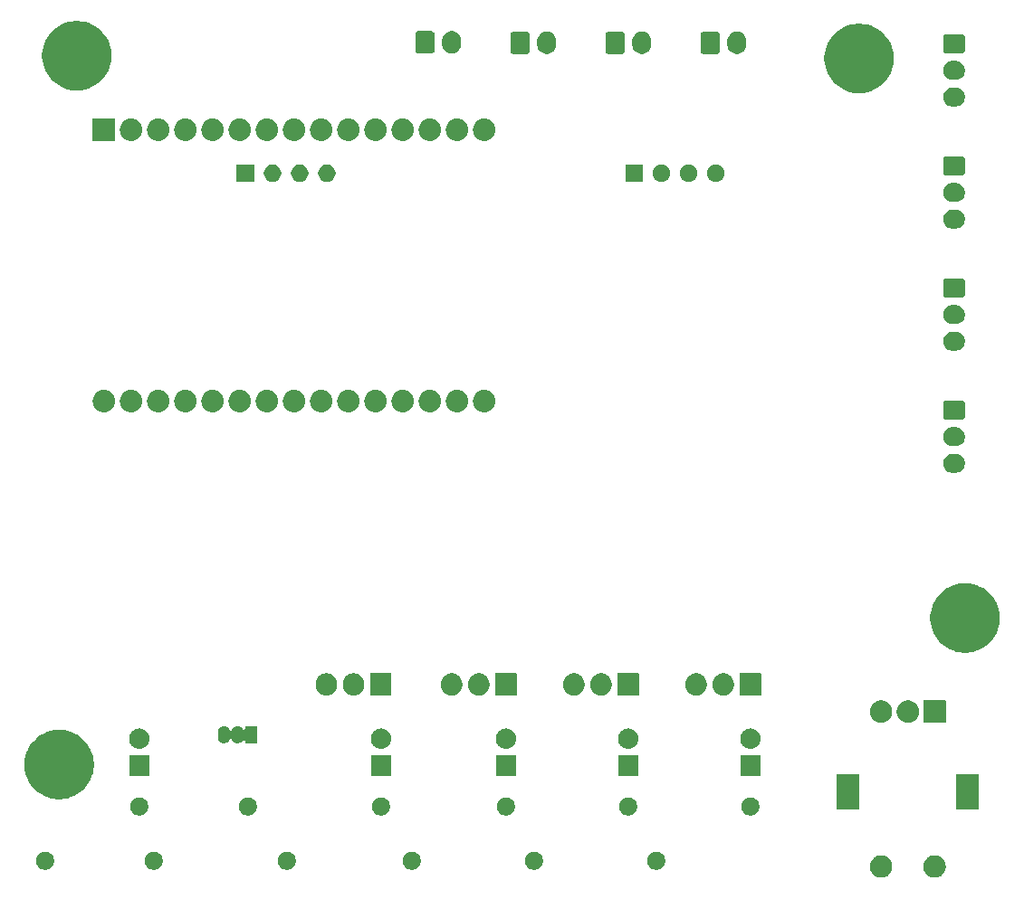
<source format=gbs>
G04 #@! TF.GenerationSoftware,KiCad,Pcbnew,9.0.0*
G04 #@! TF.CreationDate,2025-06-15T15:42:29+02:00*
G04 #@! TF.ProjectId,plant_watner_V3.0,706c616e-745f-4776-9174-6e65725f5633,rev?*
G04 #@! TF.SameCoordinates,Original*
G04 #@! TF.FileFunction,Soldermask,Bot*
G04 #@! TF.FilePolarity,Negative*
%FSLAX46Y46*%
G04 Gerber Fmt 4.6, Leading zero omitted, Abs format (unit mm)*
G04 Created by KiCad (PCBNEW 9.0.0) date 2025-06-15 15:42:29*
%MOMM*%
%LPD*%
G01*
G04 APERTURE LIST*
G04 APERTURE END LIST*
G36*
X172839498Y-132001061D02*
G01*
X172851016Y-132001061D01*
X172896023Y-132010013D01*
X172993260Y-132025414D01*
X173024536Y-132035576D01*
X173053089Y-132041256D01*
X173093387Y-132057948D01*
X173150052Y-132076360D01*
X173203135Y-132103407D01*
X173243438Y-132120101D01*
X173267647Y-132136277D01*
X173296943Y-132151204D01*
X173376583Y-132209066D01*
X173414747Y-132234566D01*
X173422891Y-132242710D01*
X173430315Y-132248104D01*
X173546895Y-132364684D01*
X173552288Y-132372107D01*
X173560434Y-132380253D01*
X173585936Y-132418420D01*
X173643795Y-132498056D01*
X173658720Y-132527348D01*
X173674899Y-132551562D01*
X173691594Y-132591869D01*
X173718639Y-132644947D01*
X173737048Y-132701604D01*
X173753744Y-132741911D01*
X173759424Y-132770469D01*
X173769585Y-132801739D01*
X173784984Y-132898967D01*
X173793939Y-132943984D01*
X173793939Y-132955502D01*
X173795375Y-132964569D01*
X173795375Y-133129430D01*
X173793939Y-133138496D01*
X173793939Y-133150016D01*
X173784983Y-133195035D01*
X173769585Y-133292260D01*
X173759425Y-133323528D01*
X173753744Y-133352089D01*
X173737047Y-133392398D01*
X173718639Y-133449052D01*
X173691596Y-133502125D01*
X173674899Y-133542438D01*
X173658718Y-133566654D01*
X173643795Y-133595943D01*
X173585945Y-133675566D01*
X173560434Y-133713747D01*
X173552285Y-133721895D01*
X173546895Y-133729315D01*
X173430315Y-133845895D01*
X173422895Y-133851285D01*
X173414747Y-133859434D01*
X173376566Y-133884945D01*
X173296943Y-133942795D01*
X173267654Y-133957718D01*
X173243438Y-133973899D01*
X173203125Y-133990596D01*
X173150052Y-134017639D01*
X173093398Y-134036047D01*
X173053089Y-134052744D01*
X173024528Y-134058425D01*
X172993260Y-134068585D01*
X172896033Y-134083984D01*
X172851016Y-134092939D01*
X172839497Y-134092939D01*
X172830431Y-134094375D01*
X172665569Y-134094375D01*
X172656503Y-134092939D01*
X172644984Y-134092939D01*
X172599967Y-134083984D01*
X172502739Y-134068585D01*
X172471469Y-134058424D01*
X172442911Y-134052744D01*
X172402604Y-134036048D01*
X172345947Y-134017639D01*
X172292869Y-133990594D01*
X172252562Y-133973899D01*
X172228348Y-133957720D01*
X172199056Y-133942795D01*
X172119420Y-133884936D01*
X172081253Y-133859434D01*
X172073107Y-133851288D01*
X172065684Y-133845895D01*
X171949104Y-133729315D01*
X171943710Y-133721891D01*
X171935566Y-133713747D01*
X171910066Y-133675583D01*
X171852204Y-133595943D01*
X171837277Y-133566647D01*
X171821101Y-133542438D01*
X171804407Y-133502135D01*
X171777360Y-133449052D01*
X171758948Y-133392387D01*
X171742256Y-133352089D01*
X171736576Y-133323536D01*
X171726414Y-133292260D01*
X171711014Y-133195026D01*
X171702061Y-133150016D01*
X171702061Y-133138496D01*
X171700625Y-133129430D01*
X171700625Y-132964569D01*
X171702061Y-132955502D01*
X171702061Y-132943984D01*
X171711013Y-132898977D01*
X171726414Y-132801739D01*
X171736576Y-132770461D01*
X171742256Y-132741911D01*
X171758946Y-132701616D01*
X171777360Y-132644947D01*
X171804409Y-132591858D01*
X171821101Y-132551562D01*
X171837275Y-132527355D01*
X171852204Y-132498056D01*
X171910074Y-132418403D01*
X171935566Y-132380253D01*
X171943707Y-132372111D01*
X171949104Y-132364684D01*
X172065684Y-132248104D01*
X172073111Y-132242707D01*
X172081253Y-132234566D01*
X172119403Y-132209074D01*
X172199056Y-132151204D01*
X172228355Y-132136275D01*
X172252562Y-132120101D01*
X172292858Y-132103409D01*
X172345947Y-132076360D01*
X172402616Y-132057946D01*
X172442911Y-132041256D01*
X172471461Y-132035576D01*
X172502739Y-132025414D01*
X172599977Y-132010013D01*
X172644984Y-132001061D01*
X172656502Y-132001061D01*
X172665569Y-131999625D01*
X172830431Y-131999625D01*
X172839498Y-132001061D01*
G37*
G36*
X177839498Y-132001061D02*
G01*
X177851016Y-132001061D01*
X177896023Y-132010013D01*
X177993260Y-132025414D01*
X178024536Y-132035576D01*
X178053089Y-132041256D01*
X178093387Y-132057948D01*
X178150052Y-132076360D01*
X178203135Y-132103407D01*
X178243438Y-132120101D01*
X178267647Y-132136277D01*
X178296943Y-132151204D01*
X178376583Y-132209066D01*
X178414747Y-132234566D01*
X178422891Y-132242710D01*
X178430315Y-132248104D01*
X178546895Y-132364684D01*
X178552288Y-132372107D01*
X178560434Y-132380253D01*
X178585936Y-132418420D01*
X178643795Y-132498056D01*
X178658720Y-132527348D01*
X178674899Y-132551562D01*
X178691594Y-132591869D01*
X178718639Y-132644947D01*
X178737048Y-132701604D01*
X178753744Y-132741911D01*
X178759424Y-132770469D01*
X178769585Y-132801739D01*
X178784984Y-132898967D01*
X178793939Y-132943984D01*
X178793939Y-132955502D01*
X178795375Y-132964569D01*
X178795375Y-133129430D01*
X178793939Y-133138496D01*
X178793939Y-133150016D01*
X178784983Y-133195035D01*
X178769585Y-133292260D01*
X178759425Y-133323528D01*
X178753744Y-133352089D01*
X178737047Y-133392398D01*
X178718639Y-133449052D01*
X178691596Y-133502125D01*
X178674899Y-133542438D01*
X178658718Y-133566654D01*
X178643795Y-133595943D01*
X178585945Y-133675566D01*
X178560434Y-133713747D01*
X178552285Y-133721895D01*
X178546895Y-133729315D01*
X178430315Y-133845895D01*
X178422895Y-133851285D01*
X178414747Y-133859434D01*
X178376566Y-133884945D01*
X178296943Y-133942795D01*
X178267654Y-133957718D01*
X178243438Y-133973899D01*
X178203125Y-133990596D01*
X178150052Y-134017639D01*
X178093398Y-134036047D01*
X178053089Y-134052744D01*
X178024528Y-134058425D01*
X177993260Y-134068585D01*
X177896033Y-134083984D01*
X177851016Y-134092939D01*
X177839497Y-134092939D01*
X177830431Y-134094375D01*
X177665569Y-134094375D01*
X177656503Y-134092939D01*
X177644984Y-134092939D01*
X177599967Y-134083984D01*
X177502739Y-134068585D01*
X177471469Y-134058424D01*
X177442911Y-134052744D01*
X177402604Y-134036048D01*
X177345947Y-134017639D01*
X177292869Y-133990594D01*
X177252562Y-133973899D01*
X177228348Y-133957720D01*
X177199056Y-133942795D01*
X177119420Y-133884936D01*
X177081253Y-133859434D01*
X177073107Y-133851288D01*
X177065684Y-133845895D01*
X176949104Y-133729315D01*
X176943710Y-133721891D01*
X176935566Y-133713747D01*
X176910066Y-133675583D01*
X176852204Y-133595943D01*
X176837277Y-133566647D01*
X176821101Y-133542438D01*
X176804407Y-133502135D01*
X176777360Y-133449052D01*
X176758948Y-133392387D01*
X176742256Y-133352089D01*
X176736576Y-133323536D01*
X176726414Y-133292260D01*
X176711014Y-133195026D01*
X176702061Y-133150016D01*
X176702061Y-133138496D01*
X176700625Y-133129430D01*
X176700625Y-132964569D01*
X176702061Y-132955502D01*
X176702061Y-132943984D01*
X176711013Y-132898977D01*
X176726414Y-132801739D01*
X176736576Y-132770461D01*
X176742256Y-132741911D01*
X176758946Y-132701616D01*
X176777360Y-132644947D01*
X176804409Y-132591858D01*
X176821101Y-132551562D01*
X176837275Y-132527355D01*
X176852204Y-132498056D01*
X176910074Y-132418403D01*
X176935566Y-132380253D01*
X176943707Y-132372111D01*
X176949104Y-132364684D01*
X177065684Y-132248104D01*
X177073111Y-132242707D01*
X177081253Y-132234566D01*
X177119403Y-132209074D01*
X177199056Y-132151204D01*
X177228355Y-132136275D01*
X177252562Y-132120101D01*
X177292858Y-132103409D01*
X177345947Y-132076360D01*
X177402616Y-132057946D01*
X177442911Y-132041256D01*
X177471461Y-132035576D01*
X177502739Y-132025414D01*
X177599977Y-132010013D01*
X177644984Y-132001061D01*
X177656502Y-132001061D01*
X177665569Y-131999625D01*
X177830431Y-131999625D01*
X177839498Y-132001061D01*
G37*
G36*
X94826214Y-131702644D02*
G01*
X94980341Y-131766485D01*
X95119051Y-131859168D01*
X95237014Y-131977131D01*
X95329697Y-132115841D01*
X95393538Y-132269968D01*
X95426084Y-132433587D01*
X95426084Y-132600413D01*
X95393538Y-132764032D01*
X95329697Y-132918159D01*
X95237014Y-133056869D01*
X95119051Y-133174832D01*
X94980341Y-133267515D01*
X94826214Y-133331356D01*
X94662595Y-133363902D01*
X94495769Y-133363902D01*
X94332150Y-133331356D01*
X94178023Y-133267515D01*
X94039313Y-133174832D01*
X93921350Y-133056869D01*
X93828667Y-132918159D01*
X93764826Y-132764032D01*
X93732280Y-132600413D01*
X93732280Y-132433587D01*
X93764826Y-132269968D01*
X93828667Y-132115841D01*
X93921350Y-131977131D01*
X94039313Y-131859168D01*
X94178023Y-131766485D01*
X94332150Y-131702644D01*
X94495769Y-131670098D01*
X94662595Y-131670098D01*
X94826214Y-131702644D01*
G37*
G36*
X104986214Y-131702644D02*
G01*
X105140341Y-131766485D01*
X105279051Y-131859168D01*
X105397014Y-131977131D01*
X105489697Y-132115841D01*
X105553538Y-132269968D01*
X105586084Y-132433587D01*
X105586084Y-132600413D01*
X105553538Y-132764032D01*
X105489697Y-132918159D01*
X105397014Y-133056869D01*
X105279051Y-133174832D01*
X105140341Y-133267515D01*
X104986214Y-133331356D01*
X104822595Y-133363902D01*
X104655769Y-133363902D01*
X104492150Y-133331356D01*
X104338023Y-133267515D01*
X104199313Y-133174832D01*
X104081350Y-133056869D01*
X103988667Y-132918159D01*
X103924826Y-132764032D01*
X103892280Y-132600413D01*
X103892280Y-132433587D01*
X103924826Y-132269968D01*
X103988667Y-132115841D01*
X104081350Y-131977131D01*
X104199313Y-131859168D01*
X104338023Y-131766485D01*
X104492150Y-131702644D01*
X104655769Y-131670098D01*
X104822595Y-131670098D01*
X104986214Y-131702644D01*
G37*
G36*
X117432214Y-131702644D02*
G01*
X117586341Y-131766485D01*
X117725051Y-131859168D01*
X117843014Y-131977131D01*
X117935697Y-132115841D01*
X117999538Y-132269968D01*
X118032084Y-132433587D01*
X118032084Y-132600413D01*
X117999538Y-132764032D01*
X117935697Y-132918159D01*
X117843014Y-133056869D01*
X117725051Y-133174832D01*
X117586341Y-133267515D01*
X117432214Y-133331356D01*
X117268595Y-133363902D01*
X117101769Y-133363902D01*
X116938150Y-133331356D01*
X116784023Y-133267515D01*
X116645313Y-133174832D01*
X116527350Y-133056869D01*
X116434667Y-132918159D01*
X116370826Y-132764032D01*
X116338280Y-132600413D01*
X116338280Y-132433587D01*
X116370826Y-132269968D01*
X116434667Y-132115841D01*
X116527350Y-131977131D01*
X116645313Y-131859168D01*
X116784023Y-131766485D01*
X116938150Y-131702644D01*
X117101769Y-131670098D01*
X117268595Y-131670098D01*
X117432214Y-131702644D01*
G37*
G36*
X129116214Y-131702644D02*
G01*
X129270341Y-131766485D01*
X129409051Y-131859168D01*
X129527014Y-131977131D01*
X129619697Y-132115841D01*
X129683538Y-132269968D01*
X129716084Y-132433587D01*
X129716084Y-132600413D01*
X129683538Y-132764032D01*
X129619697Y-132918159D01*
X129527014Y-133056869D01*
X129409051Y-133174832D01*
X129270341Y-133267515D01*
X129116214Y-133331356D01*
X128952595Y-133363902D01*
X128785769Y-133363902D01*
X128622150Y-133331356D01*
X128468023Y-133267515D01*
X128329313Y-133174832D01*
X128211350Y-133056869D01*
X128118667Y-132918159D01*
X128054826Y-132764032D01*
X128022280Y-132600413D01*
X128022280Y-132433587D01*
X128054826Y-132269968D01*
X128118667Y-132115841D01*
X128211350Y-131977131D01*
X128329313Y-131859168D01*
X128468023Y-131766485D01*
X128622150Y-131702644D01*
X128785769Y-131670098D01*
X128952595Y-131670098D01*
X129116214Y-131702644D01*
G37*
G36*
X140546214Y-131702644D02*
G01*
X140700341Y-131766485D01*
X140839051Y-131859168D01*
X140957014Y-131977131D01*
X141049697Y-132115841D01*
X141113538Y-132269968D01*
X141146084Y-132433587D01*
X141146084Y-132600413D01*
X141113538Y-132764032D01*
X141049697Y-132918159D01*
X140957014Y-133056869D01*
X140839051Y-133174832D01*
X140700341Y-133267515D01*
X140546214Y-133331356D01*
X140382595Y-133363902D01*
X140215769Y-133363902D01*
X140052150Y-133331356D01*
X139898023Y-133267515D01*
X139759313Y-133174832D01*
X139641350Y-133056869D01*
X139548667Y-132918159D01*
X139484826Y-132764032D01*
X139452280Y-132600413D01*
X139452280Y-132433587D01*
X139484826Y-132269968D01*
X139548667Y-132115841D01*
X139641350Y-131977131D01*
X139759313Y-131859168D01*
X139898023Y-131766485D01*
X140052150Y-131702644D01*
X140215769Y-131670098D01*
X140382595Y-131670098D01*
X140546214Y-131702644D01*
G37*
G36*
X151976214Y-131702644D02*
G01*
X152130341Y-131766485D01*
X152269051Y-131859168D01*
X152387014Y-131977131D01*
X152479697Y-132115841D01*
X152543538Y-132269968D01*
X152576084Y-132433587D01*
X152576084Y-132600413D01*
X152543538Y-132764032D01*
X152479697Y-132918159D01*
X152387014Y-133056869D01*
X152269051Y-133174832D01*
X152130341Y-133267515D01*
X151976214Y-133331356D01*
X151812595Y-133363902D01*
X151645769Y-133363902D01*
X151482150Y-133331356D01*
X151328023Y-133267515D01*
X151189313Y-133174832D01*
X151071350Y-133056869D01*
X150978667Y-132918159D01*
X150914826Y-132764032D01*
X150882280Y-132600413D01*
X150882280Y-132433587D01*
X150914826Y-132269968D01*
X150978667Y-132115841D01*
X151071350Y-131977131D01*
X151189313Y-131859168D01*
X151328023Y-131766485D01*
X151482150Y-131702644D01*
X151645769Y-131670098D01*
X151812595Y-131670098D01*
X151976214Y-131702644D01*
G37*
G36*
X103625032Y-126622644D02*
G01*
X103779159Y-126686485D01*
X103917869Y-126779168D01*
X104035832Y-126897131D01*
X104128515Y-127035841D01*
X104192356Y-127189968D01*
X104224902Y-127353587D01*
X104224902Y-127520413D01*
X104192356Y-127684032D01*
X104128515Y-127838159D01*
X104035832Y-127976869D01*
X103917869Y-128094832D01*
X103779159Y-128187515D01*
X103625032Y-128251356D01*
X103461413Y-128283902D01*
X103294587Y-128283902D01*
X103130968Y-128251356D01*
X102976841Y-128187515D01*
X102838131Y-128094832D01*
X102720168Y-127976869D01*
X102627485Y-127838159D01*
X102563644Y-127684032D01*
X102531098Y-127520413D01*
X102531098Y-127353587D01*
X102563644Y-127189968D01*
X102627485Y-127035841D01*
X102720168Y-126897131D01*
X102838131Y-126779168D01*
X102976841Y-126686485D01*
X103130968Y-126622644D01*
X103294587Y-126590098D01*
X103461413Y-126590098D01*
X103625032Y-126622644D01*
G37*
G36*
X113785032Y-126622644D02*
G01*
X113939159Y-126686485D01*
X114077869Y-126779168D01*
X114195832Y-126897131D01*
X114288515Y-127035841D01*
X114352356Y-127189968D01*
X114384902Y-127353587D01*
X114384902Y-127520413D01*
X114352356Y-127684032D01*
X114288515Y-127838159D01*
X114195832Y-127976869D01*
X114077869Y-128094832D01*
X113939159Y-128187515D01*
X113785032Y-128251356D01*
X113621413Y-128283902D01*
X113454587Y-128283902D01*
X113290968Y-128251356D01*
X113136841Y-128187515D01*
X112998131Y-128094832D01*
X112880168Y-127976869D01*
X112787485Y-127838159D01*
X112723644Y-127684032D01*
X112691098Y-127520413D01*
X112691098Y-127353587D01*
X112723644Y-127189968D01*
X112787485Y-127035841D01*
X112880168Y-126897131D01*
X112998131Y-126779168D01*
X113136841Y-126686485D01*
X113290968Y-126622644D01*
X113454587Y-126590098D01*
X113621413Y-126590098D01*
X113785032Y-126622644D01*
G37*
G36*
X126231032Y-126622644D02*
G01*
X126385159Y-126686485D01*
X126523869Y-126779168D01*
X126641832Y-126897131D01*
X126734515Y-127035841D01*
X126798356Y-127189968D01*
X126830902Y-127353587D01*
X126830902Y-127520413D01*
X126798356Y-127684032D01*
X126734515Y-127838159D01*
X126641832Y-127976869D01*
X126523869Y-128094832D01*
X126385159Y-128187515D01*
X126231032Y-128251356D01*
X126067413Y-128283902D01*
X125900587Y-128283902D01*
X125736968Y-128251356D01*
X125582841Y-128187515D01*
X125444131Y-128094832D01*
X125326168Y-127976869D01*
X125233485Y-127838159D01*
X125169644Y-127684032D01*
X125137098Y-127520413D01*
X125137098Y-127353587D01*
X125169644Y-127189968D01*
X125233485Y-127035841D01*
X125326168Y-126897131D01*
X125444131Y-126779168D01*
X125582841Y-126686485D01*
X125736968Y-126622644D01*
X125900587Y-126590098D01*
X126067413Y-126590098D01*
X126231032Y-126622644D01*
G37*
G36*
X137915032Y-126622644D02*
G01*
X138069159Y-126686485D01*
X138207869Y-126779168D01*
X138325832Y-126897131D01*
X138418515Y-127035841D01*
X138482356Y-127189968D01*
X138514902Y-127353587D01*
X138514902Y-127520413D01*
X138482356Y-127684032D01*
X138418515Y-127838159D01*
X138325832Y-127976869D01*
X138207869Y-128094832D01*
X138069159Y-128187515D01*
X137915032Y-128251356D01*
X137751413Y-128283902D01*
X137584587Y-128283902D01*
X137420968Y-128251356D01*
X137266841Y-128187515D01*
X137128131Y-128094832D01*
X137010168Y-127976869D01*
X136917485Y-127838159D01*
X136853644Y-127684032D01*
X136821098Y-127520413D01*
X136821098Y-127353587D01*
X136853644Y-127189968D01*
X136917485Y-127035841D01*
X137010168Y-126897131D01*
X137128131Y-126779168D01*
X137266841Y-126686485D01*
X137420968Y-126622644D01*
X137584587Y-126590098D01*
X137751413Y-126590098D01*
X137915032Y-126622644D01*
G37*
G36*
X149345032Y-126622644D02*
G01*
X149499159Y-126686485D01*
X149637869Y-126779168D01*
X149755832Y-126897131D01*
X149848515Y-127035841D01*
X149912356Y-127189968D01*
X149944902Y-127353587D01*
X149944902Y-127520413D01*
X149912356Y-127684032D01*
X149848515Y-127838159D01*
X149755832Y-127976869D01*
X149637869Y-128094832D01*
X149499159Y-128187515D01*
X149345032Y-128251356D01*
X149181413Y-128283902D01*
X149014587Y-128283902D01*
X148850968Y-128251356D01*
X148696841Y-128187515D01*
X148558131Y-128094832D01*
X148440168Y-127976869D01*
X148347485Y-127838159D01*
X148283644Y-127684032D01*
X148251098Y-127520413D01*
X148251098Y-127353587D01*
X148283644Y-127189968D01*
X148347485Y-127035841D01*
X148440168Y-126897131D01*
X148558131Y-126779168D01*
X148696841Y-126686485D01*
X148850968Y-126622644D01*
X149014587Y-126590098D01*
X149181413Y-126590098D01*
X149345032Y-126622644D01*
G37*
G36*
X160775032Y-126622644D02*
G01*
X160929159Y-126686485D01*
X161067869Y-126779168D01*
X161185832Y-126897131D01*
X161278515Y-127035841D01*
X161342356Y-127189968D01*
X161374902Y-127353587D01*
X161374902Y-127520413D01*
X161342356Y-127684032D01*
X161278515Y-127838159D01*
X161185832Y-127976869D01*
X161067869Y-128094832D01*
X160929159Y-128187515D01*
X160775032Y-128251356D01*
X160611413Y-128283902D01*
X160444587Y-128283902D01*
X160280968Y-128251356D01*
X160126841Y-128187515D01*
X159988131Y-128094832D01*
X159870168Y-127976869D01*
X159777485Y-127838159D01*
X159713644Y-127684032D01*
X159681098Y-127520413D01*
X159681098Y-127353587D01*
X159713644Y-127189968D01*
X159777485Y-127035841D01*
X159870168Y-126897131D01*
X159988131Y-126779168D01*
X160126841Y-126686485D01*
X160280968Y-126622644D01*
X160444587Y-126590098D01*
X160611413Y-126590098D01*
X160775032Y-126622644D01*
G37*
G36*
X170667517Y-124399883D02*
G01*
X170684062Y-124410939D01*
X170695118Y-124427484D01*
X170699000Y-124447001D01*
X170699000Y-127647001D01*
X170695118Y-127666518D01*
X170684062Y-127683063D01*
X170667517Y-127694119D01*
X170648000Y-127698001D01*
X168648000Y-127698001D01*
X168628483Y-127694119D01*
X168611938Y-127683063D01*
X168600882Y-127666518D01*
X168597000Y-127647001D01*
X168597000Y-124447001D01*
X168600882Y-124427484D01*
X168611938Y-124410939D01*
X168628483Y-124399883D01*
X168648000Y-124396001D01*
X170648000Y-124396001D01*
X170667517Y-124399883D01*
G37*
G36*
X181867517Y-124399883D02*
G01*
X181884062Y-124410939D01*
X181895118Y-124427484D01*
X181899000Y-124447001D01*
X181899000Y-127647001D01*
X181895118Y-127666518D01*
X181884062Y-127683063D01*
X181867517Y-127694119D01*
X181848000Y-127698001D01*
X179848000Y-127698001D01*
X179828483Y-127694119D01*
X179811938Y-127683063D01*
X179800882Y-127666518D01*
X179797000Y-127647001D01*
X179797000Y-124447001D01*
X179800882Y-124427484D01*
X179811938Y-124410939D01*
X179828483Y-124399883D01*
X179848000Y-124396001D01*
X181848000Y-124396001D01*
X181867517Y-124399883D01*
G37*
G36*
X96362021Y-120295187D02*
G01*
X96674929Y-120357428D01*
X96980229Y-120450040D01*
X97274982Y-120572131D01*
X97556348Y-120722524D01*
X97821618Y-120899772D01*
X98068238Y-121102168D01*
X98293832Y-121327762D01*
X98496228Y-121574382D01*
X98673476Y-121839652D01*
X98823869Y-122121018D01*
X98945960Y-122415771D01*
X99038572Y-122721071D01*
X99100813Y-123033979D01*
X99132084Y-123351481D01*
X99132084Y-123670519D01*
X99100813Y-123988021D01*
X99038572Y-124300929D01*
X98945960Y-124606229D01*
X98823869Y-124900982D01*
X98673476Y-125182348D01*
X98496228Y-125447618D01*
X98293832Y-125694238D01*
X98068238Y-125919832D01*
X97821618Y-126122228D01*
X97556348Y-126299476D01*
X97274982Y-126449869D01*
X96980229Y-126571960D01*
X96674929Y-126664572D01*
X96362021Y-126726813D01*
X96044519Y-126758084D01*
X95725481Y-126758084D01*
X95407979Y-126726813D01*
X95095071Y-126664572D01*
X94789771Y-126571960D01*
X94495018Y-126449869D01*
X94213652Y-126299476D01*
X93948382Y-126122228D01*
X93701762Y-125919832D01*
X93476168Y-125694238D01*
X93273772Y-125447618D01*
X93096524Y-125182348D01*
X92946131Y-124900982D01*
X92824040Y-124606229D01*
X92731428Y-124300929D01*
X92669187Y-123988021D01*
X92637916Y-123670519D01*
X92637916Y-123351481D01*
X92669187Y-123033979D01*
X92731428Y-122721071D01*
X92824040Y-122415771D01*
X92946131Y-122121018D01*
X93096524Y-121839652D01*
X93273772Y-121574382D01*
X93476168Y-121327762D01*
X93701762Y-121102168D01*
X93948382Y-120899772D01*
X94213652Y-120722524D01*
X94495018Y-120572131D01*
X94789771Y-120450040D01*
X95095071Y-120357428D01*
X95407979Y-120295187D01*
X95725481Y-120263916D01*
X96044519Y-120263916D01*
X96362021Y-120295187D01*
G37*
G36*
X104297515Y-122679883D02*
G01*
X104314060Y-122690939D01*
X104325116Y-122707484D01*
X104328998Y-122727001D01*
X104328998Y-124527001D01*
X104325116Y-124546518D01*
X104314060Y-124563063D01*
X104297515Y-124574119D01*
X104277998Y-124578001D01*
X102477998Y-124578001D01*
X102458481Y-124574119D01*
X102441936Y-124563063D01*
X102430880Y-124546518D01*
X102426998Y-124527001D01*
X102426998Y-122727001D01*
X102430880Y-122707484D01*
X102441936Y-122690939D01*
X102458481Y-122679883D01*
X102477998Y-122676001D01*
X104277998Y-122676001D01*
X104297515Y-122679883D01*
G37*
G36*
X126903517Y-122679883D02*
G01*
X126920062Y-122690939D01*
X126931118Y-122707484D01*
X126935000Y-122727001D01*
X126935000Y-124527001D01*
X126931118Y-124546518D01*
X126920062Y-124563063D01*
X126903517Y-124574119D01*
X126884000Y-124578001D01*
X125084000Y-124578001D01*
X125064483Y-124574119D01*
X125047938Y-124563063D01*
X125036882Y-124546518D01*
X125033000Y-124527001D01*
X125033000Y-122727001D01*
X125036882Y-122707484D01*
X125047938Y-122690939D01*
X125064483Y-122679883D01*
X125084000Y-122676001D01*
X126884000Y-122676001D01*
X126903517Y-122679883D01*
G37*
G36*
X150017518Y-122679881D02*
G01*
X150034063Y-122690937D01*
X150045119Y-122707482D01*
X150049001Y-122726999D01*
X150049001Y-124526999D01*
X150045119Y-124546516D01*
X150034063Y-124563061D01*
X150017518Y-124574117D01*
X149998001Y-124577999D01*
X148198001Y-124577999D01*
X148178484Y-124574117D01*
X148161939Y-124563061D01*
X148150883Y-124546516D01*
X148147001Y-124526999D01*
X148147001Y-122726999D01*
X148150883Y-122707482D01*
X148161939Y-122690937D01*
X148178484Y-122679881D01*
X148198001Y-122675999D01*
X149998001Y-122675999D01*
X150017518Y-122679881D01*
G37*
G36*
X161447518Y-122679881D02*
G01*
X161464063Y-122690937D01*
X161475119Y-122707482D01*
X161479001Y-122726999D01*
X161479001Y-124526999D01*
X161475119Y-124546516D01*
X161464063Y-124563061D01*
X161447518Y-124574117D01*
X161428001Y-124577999D01*
X159628001Y-124577999D01*
X159608484Y-124574117D01*
X159591939Y-124563061D01*
X159580883Y-124546516D01*
X159577001Y-124526999D01*
X159577001Y-122726999D01*
X159580883Y-122707482D01*
X159591939Y-122690937D01*
X159608484Y-122679881D01*
X159628001Y-122675999D01*
X161428001Y-122675999D01*
X161447518Y-122679881D01*
G37*
G36*
X138587518Y-122679880D02*
G01*
X138604063Y-122690936D01*
X138615119Y-122707481D01*
X138619001Y-122726998D01*
X138619001Y-124526998D01*
X138615119Y-124546515D01*
X138604063Y-124563060D01*
X138587518Y-124574116D01*
X138568001Y-124577998D01*
X136768001Y-124577998D01*
X136748484Y-124574116D01*
X136731939Y-124563060D01*
X136720883Y-124546515D01*
X136717001Y-124526998D01*
X136717001Y-122726998D01*
X136720883Y-122707481D01*
X136731939Y-122690936D01*
X136748484Y-122679880D01*
X136768001Y-122675998D01*
X138568001Y-122675998D01*
X138587518Y-122679880D01*
G37*
G36*
X103460551Y-120140580D02*
G01*
X103471212Y-120140580D01*
X103512863Y-120148865D01*
X103599914Y-120162652D01*
X103627916Y-120171750D01*
X103654059Y-120176951D01*
X103690954Y-120192233D01*
X103741782Y-120208749D01*
X103789397Y-120233010D01*
X103826296Y-120248294D01*
X103848461Y-120263104D01*
X103874691Y-120276469D01*
X103945988Y-120328269D01*
X103981306Y-120351868D01*
X103988844Y-120359406D01*
X103995368Y-120364146D01*
X104100852Y-120469630D01*
X104105591Y-120476153D01*
X104113131Y-120483693D01*
X104136732Y-120519015D01*
X104188529Y-120590307D01*
X104201892Y-120616534D01*
X104216705Y-120638703D01*
X104231991Y-120675606D01*
X104256249Y-120723216D01*
X104272762Y-120774036D01*
X104288048Y-120810940D01*
X104293249Y-120837087D01*
X104302346Y-120865084D01*
X104316132Y-120952126D01*
X104324419Y-120993787D01*
X104324419Y-121004448D01*
X104325681Y-121012416D01*
X104325681Y-121161585D01*
X104324419Y-121169552D01*
X104324419Y-121180215D01*
X104316131Y-121221878D01*
X104302346Y-121308917D01*
X104293249Y-121336911D01*
X104288048Y-121363062D01*
X104272760Y-121399969D01*
X104256249Y-121450785D01*
X104231993Y-121498389D01*
X104216705Y-121535299D01*
X104201890Y-121557471D01*
X104188529Y-121583694D01*
X104136740Y-121654974D01*
X104113131Y-121690309D01*
X104105589Y-121697850D01*
X104100852Y-121704371D01*
X103995368Y-121809855D01*
X103988847Y-121814592D01*
X103981306Y-121822134D01*
X103945971Y-121845743D01*
X103874691Y-121897532D01*
X103848468Y-121910893D01*
X103826296Y-121925708D01*
X103789386Y-121940996D01*
X103741782Y-121965252D01*
X103690966Y-121981763D01*
X103654059Y-121997051D01*
X103627908Y-122002252D01*
X103599914Y-122011349D01*
X103512873Y-122025134D01*
X103471212Y-122033422D01*
X103460551Y-122033422D01*
X103452583Y-122034684D01*
X103303413Y-122034684D01*
X103295445Y-122033422D01*
X103284784Y-122033422D01*
X103243123Y-122025135D01*
X103156081Y-122011349D01*
X103128084Y-122002252D01*
X103101937Y-121997051D01*
X103065033Y-121981765D01*
X103014213Y-121965252D01*
X102966603Y-121940994D01*
X102929700Y-121925708D01*
X102907531Y-121910895D01*
X102881304Y-121897532D01*
X102810012Y-121845735D01*
X102774690Y-121822134D01*
X102767150Y-121814594D01*
X102760627Y-121809855D01*
X102655143Y-121704371D01*
X102650403Y-121697847D01*
X102642865Y-121690309D01*
X102619266Y-121654991D01*
X102567466Y-121583694D01*
X102554101Y-121557464D01*
X102539291Y-121535299D01*
X102524007Y-121498400D01*
X102499746Y-121450785D01*
X102483230Y-121399957D01*
X102467948Y-121363062D01*
X102462747Y-121336919D01*
X102453649Y-121308917D01*
X102439862Y-121221868D01*
X102431577Y-121180215D01*
X102431577Y-121169553D01*
X102430315Y-121161585D01*
X102430315Y-121012416D01*
X102431577Y-121004447D01*
X102431577Y-120993787D01*
X102439861Y-120952137D01*
X102453649Y-120865084D01*
X102462748Y-120837079D01*
X102467948Y-120810940D01*
X102483229Y-120774047D01*
X102499746Y-120723216D01*
X102524009Y-120675596D01*
X102539291Y-120638703D01*
X102554099Y-120616540D01*
X102567466Y-120590307D01*
X102619275Y-120518997D01*
X102642865Y-120483693D01*
X102650400Y-120476157D01*
X102655143Y-120469630D01*
X102760627Y-120364146D01*
X102767154Y-120359403D01*
X102774690Y-120351868D01*
X102809994Y-120328278D01*
X102881304Y-120276469D01*
X102907537Y-120263102D01*
X102929700Y-120248294D01*
X102966593Y-120233012D01*
X103014213Y-120208749D01*
X103065044Y-120192232D01*
X103101937Y-120176951D01*
X103128076Y-120171751D01*
X103156081Y-120162652D01*
X103243134Y-120148864D01*
X103284784Y-120140580D01*
X103295445Y-120140580D01*
X103303413Y-120139318D01*
X103452583Y-120139318D01*
X103460551Y-120140580D01*
G37*
G36*
X126066553Y-120140580D02*
G01*
X126077214Y-120140580D01*
X126118865Y-120148865D01*
X126205916Y-120162652D01*
X126233918Y-120171750D01*
X126260061Y-120176951D01*
X126296956Y-120192233D01*
X126347784Y-120208749D01*
X126395399Y-120233010D01*
X126432298Y-120248294D01*
X126454463Y-120263104D01*
X126480693Y-120276469D01*
X126551990Y-120328269D01*
X126587308Y-120351868D01*
X126594846Y-120359406D01*
X126601370Y-120364146D01*
X126706854Y-120469630D01*
X126711593Y-120476153D01*
X126719133Y-120483693D01*
X126742734Y-120519015D01*
X126794531Y-120590307D01*
X126807894Y-120616534D01*
X126822707Y-120638703D01*
X126837993Y-120675606D01*
X126862251Y-120723216D01*
X126878764Y-120774036D01*
X126894050Y-120810940D01*
X126899251Y-120837087D01*
X126908348Y-120865084D01*
X126922134Y-120952126D01*
X126930421Y-120993787D01*
X126930421Y-121004448D01*
X126931683Y-121012416D01*
X126931683Y-121161585D01*
X126930421Y-121169552D01*
X126930421Y-121180215D01*
X126922133Y-121221878D01*
X126908348Y-121308917D01*
X126899251Y-121336911D01*
X126894050Y-121363062D01*
X126878762Y-121399969D01*
X126862251Y-121450785D01*
X126837995Y-121498389D01*
X126822707Y-121535299D01*
X126807892Y-121557471D01*
X126794531Y-121583694D01*
X126742742Y-121654974D01*
X126719133Y-121690309D01*
X126711591Y-121697850D01*
X126706854Y-121704371D01*
X126601370Y-121809855D01*
X126594849Y-121814592D01*
X126587308Y-121822134D01*
X126551973Y-121845743D01*
X126480693Y-121897532D01*
X126454470Y-121910893D01*
X126432298Y-121925708D01*
X126395388Y-121940996D01*
X126347784Y-121965252D01*
X126296968Y-121981763D01*
X126260061Y-121997051D01*
X126233910Y-122002252D01*
X126205916Y-122011349D01*
X126118875Y-122025134D01*
X126077214Y-122033422D01*
X126066553Y-122033422D01*
X126058585Y-122034684D01*
X125909415Y-122034684D01*
X125901447Y-122033422D01*
X125890786Y-122033422D01*
X125849125Y-122025135D01*
X125762083Y-122011349D01*
X125734086Y-122002252D01*
X125707939Y-121997051D01*
X125671035Y-121981765D01*
X125620215Y-121965252D01*
X125572605Y-121940994D01*
X125535702Y-121925708D01*
X125513533Y-121910895D01*
X125487306Y-121897532D01*
X125416014Y-121845735D01*
X125380692Y-121822134D01*
X125373152Y-121814594D01*
X125366629Y-121809855D01*
X125261145Y-121704371D01*
X125256405Y-121697847D01*
X125248867Y-121690309D01*
X125225268Y-121654991D01*
X125173468Y-121583694D01*
X125160103Y-121557464D01*
X125145293Y-121535299D01*
X125130009Y-121498400D01*
X125105748Y-121450785D01*
X125089232Y-121399957D01*
X125073950Y-121363062D01*
X125068749Y-121336919D01*
X125059651Y-121308917D01*
X125045864Y-121221868D01*
X125037579Y-121180215D01*
X125037579Y-121169553D01*
X125036317Y-121161585D01*
X125036317Y-121012416D01*
X125037579Y-121004447D01*
X125037579Y-120993787D01*
X125045863Y-120952137D01*
X125059651Y-120865084D01*
X125068750Y-120837079D01*
X125073950Y-120810940D01*
X125089231Y-120774047D01*
X125105748Y-120723216D01*
X125130011Y-120675596D01*
X125145293Y-120638703D01*
X125160101Y-120616540D01*
X125173468Y-120590307D01*
X125225277Y-120518997D01*
X125248867Y-120483693D01*
X125256402Y-120476157D01*
X125261145Y-120469630D01*
X125366629Y-120364146D01*
X125373156Y-120359403D01*
X125380692Y-120351868D01*
X125415996Y-120328278D01*
X125487306Y-120276469D01*
X125513539Y-120263102D01*
X125535702Y-120248294D01*
X125572595Y-120233012D01*
X125620215Y-120208749D01*
X125671046Y-120192232D01*
X125707939Y-120176951D01*
X125734078Y-120171751D01*
X125762083Y-120162652D01*
X125849136Y-120148864D01*
X125890786Y-120140580D01*
X125901447Y-120140580D01*
X125909415Y-120139318D01*
X126058585Y-120139318D01*
X126066553Y-120140580D01*
G37*
G36*
X149180554Y-120140578D02*
G01*
X149191215Y-120140578D01*
X149232866Y-120148863D01*
X149319917Y-120162650D01*
X149347919Y-120171748D01*
X149374062Y-120176949D01*
X149410957Y-120192231D01*
X149461785Y-120208747D01*
X149509400Y-120233008D01*
X149546299Y-120248292D01*
X149568464Y-120263102D01*
X149594694Y-120276467D01*
X149665991Y-120328267D01*
X149701309Y-120351866D01*
X149708847Y-120359404D01*
X149715371Y-120364144D01*
X149820855Y-120469628D01*
X149825594Y-120476151D01*
X149833134Y-120483691D01*
X149856735Y-120519013D01*
X149908532Y-120590305D01*
X149921895Y-120616532D01*
X149936708Y-120638701D01*
X149951994Y-120675604D01*
X149976252Y-120723214D01*
X149992765Y-120774034D01*
X150008051Y-120810938D01*
X150013252Y-120837085D01*
X150022349Y-120865082D01*
X150036135Y-120952124D01*
X150044422Y-120993785D01*
X150044422Y-121004446D01*
X150045684Y-121012414D01*
X150045684Y-121161583D01*
X150044422Y-121169550D01*
X150044422Y-121180213D01*
X150036134Y-121221876D01*
X150022349Y-121308915D01*
X150013252Y-121336909D01*
X150008051Y-121363060D01*
X149992763Y-121399967D01*
X149976252Y-121450783D01*
X149951996Y-121498387D01*
X149936708Y-121535297D01*
X149921893Y-121557469D01*
X149908532Y-121583692D01*
X149856743Y-121654972D01*
X149833134Y-121690307D01*
X149825592Y-121697848D01*
X149820855Y-121704369D01*
X149715371Y-121809853D01*
X149708850Y-121814590D01*
X149701309Y-121822132D01*
X149665974Y-121845741D01*
X149594694Y-121897530D01*
X149568471Y-121910891D01*
X149546299Y-121925706D01*
X149509389Y-121940994D01*
X149461785Y-121965250D01*
X149410969Y-121981761D01*
X149374062Y-121997049D01*
X149347911Y-122002250D01*
X149319917Y-122011347D01*
X149232876Y-122025132D01*
X149191215Y-122033420D01*
X149180554Y-122033420D01*
X149172586Y-122034682D01*
X149023416Y-122034682D01*
X149015448Y-122033420D01*
X149004787Y-122033420D01*
X148963126Y-122025133D01*
X148876084Y-122011347D01*
X148848087Y-122002250D01*
X148821940Y-121997049D01*
X148785036Y-121981763D01*
X148734216Y-121965250D01*
X148686606Y-121940992D01*
X148649703Y-121925706D01*
X148627534Y-121910893D01*
X148601307Y-121897530D01*
X148530015Y-121845733D01*
X148494693Y-121822132D01*
X148487153Y-121814592D01*
X148480630Y-121809853D01*
X148375146Y-121704369D01*
X148370406Y-121697845D01*
X148362868Y-121690307D01*
X148339269Y-121654989D01*
X148287469Y-121583692D01*
X148274104Y-121557462D01*
X148259294Y-121535297D01*
X148244010Y-121498398D01*
X148219749Y-121450783D01*
X148203233Y-121399955D01*
X148187951Y-121363060D01*
X148182750Y-121336917D01*
X148173652Y-121308915D01*
X148159865Y-121221866D01*
X148151580Y-121180213D01*
X148151580Y-121169551D01*
X148150318Y-121161583D01*
X148150318Y-121012414D01*
X148151580Y-121004445D01*
X148151580Y-120993785D01*
X148159864Y-120952135D01*
X148173652Y-120865082D01*
X148182751Y-120837077D01*
X148187951Y-120810938D01*
X148203232Y-120774045D01*
X148219749Y-120723214D01*
X148244012Y-120675594D01*
X148259294Y-120638701D01*
X148274102Y-120616538D01*
X148287469Y-120590305D01*
X148339278Y-120518995D01*
X148362868Y-120483691D01*
X148370403Y-120476155D01*
X148375146Y-120469628D01*
X148480630Y-120364144D01*
X148487157Y-120359401D01*
X148494693Y-120351866D01*
X148529997Y-120328276D01*
X148601307Y-120276467D01*
X148627540Y-120263100D01*
X148649703Y-120248292D01*
X148686596Y-120233010D01*
X148734216Y-120208747D01*
X148785047Y-120192230D01*
X148821940Y-120176949D01*
X148848079Y-120171749D01*
X148876084Y-120162650D01*
X148963137Y-120148862D01*
X149004787Y-120140578D01*
X149015448Y-120140578D01*
X149023416Y-120139316D01*
X149172586Y-120139316D01*
X149180554Y-120140578D01*
G37*
G36*
X160610554Y-120140578D02*
G01*
X160621215Y-120140578D01*
X160662866Y-120148863D01*
X160749917Y-120162650D01*
X160777919Y-120171748D01*
X160804062Y-120176949D01*
X160840957Y-120192231D01*
X160891785Y-120208747D01*
X160939400Y-120233008D01*
X160976299Y-120248292D01*
X160998464Y-120263102D01*
X161024694Y-120276467D01*
X161095991Y-120328267D01*
X161131309Y-120351866D01*
X161138847Y-120359404D01*
X161145371Y-120364144D01*
X161250855Y-120469628D01*
X161255594Y-120476151D01*
X161263134Y-120483691D01*
X161286735Y-120519013D01*
X161338532Y-120590305D01*
X161351895Y-120616532D01*
X161366708Y-120638701D01*
X161381994Y-120675604D01*
X161406252Y-120723214D01*
X161422765Y-120774034D01*
X161438051Y-120810938D01*
X161443252Y-120837085D01*
X161452349Y-120865082D01*
X161466135Y-120952124D01*
X161474422Y-120993785D01*
X161474422Y-121004446D01*
X161475684Y-121012414D01*
X161475684Y-121161583D01*
X161474422Y-121169550D01*
X161474422Y-121180213D01*
X161466134Y-121221876D01*
X161452349Y-121308915D01*
X161443252Y-121336909D01*
X161438051Y-121363060D01*
X161422763Y-121399967D01*
X161406252Y-121450783D01*
X161381996Y-121498387D01*
X161366708Y-121535297D01*
X161351893Y-121557469D01*
X161338532Y-121583692D01*
X161286743Y-121654972D01*
X161263134Y-121690307D01*
X161255592Y-121697848D01*
X161250855Y-121704369D01*
X161145371Y-121809853D01*
X161138850Y-121814590D01*
X161131309Y-121822132D01*
X161095974Y-121845741D01*
X161024694Y-121897530D01*
X160998471Y-121910891D01*
X160976299Y-121925706D01*
X160939389Y-121940994D01*
X160891785Y-121965250D01*
X160840969Y-121981761D01*
X160804062Y-121997049D01*
X160777911Y-122002250D01*
X160749917Y-122011347D01*
X160662876Y-122025132D01*
X160621215Y-122033420D01*
X160610554Y-122033420D01*
X160602586Y-122034682D01*
X160453416Y-122034682D01*
X160445448Y-122033420D01*
X160434787Y-122033420D01*
X160393126Y-122025133D01*
X160306084Y-122011347D01*
X160278087Y-122002250D01*
X160251940Y-121997049D01*
X160215036Y-121981763D01*
X160164216Y-121965250D01*
X160116606Y-121940992D01*
X160079703Y-121925706D01*
X160057534Y-121910893D01*
X160031307Y-121897530D01*
X159960015Y-121845733D01*
X159924693Y-121822132D01*
X159917153Y-121814592D01*
X159910630Y-121809853D01*
X159805146Y-121704369D01*
X159800406Y-121697845D01*
X159792868Y-121690307D01*
X159769269Y-121654989D01*
X159717469Y-121583692D01*
X159704104Y-121557462D01*
X159689294Y-121535297D01*
X159674010Y-121498398D01*
X159649749Y-121450783D01*
X159633233Y-121399955D01*
X159617951Y-121363060D01*
X159612750Y-121336917D01*
X159603652Y-121308915D01*
X159589865Y-121221866D01*
X159581580Y-121180213D01*
X159581580Y-121169551D01*
X159580318Y-121161583D01*
X159580318Y-121012414D01*
X159581580Y-121004445D01*
X159581580Y-120993785D01*
X159589864Y-120952135D01*
X159603652Y-120865082D01*
X159612751Y-120837077D01*
X159617951Y-120810938D01*
X159633232Y-120774045D01*
X159649749Y-120723214D01*
X159674012Y-120675594D01*
X159689294Y-120638701D01*
X159704102Y-120616538D01*
X159717469Y-120590305D01*
X159769278Y-120518995D01*
X159792868Y-120483691D01*
X159800403Y-120476155D01*
X159805146Y-120469628D01*
X159910630Y-120364144D01*
X159917157Y-120359401D01*
X159924693Y-120351866D01*
X159959997Y-120328276D01*
X160031307Y-120276467D01*
X160057540Y-120263100D01*
X160079703Y-120248292D01*
X160116596Y-120233010D01*
X160164216Y-120208747D01*
X160215047Y-120192230D01*
X160251940Y-120176949D01*
X160278079Y-120171749D01*
X160306084Y-120162650D01*
X160393137Y-120148862D01*
X160434787Y-120140578D01*
X160445448Y-120140578D01*
X160453416Y-120139316D01*
X160602586Y-120139316D01*
X160610554Y-120140578D01*
G37*
G36*
X137750554Y-120140577D02*
G01*
X137761215Y-120140577D01*
X137802866Y-120148862D01*
X137889917Y-120162649D01*
X137917919Y-120171747D01*
X137944062Y-120176948D01*
X137980957Y-120192230D01*
X138031785Y-120208746D01*
X138079400Y-120233007D01*
X138116299Y-120248291D01*
X138138464Y-120263101D01*
X138164694Y-120276466D01*
X138235991Y-120328266D01*
X138271309Y-120351865D01*
X138278847Y-120359403D01*
X138285371Y-120364143D01*
X138390855Y-120469627D01*
X138395594Y-120476150D01*
X138403134Y-120483690D01*
X138426735Y-120519012D01*
X138478532Y-120590304D01*
X138491895Y-120616531D01*
X138506708Y-120638700D01*
X138521994Y-120675603D01*
X138546252Y-120723213D01*
X138562765Y-120774033D01*
X138578051Y-120810937D01*
X138583252Y-120837084D01*
X138592349Y-120865081D01*
X138606135Y-120952123D01*
X138614422Y-120993784D01*
X138614422Y-121004445D01*
X138615684Y-121012413D01*
X138615684Y-121161582D01*
X138614422Y-121169549D01*
X138614422Y-121180212D01*
X138606134Y-121221875D01*
X138592349Y-121308914D01*
X138583252Y-121336908D01*
X138578051Y-121363059D01*
X138562763Y-121399966D01*
X138546252Y-121450782D01*
X138521996Y-121498386D01*
X138506708Y-121535296D01*
X138491893Y-121557468D01*
X138478532Y-121583691D01*
X138426743Y-121654971D01*
X138403134Y-121690306D01*
X138395592Y-121697847D01*
X138390855Y-121704368D01*
X138285371Y-121809852D01*
X138278850Y-121814589D01*
X138271309Y-121822131D01*
X138235974Y-121845740D01*
X138164694Y-121897529D01*
X138138471Y-121910890D01*
X138116299Y-121925705D01*
X138079389Y-121940993D01*
X138031785Y-121965249D01*
X137980969Y-121981760D01*
X137944062Y-121997048D01*
X137917911Y-122002249D01*
X137889917Y-122011346D01*
X137802876Y-122025131D01*
X137761215Y-122033419D01*
X137750554Y-122033419D01*
X137742586Y-122034681D01*
X137593416Y-122034681D01*
X137585448Y-122033419D01*
X137574787Y-122033419D01*
X137533126Y-122025132D01*
X137446084Y-122011346D01*
X137418087Y-122002249D01*
X137391940Y-121997048D01*
X137355036Y-121981762D01*
X137304216Y-121965249D01*
X137256606Y-121940991D01*
X137219703Y-121925705D01*
X137197534Y-121910892D01*
X137171307Y-121897529D01*
X137100015Y-121845732D01*
X137064693Y-121822131D01*
X137057153Y-121814591D01*
X137050630Y-121809852D01*
X136945146Y-121704368D01*
X136940406Y-121697844D01*
X136932868Y-121690306D01*
X136909269Y-121654988D01*
X136857469Y-121583691D01*
X136844104Y-121557461D01*
X136829294Y-121535296D01*
X136814010Y-121498397D01*
X136789749Y-121450782D01*
X136773233Y-121399954D01*
X136757951Y-121363059D01*
X136752750Y-121336916D01*
X136743652Y-121308914D01*
X136729865Y-121221865D01*
X136721580Y-121180212D01*
X136721580Y-121169550D01*
X136720318Y-121161582D01*
X136720318Y-121012413D01*
X136721580Y-121004444D01*
X136721580Y-120993784D01*
X136729864Y-120952134D01*
X136743652Y-120865081D01*
X136752751Y-120837076D01*
X136757951Y-120810937D01*
X136773232Y-120774044D01*
X136789749Y-120723213D01*
X136814012Y-120675593D01*
X136829294Y-120638700D01*
X136844102Y-120616537D01*
X136857469Y-120590304D01*
X136909278Y-120518994D01*
X136932868Y-120483690D01*
X136940403Y-120476154D01*
X136945146Y-120469627D01*
X137050630Y-120364143D01*
X137057157Y-120359400D01*
X137064693Y-120351865D01*
X137099997Y-120328275D01*
X137171307Y-120276466D01*
X137197540Y-120263099D01*
X137219703Y-120248291D01*
X137256596Y-120233009D01*
X137304216Y-120208746D01*
X137355047Y-120192229D01*
X137391940Y-120176948D01*
X137418079Y-120171748D01*
X137446084Y-120162649D01*
X137533137Y-120148861D01*
X137574787Y-120140577D01*
X137585448Y-120140577D01*
X137593416Y-120139315D01*
X137742586Y-120139315D01*
X137750554Y-120140577D01*
G37*
G36*
X114393517Y-119921882D02*
G01*
X114410062Y-119932938D01*
X114421118Y-119949483D01*
X114425000Y-119969000D01*
X114425000Y-121469000D01*
X114421118Y-121488517D01*
X114410062Y-121505062D01*
X114393517Y-121516118D01*
X114374000Y-121520000D01*
X113324000Y-121520000D01*
X113304483Y-121516118D01*
X113287938Y-121505062D01*
X113276882Y-121488517D01*
X113273000Y-121469000D01*
X113273000Y-121363059D01*
X113272999Y-121255411D01*
X113095570Y-121201591D01*
X113052363Y-121266255D01*
X113035972Y-121294647D01*
X113028202Y-121302416D01*
X113023787Y-121309025D01*
X112944025Y-121388787D01*
X112937416Y-121393202D01*
X112929647Y-121400972D01*
X112901262Y-121417359D01*
X112850238Y-121451453D01*
X112821831Y-121463219D01*
X112799426Y-121476155D01*
X112774434Y-121482851D01*
X112746027Y-121494618D01*
X112685829Y-121506592D01*
X112654183Y-121515072D01*
X112643202Y-121515072D01*
X112635400Y-121516624D01*
X112522600Y-121516624D01*
X112514798Y-121515072D01*
X112503817Y-121515072D01*
X112472172Y-121506592D01*
X112411972Y-121494618D01*
X112383562Y-121482850D01*
X112358574Y-121476155D01*
X112336170Y-121463220D01*
X112307761Y-121451453D01*
X112256730Y-121417355D01*
X112228353Y-121400972D01*
X112220585Y-121393204D01*
X112213974Y-121388787D01*
X112134212Y-121309025D01*
X112129794Y-121302413D01*
X112122028Y-121294647D01*
X112105647Y-121266275D01*
X112071545Y-121215237D01*
X112059775Y-121186822D01*
X112046845Y-121164426D01*
X112040150Y-121139442D01*
X112027522Y-121108953D01*
X111860478Y-121108953D01*
X111847849Y-121139440D01*
X111841155Y-121164426D01*
X111828221Y-121186827D01*
X111816454Y-121215237D01*
X111782358Y-121266264D01*
X111765972Y-121294647D01*
X111758202Y-121302416D01*
X111753787Y-121309025D01*
X111674025Y-121388787D01*
X111667416Y-121393202D01*
X111659647Y-121400972D01*
X111631262Y-121417359D01*
X111580238Y-121451453D01*
X111551831Y-121463219D01*
X111529426Y-121476155D01*
X111504434Y-121482851D01*
X111476027Y-121494618D01*
X111415829Y-121506592D01*
X111384183Y-121515072D01*
X111373202Y-121515072D01*
X111365400Y-121516624D01*
X111252600Y-121516624D01*
X111244798Y-121515072D01*
X111233817Y-121515072D01*
X111202172Y-121506592D01*
X111141972Y-121494618D01*
X111113562Y-121482850D01*
X111088574Y-121476155D01*
X111066170Y-121463220D01*
X111037761Y-121451453D01*
X110986730Y-121417355D01*
X110958353Y-121400972D01*
X110950585Y-121393204D01*
X110943974Y-121388787D01*
X110864212Y-121309025D01*
X110859794Y-121302413D01*
X110852028Y-121294647D01*
X110835646Y-121266273D01*
X110801546Y-121215238D01*
X110789777Y-121186825D01*
X110776845Y-121164426D01*
X110770150Y-121139441D01*
X110758381Y-121111027D01*
X110746405Y-121050820D01*
X110737928Y-121019183D01*
X110736854Y-121002807D01*
X110735772Y-120997365D01*
X110733600Y-120953157D01*
X110733000Y-120944000D01*
X110733000Y-120494000D01*
X110733600Y-120484845D01*
X110735772Y-120440634D01*
X110736854Y-120435190D01*
X110737928Y-120418817D01*
X110746404Y-120387182D01*
X110758381Y-120326972D01*
X110770151Y-120298555D01*
X110776845Y-120273574D01*
X110789775Y-120251177D01*
X110801546Y-120222761D01*
X110835650Y-120171719D01*
X110852028Y-120143353D01*
X110859792Y-120135588D01*
X110864212Y-120128974D01*
X110943974Y-120049212D01*
X110950588Y-120044792D01*
X110958353Y-120037028D01*
X110986719Y-120020650D01*
X111037761Y-119986546D01*
X111066177Y-119974775D01*
X111088574Y-119961845D01*
X111113555Y-119955151D01*
X111141972Y-119943381D01*
X111202178Y-119931405D01*
X111233817Y-119922928D01*
X111244797Y-119922928D01*
X111252600Y-119921376D01*
X111365400Y-119921376D01*
X111373202Y-119922928D01*
X111384183Y-119922928D01*
X111415822Y-119931405D01*
X111476027Y-119943381D01*
X111504441Y-119955150D01*
X111529426Y-119961845D01*
X111551825Y-119974777D01*
X111580238Y-119986546D01*
X111631273Y-120020646D01*
X111659647Y-120037028D01*
X111667413Y-120044794D01*
X111674025Y-120049212D01*
X111753787Y-120128974D01*
X111758204Y-120135585D01*
X111765972Y-120143353D01*
X111782355Y-120171730D01*
X111816453Y-120222761D01*
X111828221Y-120251172D01*
X111841155Y-120273574D01*
X111847849Y-120298557D01*
X111860478Y-120329046D01*
X112027522Y-120329046D01*
X112040151Y-120298555D01*
X112046845Y-120273574D01*
X112059775Y-120251177D01*
X112071546Y-120222761D01*
X112105650Y-120171719D01*
X112122028Y-120143353D01*
X112129792Y-120135588D01*
X112134212Y-120128974D01*
X112213974Y-120049212D01*
X112220588Y-120044792D01*
X112228353Y-120037028D01*
X112256719Y-120020650D01*
X112307761Y-119986546D01*
X112336177Y-119974775D01*
X112358574Y-119961845D01*
X112383555Y-119955151D01*
X112411972Y-119943381D01*
X112472178Y-119931405D01*
X112503817Y-119922928D01*
X112514797Y-119922928D01*
X112522600Y-119921376D01*
X112635400Y-119921376D01*
X112643202Y-119922928D01*
X112654183Y-119922928D01*
X112685822Y-119931405D01*
X112746027Y-119943381D01*
X112774441Y-119955150D01*
X112799426Y-119961845D01*
X112821825Y-119974777D01*
X112850238Y-119986546D01*
X112901273Y-120020646D01*
X112929647Y-120037028D01*
X112937413Y-120044794D01*
X112944025Y-120049212D01*
X113023787Y-120128974D01*
X113028205Y-120135586D01*
X113035972Y-120143353D01*
X113052351Y-120171723D01*
X113095573Y-120236408D01*
X113273000Y-120182585D01*
X113273000Y-119981310D01*
X113273000Y-119969000D01*
X113276882Y-119949483D01*
X113287938Y-119932938D01*
X113304483Y-119921882D01*
X113324000Y-119918000D01*
X114374000Y-119918000D01*
X114393517Y-119921882D01*
G37*
G36*
X178767517Y-117499882D02*
G01*
X178784062Y-117510938D01*
X178795118Y-117527483D01*
X178799000Y-117547000D01*
X178799000Y-119547000D01*
X178795118Y-119566517D01*
X178784062Y-119583062D01*
X178767517Y-119594118D01*
X178748000Y-119598000D01*
X176748000Y-119598000D01*
X176728483Y-119594118D01*
X176711938Y-119583062D01*
X176700882Y-119566517D01*
X176697000Y-119547000D01*
X176697000Y-117547000D01*
X176700882Y-117527483D01*
X176711938Y-117510938D01*
X176728483Y-117499882D01*
X176748000Y-117496000D01*
X178748000Y-117496000D01*
X178767517Y-117499882D01*
G37*
G36*
X172839498Y-117501061D02*
G01*
X172851016Y-117501061D01*
X172896023Y-117510013D01*
X172993260Y-117525414D01*
X173024536Y-117535576D01*
X173053089Y-117541256D01*
X173093387Y-117557948D01*
X173150052Y-117576360D01*
X173203135Y-117603407D01*
X173243438Y-117620101D01*
X173267647Y-117636277D01*
X173296943Y-117651204D01*
X173376583Y-117709066D01*
X173414747Y-117734566D01*
X173422891Y-117742710D01*
X173430315Y-117748104D01*
X173546895Y-117864684D01*
X173552288Y-117872107D01*
X173560434Y-117880253D01*
X173585936Y-117918420D01*
X173643795Y-117998056D01*
X173658720Y-118027348D01*
X173674899Y-118051562D01*
X173691594Y-118091869D01*
X173718639Y-118144947D01*
X173737048Y-118201604D01*
X173753744Y-118241911D01*
X173759424Y-118270469D01*
X173769585Y-118301739D01*
X173784984Y-118398967D01*
X173793939Y-118443984D01*
X173793939Y-118455502D01*
X173795375Y-118464569D01*
X173795375Y-118629430D01*
X173793939Y-118638496D01*
X173793939Y-118650016D01*
X173784983Y-118695035D01*
X173769585Y-118792260D01*
X173759425Y-118823528D01*
X173753744Y-118852089D01*
X173737047Y-118892398D01*
X173718639Y-118949052D01*
X173691596Y-119002125D01*
X173674899Y-119042438D01*
X173658718Y-119066654D01*
X173643795Y-119095943D01*
X173585945Y-119175566D01*
X173560434Y-119213747D01*
X173552285Y-119221895D01*
X173546895Y-119229315D01*
X173430315Y-119345895D01*
X173422895Y-119351285D01*
X173414747Y-119359434D01*
X173376566Y-119384945D01*
X173296943Y-119442795D01*
X173267654Y-119457718D01*
X173243438Y-119473899D01*
X173203125Y-119490596D01*
X173150052Y-119517639D01*
X173093398Y-119536047D01*
X173053089Y-119552744D01*
X173024528Y-119558425D01*
X172993260Y-119568585D01*
X172896033Y-119583984D01*
X172851016Y-119592939D01*
X172839497Y-119592939D01*
X172830431Y-119594375D01*
X172665569Y-119594375D01*
X172656503Y-119592939D01*
X172644984Y-119592939D01*
X172599967Y-119583984D01*
X172502739Y-119568585D01*
X172471469Y-119558424D01*
X172442911Y-119552744D01*
X172402604Y-119536048D01*
X172345947Y-119517639D01*
X172292869Y-119490594D01*
X172252562Y-119473899D01*
X172228348Y-119457720D01*
X172199056Y-119442795D01*
X172119420Y-119384936D01*
X172081253Y-119359434D01*
X172073107Y-119351288D01*
X172065684Y-119345895D01*
X171949104Y-119229315D01*
X171943710Y-119221891D01*
X171935566Y-119213747D01*
X171910066Y-119175583D01*
X171852204Y-119095943D01*
X171837277Y-119066647D01*
X171821101Y-119042438D01*
X171804407Y-119002135D01*
X171777360Y-118949052D01*
X171758948Y-118892387D01*
X171742256Y-118852089D01*
X171736576Y-118823536D01*
X171726414Y-118792260D01*
X171711014Y-118695026D01*
X171702061Y-118650016D01*
X171702061Y-118638496D01*
X171700625Y-118629430D01*
X171700625Y-118464569D01*
X171702061Y-118455502D01*
X171702061Y-118443984D01*
X171711013Y-118398977D01*
X171726414Y-118301739D01*
X171736576Y-118270461D01*
X171742256Y-118241911D01*
X171758946Y-118201616D01*
X171777360Y-118144947D01*
X171804409Y-118091858D01*
X171821101Y-118051562D01*
X171837275Y-118027355D01*
X171852204Y-117998056D01*
X171910074Y-117918403D01*
X171935566Y-117880253D01*
X171943707Y-117872111D01*
X171949104Y-117864684D01*
X172065684Y-117748104D01*
X172073111Y-117742707D01*
X172081253Y-117734566D01*
X172119403Y-117709074D01*
X172199056Y-117651204D01*
X172228355Y-117636275D01*
X172252562Y-117620101D01*
X172292858Y-117603409D01*
X172345947Y-117576360D01*
X172402616Y-117557946D01*
X172442911Y-117541256D01*
X172471461Y-117535576D01*
X172502739Y-117525414D01*
X172599977Y-117510013D01*
X172644984Y-117501061D01*
X172656502Y-117501061D01*
X172665569Y-117499625D01*
X172830431Y-117499625D01*
X172839498Y-117501061D01*
G37*
G36*
X175339498Y-117501061D02*
G01*
X175351016Y-117501061D01*
X175396023Y-117510013D01*
X175493260Y-117525414D01*
X175524536Y-117535576D01*
X175553089Y-117541256D01*
X175593387Y-117557948D01*
X175650052Y-117576360D01*
X175703135Y-117603407D01*
X175743438Y-117620101D01*
X175767647Y-117636277D01*
X175796943Y-117651204D01*
X175876583Y-117709066D01*
X175914747Y-117734566D01*
X175922891Y-117742710D01*
X175930315Y-117748104D01*
X176046895Y-117864684D01*
X176052288Y-117872107D01*
X176060434Y-117880253D01*
X176085936Y-117918420D01*
X176143795Y-117998056D01*
X176158720Y-118027348D01*
X176174899Y-118051562D01*
X176191594Y-118091869D01*
X176218639Y-118144947D01*
X176237048Y-118201604D01*
X176253744Y-118241911D01*
X176259424Y-118270469D01*
X176269585Y-118301739D01*
X176284984Y-118398967D01*
X176293939Y-118443984D01*
X176293939Y-118455502D01*
X176295375Y-118464569D01*
X176295375Y-118629430D01*
X176293939Y-118638496D01*
X176293939Y-118650016D01*
X176284983Y-118695035D01*
X176269585Y-118792260D01*
X176259425Y-118823528D01*
X176253744Y-118852089D01*
X176237047Y-118892398D01*
X176218639Y-118949052D01*
X176191596Y-119002125D01*
X176174899Y-119042438D01*
X176158718Y-119066654D01*
X176143795Y-119095943D01*
X176085945Y-119175566D01*
X176060434Y-119213747D01*
X176052285Y-119221895D01*
X176046895Y-119229315D01*
X175930315Y-119345895D01*
X175922895Y-119351285D01*
X175914747Y-119359434D01*
X175876566Y-119384945D01*
X175796943Y-119442795D01*
X175767654Y-119457718D01*
X175743438Y-119473899D01*
X175703125Y-119490596D01*
X175650052Y-119517639D01*
X175593398Y-119536047D01*
X175553089Y-119552744D01*
X175524528Y-119558425D01*
X175493260Y-119568585D01*
X175396033Y-119583984D01*
X175351016Y-119592939D01*
X175339497Y-119592939D01*
X175330431Y-119594375D01*
X175165569Y-119594375D01*
X175156503Y-119592939D01*
X175144984Y-119592939D01*
X175099967Y-119583984D01*
X175002739Y-119568585D01*
X174971469Y-119558424D01*
X174942911Y-119552744D01*
X174902604Y-119536048D01*
X174845947Y-119517639D01*
X174792869Y-119490594D01*
X174752562Y-119473899D01*
X174728348Y-119457720D01*
X174699056Y-119442795D01*
X174619420Y-119384936D01*
X174581253Y-119359434D01*
X174573107Y-119351288D01*
X174565684Y-119345895D01*
X174449104Y-119229315D01*
X174443710Y-119221891D01*
X174435566Y-119213747D01*
X174410066Y-119175583D01*
X174352204Y-119095943D01*
X174337277Y-119066647D01*
X174321101Y-119042438D01*
X174304407Y-119002135D01*
X174277360Y-118949052D01*
X174258948Y-118892387D01*
X174242256Y-118852089D01*
X174236576Y-118823536D01*
X174226414Y-118792260D01*
X174211014Y-118695026D01*
X174202061Y-118650016D01*
X174202061Y-118638496D01*
X174200625Y-118629430D01*
X174200625Y-118464569D01*
X174202061Y-118455502D01*
X174202061Y-118443984D01*
X174211013Y-118398977D01*
X174226414Y-118301739D01*
X174236576Y-118270461D01*
X174242256Y-118241911D01*
X174258946Y-118201616D01*
X174277360Y-118144947D01*
X174304409Y-118091858D01*
X174321101Y-118051562D01*
X174337275Y-118027355D01*
X174352204Y-117998056D01*
X174410074Y-117918403D01*
X174435566Y-117880253D01*
X174443707Y-117872111D01*
X174449104Y-117864684D01*
X174565684Y-117748104D01*
X174573111Y-117742707D01*
X174581253Y-117734566D01*
X174619403Y-117709074D01*
X174699056Y-117651204D01*
X174728355Y-117636275D01*
X174752562Y-117620101D01*
X174792858Y-117603409D01*
X174845947Y-117576360D01*
X174902616Y-117557946D01*
X174942911Y-117541256D01*
X174971461Y-117535576D01*
X175002739Y-117525414D01*
X175099977Y-117510013D01*
X175144984Y-117501061D01*
X175156502Y-117501061D01*
X175165569Y-117499625D01*
X175330431Y-117499625D01*
X175339498Y-117501061D01*
G37*
G36*
X126926517Y-114959882D02*
G01*
X126943062Y-114970938D01*
X126954118Y-114987483D01*
X126958000Y-115007000D01*
X126958000Y-117007000D01*
X126954118Y-117026517D01*
X126943062Y-117043062D01*
X126926517Y-117054118D01*
X126907000Y-117058000D01*
X125002000Y-117058000D01*
X124982483Y-117054118D01*
X124965938Y-117043062D01*
X124954882Y-117026517D01*
X124951000Y-117007000D01*
X124951000Y-115007000D01*
X124954882Y-114987483D01*
X124965938Y-114970938D01*
X124982483Y-114959882D01*
X125002000Y-114956000D01*
X126907000Y-114956000D01*
X126926517Y-114959882D01*
G37*
G36*
X138640017Y-114959882D02*
G01*
X138656562Y-114970938D01*
X138667618Y-114987483D01*
X138671500Y-115007000D01*
X138671500Y-117007000D01*
X138667618Y-117026517D01*
X138656562Y-117043062D01*
X138640017Y-117054118D01*
X138620500Y-117058000D01*
X136715500Y-117058000D01*
X136695983Y-117054118D01*
X136679438Y-117043062D01*
X136668382Y-117026517D01*
X136664500Y-117007000D01*
X136664500Y-115007000D01*
X136668382Y-114987483D01*
X136679438Y-114970938D01*
X136695983Y-114959882D01*
X136715500Y-114956000D01*
X138620500Y-114956000D01*
X138640017Y-114959882D01*
G37*
G36*
X150070017Y-114959882D02*
G01*
X150086562Y-114970938D01*
X150097618Y-114987483D01*
X150101500Y-115007000D01*
X150101500Y-117007000D01*
X150097618Y-117026517D01*
X150086562Y-117043062D01*
X150070017Y-117054118D01*
X150050500Y-117058000D01*
X148145500Y-117058000D01*
X148125983Y-117054118D01*
X148109438Y-117043062D01*
X148098382Y-117026517D01*
X148094500Y-117007000D01*
X148094500Y-115007000D01*
X148098382Y-114987483D01*
X148109438Y-114970938D01*
X148125983Y-114959882D01*
X148145500Y-114956000D01*
X150050500Y-114956000D01*
X150070017Y-114959882D01*
G37*
G36*
X161500017Y-114959882D02*
G01*
X161516562Y-114970938D01*
X161527618Y-114987483D01*
X161531500Y-115007000D01*
X161531500Y-117007000D01*
X161527618Y-117026517D01*
X161516562Y-117043062D01*
X161500017Y-117054118D01*
X161480500Y-117058000D01*
X159575500Y-117058000D01*
X159555983Y-117054118D01*
X159539438Y-117043062D01*
X159528382Y-117026517D01*
X159524500Y-117007000D01*
X159524500Y-115007000D01*
X159528382Y-114987483D01*
X159539438Y-114970938D01*
X159555983Y-114959882D01*
X159575500Y-114956000D01*
X161480500Y-114956000D01*
X161500017Y-114959882D01*
G37*
G36*
X120961747Y-114960832D02*
G01*
X120972860Y-114960832D01*
X121016286Y-114969470D01*
X121108672Y-114984102D01*
X121138386Y-114993757D01*
X121165801Y-114999210D01*
X121204489Y-115015235D01*
X121258375Y-115032744D01*
X121308860Y-115058467D01*
X121347547Y-115074492D01*
X121370786Y-115090020D01*
X121398624Y-115104204D01*
X121474290Y-115159179D01*
X121511114Y-115183784D01*
X121518973Y-115191643D01*
X121525966Y-115196724D01*
X121637275Y-115308033D01*
X121642355Y-115315025D01*
X121650216Y-115322886D01*
X121674823Y-115359713D01*
X121729795Y-115435375D01*
X121743977Y-115463210D01*
X121759508Y-115486453D01*
X121775534Y-115525145D01*
X121801255Y-115575624D01*
X121818761Y-115629503D01*
X121834790Y-115668199D01*
X121840244Y-115695618D01*
X121849897Y-115725327D01*
X121864527Y-115817702D01*
X121873168Y-115861140D01*
X121873959Y-115877252D01*
X121874906Y-115883228D01*
X121877516Y-115949649D01*
X121878000Y-115959500D01*
X121878000Y-116054500D01*
X121877515Y-116064354D01*
X121874906Y-116130771D01*
X121873959Y-116136746D01*
X121873168Y-116152860D01*
X121864526Y-116196301D01*
X121849897Y-116288672D01*
X121840244Y-116318378D01*
X121834790Y-116345801D01*
X121818760Y-116384500D01*
X121801255Y-116438375D01*
X121775537Y-116488849D01*
X121759508Y-116527547D01*
X121743975Y-116550792D01*
X121729795Y-116578624D01*
X121674831Y-116654273D01*
X121650216Y-116691114D01*
X121642352Y-116698977D01*
X121637275Y-116705966D01*
X121525966Y-116817275D01*
X121518977Y-116822352D01*
X121511114Y-116830216D01*
X121474273Y-116854831D01*
X121398624Y-116909795D01*
X121370792Y-116923975D01*
X121347547Y-116939508D01*
X121308849Y-116955537D01*
X121258375Y-116981255D01*
X121204500Y-116998760D01*
X121165801Y-117014790D01*
X121138378Y-117020244D01*
X121108672Y-117029897D01*
X121016296Y-117044527D01*
X120972860Y-117053168D01*
X120961746Y-117053168D01*
X120953204Y-117054521D01*
X120795796Y-117054521D01*
X120787254Y-117053168D01*
X120776140Y-117053168D01*
X120732704Y-117044528D01*
X120640327Y-117029897D01*
X120610618Y-117020244D01*
X120583199Y-117014790D01*
X120544503Y-116998761D01*
X120490624Y-116981255D01*
X120440145Y-116955534D01*
X120401453Y-116939508D01*
X120378210Y-116923977D01*
X120350375Y-116909795D01*
X120274713Y-116854823D01*
X120237886Y-116830216D01*
X120230025Y-116822355D01*
X120223033Y-116817275D01*
X120111724Y-116705966D01*
X120106643Y-116698973D01*
X120098784Y-116691114D01*
X120074179Y-116654290D01*
X120019204Y-116578624D01*
X120005020Y-116550786D01*
X119989492Y-116527547D01*
X119973467Y-116488860D01*
X119947744Y-116438375D01*
X119930235Y-116384489D01*
X119914210Y-116345801D01*
X119908757Y-116318386D01*
X119899102Y-116288672D01*
X119884468Y-116196277D01*
X119875832Y-116152860D01*
X119875040Y-116136755D01*
X119874093Y-116130771D01*
X119871483Y-116064338D01*
X119871000Y-116054500D01*
X119871000Y-115959500D01*
X119871483Y-115949665D01*
X119874093Y-115883228D01*
X119875040Y-115877242D01*
X119875832Y-115861140D01*
X119884467Y-115817726D01*
X119899102Y-115725327D01*
X119908757Y-115695610D01*
X119914210Y-115668199D01*
X119930233Y-115629514D01*
X119947744Y-115575624D01*
X119973469Y-115525134D01*
X119989492Y-115486453D01*
X120005018Y-115463216D01*
X120019204Y-115435375D01*
X120074187Y-115359696D01*
X120098784Y-115322886D01*
X120106641Y-115315028D01*
X120111724Y-115308033D01*
X120223033Y-115196724D01*
X120230028Y-115191641D01*
X120237886Y-115183784D01*
X120274696Y-115159187D01*
X120350375Y-115104204D01*
X120378216Y-115090018D01*
X120401453Y-115074492D01*
X120440134Y-115058469D01*
X120490624Y-115032744D01*
X120544514Y-115015233D01*
X120583199Y-114999210D01*
X120610610Y-114993757D01*
X120640327Y-114984102D01*
X120732714Y-114969469D01*
X120776140Y-114960832D01*
X120787253Y-114960832D01*
X120795796Y-114959479D01*
X120953204Y-114959479D01*
X120961747Y-114960832D01*
G37*
G36*
X123501747Y-114960832D02*
G01*
X123512860Y-114960832D01*
X123556286Y-114969470D01*
X123648672Y-114984102D01*
X123678386Y-114993757D01*
X123705801Y-114999210D01*
X123744489Y-115015235D01*
X123798375Y-115032744D01*
X123848860Y-115058467D01*
X123887547Y-115074492D01*
X123910786Y-115090020D01*
X123938624Y-115104204D01*
X124014290Y-115159179D01*
X124051114Y-115183784D01*
X124058973Y-115191643D01*
X124065966Y-115196724D01*
X124177275Y-115308033D01*
X124182355Y-115315025D01*
X124190216Y-115322886D01*
X124214823Y-115359713D01*
X124269795Y-115435375D01*
X124283977Y-115463210D01*
X124299508Y-115486453D01*
X124315534Y-115525145D01*
X124341255Y-115575624D01*
X124358761Y-115629503D01*
X124374790Y-115668199D01*
X124380244Y-115695618D01*
X124389897Y-115725327D01*
X124404527Y-115817702D01*
X124413168Y-115861140D01*
X124413959Y-115877252D01*
X124414906Y-115883228D01*
X124417516Y-115949649D01*
X124418000Y-115959500D01*
X124418000Y-116054500D01*
X124417515Y-116064354D01*
X124414906Y-116130771D01*
X124413959Y-116136746D01*
X124413168Y-116152860D01*
X124404526Y-116196301D01*
X124389897Y-116288672D01*
X124380244Y-116318378D01*
X124374790Y-116345801D01*
X124358760Y-116384500D01*
X124341255Y-116438375D01*
X124315537Y-116488849D01*
X124299508Y-116527547D01*
X124283975Y-116550792D01*
X124269795Y-116578624D01*
X124214831Y-116654273D01*
X124190216Y-116691114D01*
X124182352Y-116698977D01*
X124177275Y-116705966D01*
X124065966Y-116817275D01*
X124058977Y-116822352D01*
X124051114Y-116830216D01*
X124014273Y-116854831D01*
X123938624Y-116909795D01*
X123910792Y-116923975D01*
X123887547Y-116939508D01*
X123848849Y-116955537D01*
X123798375Y-116981255D01*
X123744500Y-116998760D01*
X123705801Y-117014790D01*
X123678378Y-117020244D01*
X123648672Y-117029897D01*
X123556296Y-117044527D01*
X123512860Y-117053168D01*
X123501746Y-117053168D01*
X123493204Y-117054521D01*
X123335796Y-117054521D01*
X123327254Y-117053168D01*
X123316140Y-117053168D01*
X123272704Y-117044528D01*
X123180327Y-117029897D01*
X123150618Y-117020244D01*
X123123199Y-117014790D01*
X123084503Y-116998761D01*
X123030624Y-116981255D01*
X122980145Y-116955534D01*
X122941453Y-116939508D01*
X122918210Y-116923977D01*
X122890375Y-116909795D01*
X122814713Y-116854823D01*
X122777886Y-116830216D01*
X122770025Y-116822355D01*
X122763033Y-116817275D01*
X122651724Y-116705966D01*
X122646643Y-116698973D01*
X122638784Y-116691114D01*
X122614179Y-116654290D01*
X122559204Y-116578624D01*
X122545020Y-116550786D01*
X122529492Y-116527547D01*
X122513467Y-116488860D01*
X122487744Y-116438375D01*
X122470235Y-116384489D01*
X122454210Y-116345801D01*
X122448757Y-116318386D01*
X122439102Y-116288672D01*
X122424468Y-116196277D01*
X122415832Y-116152860D01*
X122415040Y-116136755D01*
X122414093Y-116130771D01*
X122411483Y-116064338D01*
X122411000Y-116054500D01*
X122411000Y-115959500D01*
X122411483Y-115949665D01*
X122414093Y-115883228D01*
X122415040Y-115877242D01*
X122415832Y-115861140D01*
X122424467Y-115817726D01*
X122439102Y-115725327D01*
X122448757Y-115695610D01*
X122454210Y-115668199D01*
X122470233Y-115629514D01*
X122487744Y-115575624D01*
X122513469Y-115525134D01*
X122529492Y-115486453D01*
X122545018Y-115463216D01*
X122559204Y-115435375D01*
X122614187Y-115359696D01*
X122638784Y-115322886D01*
X122646641Y-115315028D01*
X122651724Y-115308033D01*
X122763033Y-115196724D01*
X122770028Y-115191641D01*
X122777886Y-115183784D01*
X122814696Y-115159187D01*
X122890375Y-115104204D01*
X122918216Y-115090018D01*
X122941453Y-115074492D01*
X122980134Y-115058469D01*
X123030624Y-115032744D01*
X123084514Y-115015233D01*
X123123199Y-114999210D01*
X123150610Y-114993757D01*
X123180327Y-114984102D01*
X123272714Y-114969469D01*
X123316140Y-114960832D01*
X123327253Y-114960832D01*
X123335796Y-114959479D01*
X123493204Y-114959479D01*
X123501747Y-114960832D01*
G37*
G36*
X132675247Y-114960832D02*
G01*
X132686360Y-114960832D01*
X132729786Y-114969470D01*
X132822172Y-114984102D01*
X132851886Y-114993757D01*
X132879301Y-114999210D01*
X132917989Y-115015235D01*
X132971875Y-115032744D01*
X133022360Y-115058467D01*
X133061047Y-115074492D01*
X133084286Y-115090020D01*
X133112124Y-115104204D01*
X133187790Y-115159179D01*
X133224614Y-115183784D01*
X133232473Y-115191643D01*
X133239466Y-115196724D01*
X133350775Y-115308033D01*
X133355855Y-115315025D01*
X133363716Y-115322886D01*
X133388323Y-115359713D01*
X133443295Y-115435375D01*
X133457477Y-115463210D01*
X133473008Y-115486453D01*
X133489034Y-115525145D01*
X133514755Y-115575624D01*
X133532261Y-115629503D01*
X133548290Y-115668199D01*
X133553744Y-115695618D01*
X133563397Y-115725327D01*
X133578027Y-115817702D01*
X133586668Y-115861140D01*
X133587459Y-115877252D01*
X133588406Y-115883228D01*
X133591016Y-115949649D01*
X133591500Y-115959500D01*
X133591500Y-116054500D01*
X133591015Y-116064354D01*
X133588406Y-116130771D01*
X133587459Y-116136746D01*
X133586668Y-116152860D01*
X133578026Y-116196301D01*
X133563397Y-116288672D01*
X133553744Y-116318378D01*
X133548290Y-116345801D01*
X133532260Y-116384500D01*
X133514755Y-116438375D01*
X133489037Y-116488849D01*
X133473008Y-116527547D01*
X133457475Y-116550792D01*
X133443295Y-116578624D01*
X133388331Y-116654273D01*
X133363716Y-116691114D01*
X133355852Y-116698977D01*
X133350775Y-116705966D01*
X133239466Y-116817275D01*
X133232477Y-116822352D01*
X133224614Y-116830216D01*
X133187773Y-116854831D01*
X133112124Y-116909795D01*
X133084292Y-116923975D01*
X133061047Y-116939508D01*
X133022349Y-116955537D01*
X132971875Y-116981255D01*
X132918000Y-116998760D01*
X132879301Y-117014790D01*
X132851878Y-117020244D01*
X132822172Y-117029897D01*
X132729796Y-117044527D01*
X132686360Y-117053168D01*
X132675246Y-117053168D01*
X132666704Y-117054521D01*
X132509296Y-117054521D01*
X132500754Y-117053168D01*
X132489640Y-117053168D01*
X132446204Y-117044528D01*
X132353827Y-117029897D01*
X132324118Y-117020244D01*
X132296699Y-117014790D01*
X132258003Y-116998761D01*
X132204124Y-116981255D01*
X132153645Y-116955534D01*
X132114953Y-116939508D01*
X132091710Y-116923977D01*
X132063875Y-116909795D01*
X131988213Y-116854823D01*
X131951386Y-116830216D01*
X131943525Y-116822355D01*
X131936533Y-116817275D01*
X131825224Y-116705966D01*
X131820143Y-116698973D01*
X131812284Y-116691114D01*
X131787679Y-116654290D01*
X131732704Y-116578624D01*
X131718520Y-116550786D01*
X131702992Y-116527547D01*
X131686967Y-116488860D01*
X131661244Y-116438375D01*
X131643735Y-116384489D01*
X131627710Y-116345801D01*
X131622257Y-116318386D01*
X131612602Y-116288672D01*
X131597968Y-116196277D01*
X131589332Y-116152860D01*
X131588540Y-116136755D01*
X131587593Y-116130771D01*
X131584983Y-116064338D01*
X131584500Y-116054500D01*
X131584500Y-115959500D01*
X131584983Y-115949665D01*
X131587593Y-115883228D01*
X131588540Y-115877242D01*
X131589332Y-115861140D01*
X131597967Y-115817726D01*
X131612602Y-115725327D01*
X131622257Y-115695610D01*
X131627710Y-115668199D01*
X131643733Y-115629514D01*
X131661244Y-115575624D01*
X131686969Y-115525134D01*
X131702992Y-115486453D01*
X131718518Y-115463216D01*
X131732704Y-115435375D01*
X131787687Y-115359696D01*
X131812284Y-115322886D01*
X131820141Y-115315028D01*
X131825224Y-115308033D01*
X131936533Y-115196724D01*
X131943528Y-115191641D01*
X131951386Y-115183784D01*
X131988196Y-115159187D01*
X132063875Y-115104204D01*
X132091716Y-115090018D01*
X132114953Y-115074492D01*
X132153634Y-115058469D01*
X132204124Y-115032744D01*
X132258014Y-115015233D01*
X132296699Y-114999210D01*
X132324110Y-114993757D01*
X132353827Y-114984102D01*
X132446214Y-114969469D01*
X132489640Y-114960832D01*
X132500753Y-114960832D01*
X132509296Y-114959479D01*
X132666704Y-114959479D01*
X132675247Y-114960832D01*
G37*
G36*
X135215247Y-114960832D02*
G01*
X135226360Y-114960832D01*
X135269786Y-114969470D01*
X135362172Y-114984102D01*
X135391886Y-114993757D01*
X135419301Y-114999210D01*
X135457989Y-115015235D01*
X135511875Y-115032744D01*
X135562360Y-115058467D01*
X135601047Y-115074492D01*
X135624286Y-115090020D01*
X135652124Y-115104204D01*
X135727790Y-115159179D01*
X135764614Y-115183784D01*
X135772473Y-115191643D01*
X135779466Y-115196724D01*
X135890775Y-115308033D01*
X135895855Y-115315025D01*
X135903716Y-115322886D01*
X135928323Y-115359713D01*
X135983295Y-115435375D01*
X135997477Y-115463210D01*
X136013008Y-115486453D01*
X136029034Y-115525145D01*
X136054755Y-115575624D01*
X136072261Y-115629503D01*
X136088290Y-115668199D01*
X136093744Y-115695618D01*
X136103397Y-115725327D01*
X136118027Y-115817702D01*
X136126668Y-115861140D01*
X136127459Y-115877252D01*
X136128406Y-115883228D01*
X136131016Y-115949649D01*
X136131500Y-115959500D01*
X136131500Y-116054500D01*
X136131015Y-116064354D01*
X136128406Y-116130771D01*
X136127459Y-116136746D01*
X136126668Y-116152860D01*
X136118026Y-116196301D01*
X136103397Y-116288672D01*
X136093744Y-116318378D01*
X136088290Y-116345801D01*
X136072260Y-116384500D01*
X136054755Y-116438375D01*
X136029037Y-116488849D01*
X136013008Y-116527547D01*
X135997475Y-116550792D01*
X135983295Y-116578624D01*
X135928331Y-116654273D01*
X135903716Y-116691114D01*
X135895852Y-116698977D01*
X135890775Y-116705966D01*
X135779466Y-116817275D01*
X135772477Y-116822352D01*
X135764614Y-116830216D01*
X135727773Y-116854831D01*
X135652124Y-116909795D01*
X135624292Y-116923975D01*
X135601047Y-116939508D01*
X135562349Y-116955537D01*
X135511875Y-116981255D01*
X135458000Y-116998760D01*
X135419301Y-117014790D01*
X135391878Y-117020244D01*
X135362172Y-117029897D01*
X135269796Y-117044527D01*
X135226360Y-117053168D01*
X135215246Y-117053168D01*
X135206704Y-117054521D01*
X135049296Y-117054521D01*
X135040754Y-117053168D01*
X135029640Y-117053168D01*
X134986204Y-117044528D01*
X134893827Y-117029897D01*
X134864118Y-117020244D01*
X134836699Y-117014790D01*
X134798003Y-116998761D01*
X134744124Y-116981255D01*
X134693645Y-116955534D01*
X134654953Y-116939508D01*
X134631710Y-116923977D01*
X134603875Y-116909795D01*
X134528213Y-116854823D01*
X134491386Y-116830216D01*
X134483525Y-116822355D01*
X134476533Y-116817275D01*
X134365224Y-116705966D01*
X134360143Y-116698973D01*
X134352284Y-116691114D01*
X134327679Y-116654290D01*
X134272704Y-116578624D01*
X134258520Y-116550786D01*
X134242992Y-116527547D01*
X134226967Y-116488860D01*
X134201244Y-116438375D01*
X134183735Y-116384489D01*
X134167710Y-116345801D01*
X134162257Y-116318386D01*
X134152602Y-116288672D01*
X134137968Y-116196277D01*
X134129332Y-116152860D01*
X134128540Y-116136755D01*
X134127593Y-116130771D01*
X134124983Y-116064338D01*
X134124500Y-116054500D01*
X134124500Y-115959500D01*
X134124983Y-115949665D01*
X134127593Y-115883228D01*
X134128540Y-115877242D01*
X134129332Y-115861140D01*
X134137967Y-115817726D01*
X134152602Y-115725327D01*
X134162257Y-115695610D01*
X134167710Y-115668199D01*
X134183733Y-115629514D01*
X134201244Y-115575624D01*
X134226969Y-115525134D01*
X134242992Y-115486453D01*
X134258518Y-115463216D01*
X134272704Y-115435375D01*
X134327687Y-115359696D01*
X134352284Y-115322886D01*
X134360141Y-115315028D01*
X134365224Y-115308033D01*
X134476533Y-115196724D01*
X134483528Y-115191641D01*
X134491386Y-115183784D01*
X134528196Y-115159187D01*
X134603875Y-115104204D01*
X134631716Y-115090018D01*
X134654953Y-115074492D01*
X134693634Y-115058469D01*
X134744124Y-115032744D01*
X134798014Y-115015233D01*
X134836699Y-114999210D01*
X134864110Y-114993757D01*
X134893827Y-114984102D01*
X134986214Y-114969469D01*
X135029640Y-114960832D01*
X135040753Y-114960832D01*
X135049296Y-114959479D01*
X135206704Y-114959479D01*
X135215247Y-114960832D01*
G37*
G36*
X144105247Y-114960832D02*
G01*
X144116360Y-114960832D01*
X144159786Y-114969470D01*
X144252172Y-114984102D01*
X144281886Y-114993757D01*
X144309301Y-114999210D01*
X144347989Y-115015235D01*
X144401875Y-115032744D01*
X144452360Y-115058467D01*
X144491047Y-115074492D01*
X144514286Y-115090020D01*
X144542124Y-115104204D01*
X144617790Y-115159179D01*
X144654614Y-115183784D01*
X144662473Y-115191643D01*
X144669466Y-115196724D01*
X144780775Y-115308033D01*
X144785855Y-115315025D01*
X144793716Y-115322886D01*
X144818323Y-115359713D01*
X144873295Y-115435375D01*
X144887477Y-115463210D01*
X144903008Y-115486453D01*
X144919034Y-115525145D01*
X144944755Y-115575624D01*
X144962261Y-115629503D01*
X144978290Y-115668199D01*
X144983744Y-115695618D01*
X144993397Y-115725327D01*
X145008027Y-115817702D01*
X145016668Y-115861140D01*
X145017459Y-115877252D01*
X145018406Y-115883228D01*
X145021016Y-115949649D01*
X145021500Y-115959500D01*
X145021500Y-116054500D01*
X145021015Y-116064354D01*
X145018406Y-116130771D01*
X145017459Y-116136746D01*
X145016668Y-116152860D01*
X145008026Y-116196301D01*
X144993397Y-116288672D01*
X144983744Y-116318378D01*
X144978290Y-116345801D01*
X144962260Y-116384500D01*
X144944755Y-116438375D01*
X144919037Y-116488849D01*
X144903008Y-116527547D01*
X144887475Y-116550792D01*
X144873295Y-116578624D01*
X144818331Y-116654273D01*
X144793716Y-116691114D01*
X144785852Y-116698977D01*
X144780775Y-116705966D01*
X144669466Y-116817275D01*
X144662477Y-116822352D01*
X144654614Y-116830216D01*
X144617773Y-116854831D01*
X144542124Y-116909795D01*
X144514292Y-116923975D01*
X144491047Y-116939508D01*
X144452349Y-116955537D01*
X144401875Y-116981255D01*
X144348000Y-116998760D01*
X144309301Y-117014790D01*
X144281878Y-117020244D01*
X144252172Y-117029897D01*
X144159796Y-117044527D01*
X144116360Y-117053168D01*
X144105246Y-117053168D01*
X144096704Y-117054521D01*
X143939296Y-117054521D01*
X143930754Y-117053168D01*
X143919640Y-117053168D01*
X143876204Y-117044528D01*
X143783827Y-117029897D01*
X143754118Y-117020244D01*
X143726699Y-117014790D01*
X143688003Y-116998761D01*
X143634124Y-116981255D01*
X143583645Y-116955534D01*
X143544953Y-116939508D01*
X143521710Y-116923977D01*
X143493875Y-116909795D01*
X143418213Y-116854823D01*
X143381386Y-116830216D01*
X143373525Y-116822355D01*
X143366533Y-116817275D01*
X143255224Y-116705966D01*
X143250143Y-116698973D01*
X143242284Y-116691114D01*
X143217679Y-116654290D01*
X143162704Y-116578624D01*
X143148520Y-116550786D01*
X143132992Y-116527547D01*
X143116967Y-116488860D01*
X143091244Y-116438375D01*
X143073735Y-116384489D01*
X143057710Y-116345801D01*
X143052257Y-116318386D01*
X143042602Y-116288672D01*
X143027968Y-116196277D01*
X143019332Y-116152860D01*
X143018540Y-116136755D01*
X143017593Y-116130771D01*
X143014983Y-116064338D01*
X143014500Y-116054500D01*
X143014500Y-115959500D01*
X143014983Y-115949665D01*
X143017593Y-115883228D01*
X143018540Y-115877242D01*
X143019332Y-115861140D01*
X143027967Y-115817726D01*
X143042602Y-115725327D01*
X143052257Y-115695610D01*
X143057710Y-115668199D01*
X143073733Y-115629514D01*
X143091244Y-115575624D01*
X143116969Y-115525134D01*
X143132992Y-115486453D01*
X143148518Y-115463216D01*
X143162704Y-115435375D01*
X143217687Y-115359696D01*
X143242284Y-115322886D01*
X143250141Y-115315028D01*
X143255224Y-115308033D01*
X143366533Y-115196724D01*
X143373528Y-115191641D01*
X143381386Y-115183784D01*
X143418196Y-115159187D01*
X143493875Y-115104204D01*
X143521716Y-115090018D01*
X143544953Y-115074492D01*
X143583634Y-115058469D01*
X143634124Y-115032744D01*
X143688014Y-115015233D01*
X143726699Y-114999210D01*
X143754110Y-114993757D01*
X143783827Y-114984102D01*
X143876214Y-114969469D01*
X143919640Y-114960832D01*
X143930753Y-114960832D01*
X143939296Y-114959479D01*
X144096704Y-114959479D01*
X144105247Y-114960832D01*
G37*
G36*
X146645247Y-114960832D02*
G01*
X146656360Y-114960832D01*
X146699786Y-114969470D01*
X146792172Y-114984102D01*
X146821886Y-114993757D01*
X146849301Y-114999210D01*
X146887989Y-115015235D01*
X146941875Y-115032744D01*
X146992360Y-115058467D01*
X147031047Y-115074492D01*
X147054286Y-115090020D01*
X147082124Y-115104204D01*
X147157790Y-115159179D01*
X147194614Y-115183784D01*
X147202473Y-115191643D01*
X147209466Y-115196724D01*
X147320775Y-115308033D01*
X147325855Y-115315025D01*
X147333716Y-115322886D01*
X147358323Y-115359713D01*
X147413295Y-115435375D01*
X147427477Y-115463210D01*
X147443008Y-115486453D01*
X147459034Y-115525145D01*
X147484755Y-115575624D01*
X147502261Y-115629503D01*
X147518290Y-115668199D01*
X147523744Y-115695618D01*
X147533397Y-115725327D01*
X147548027Y-115817702D01*
X147556668Y-115861140D01*
X147557459Y-115877252D01*
X147558406Y-115883228D01*
X147561016Y-115949649D01*
X147561500Y-115959500D01*
X147561500Y-116054500D01*
X147561015Y-116064354D01*
X147558406Y-116130771D01*
X147557459Y-116136746D01*
X147556668Y-116152860D01*
X147548026Y-116196301D01*
X147533397Y-116288672D01*
X147523744Y-116318378D01*
X147518290Y-116345801D01*
X147502260Y-116384500D01*
X147484755Y-116438375D01*
X147459037Y-116488849D01*
X147443008Y-116527547D01*
X147427475Y-116550792D01*
X147413295Y-116578624D01*
X147358331Y-116654273D01*
X147333716Y-116691114D01*
X147325852Y-116698977D01*
X147320775Y-116705966D01*
X147209466Y-116817275D01*
X147202477Y-116822352D01*
X147194614Y-116830216D01*
X147157773Y-116854831D01*
X147082124Y-116909795D01*
X147054292Y-116923975D01*
X147031047Y-116939508D01*
X146992349Y-116955537D01*
X146941875Y-116981255D01*
X146888000Y-116998760D01*
X146849301Y-117014790D01*
X146821878Y-117020244D01*
X146792172Y-117029897D01*
X146699796Y-117044527D01*
X146656360Y-117053168D01*
X146645246Y-117053168D01*
X146636704Y-117054521D01*
X146479296Y-117054521D01*
X146470754Y-117053168D01*
X146459640Y-117053168D01*
X146416204Y-117044528D01*
X146323827Y-117029897D01*
X146294118Y-117020244D01*
X146266699Y-117014790D01*
X146228003Y-116998761D01*
X146174124Y-116981255D01*
X146123645Y-116955534D01*
X146084953Y-116939508D01*
X146061710Y-116923977D01*
X146033875Y-116909795D01*
X145958213Y-116854823D01*
X145921386Y-116830216D01*
X145913525Y-116822355D01*
X145906533Y-116817275D01*
X145795224Y-116705966D01*
X145790143Y-116698973D01*
X145782284Y-116691114D01*
X145757679Y-116654290D01*
X145702704Y-116578624D01*
X145688520Y-116550786D01*
X145672992Y-116527547D01*
X145656967Y-116488860D01*
X145631244Y-116438375D01*
X145613735Y-116384489D01*
X145597710Y-116345801D01*
X145592257Y-116318386D01*
X145582602Y-116288672D01*
X145567968Y-116196277D01*
X145559332Y-116152860D01*
X145558540Y-116136755D01*
X145557593Y-116130771D01*
X145554983Y-116064338D01*
X145554500Y-116054500D01*
X145554500Y-115959500D01*
X145554983Y-115949665D01*
X145557593Y-115883228D01*
X145558540Y-115877242D01*
X145559332Y-115861140D01*
X145567967Y-115817726D01*
X145582602Y-115725327D01*
X145592257Y-115695610D01*
X145597710Y-115668199D01*
X145613733Y-115629514D01*
X145631244Y-115575624D01*
X145656969Y-115525134D01*
X145672992Y-115486453D01*
X145688518Y-115463216D01*
X145702704Y-115435375D01*
X145757687Y-115359696D01*
X145782284Y-115322886D01*
X145790141Y-115315028D01*
X145795224Y-115308033D01*
X145906533Y-115196724D01*
X145913528Y-115191641D01*
X145921386Y-115183784D01*
X145958196Y-115159187D01*
X146033875Y-115104204D01*
X146061716Y-115090018D01*
X146084953Y-115074492D01*
X146123634Y-115058469D01*
X146174124Y-115032744D01*
X146228014Y-115015233D01*
X146266699Y-114999210D01*
X146294110Y-114993757D01*
X146323827Y-114984102D01*
X146416214Y-114969469D01*
X146459640Y-114960832D01*
X146470753Y-114960832D01*
X146479296Y-114959479D01*
X146636704Y-114959479D01*
X146645247Y-114960832D01*
G37*
G36*
X155535247Y-114960832D02*
G01*
X155546360Y-114960832D01*
X155589786Y-114969470D01*
X155682172Y-114984102D01*
X155711886Y-114993757D01*
X155739301Y-114999210D01*
X155777989Y-115015235D01*
X155831875Y-115032744D01*
X155882360Y-115058467D01*
X155921047Y-115074492D01*
X155944286Y-115090020D01*
X155972124Y-115104204D01*
X156047790Y-115159179D01*
X156084614Y-115183784D01*
X156092473Y-115191643D01*
X156099466Y-115196724D01*
X156210775Y-115308033D01*
X156215855Y-115315025D01*
X156223716Y-115322886D01*
X156248323Y-115359713D01*
X156303295Y-115435375D01*
X156317477Y-115463210D01*
X156333008Y-115486453D01*
X156349034Y-115525145D01*
X156374755Y-115575624D01*
X156392261Y-115629503D01*
X156408290Y-115668199D01*
X156413744Y-115695618D01*
X156423397Y-115725327D01*
X156438027Y-115817702D01*
X156446668Y-115861140D01*
X156447459Y-115877252D01*
X156448406Y-115883228D01*
X156451016Y-115949649D01*
X156451500Y-115959500D01*
X156451500Y-116054500D01*
X156451015Y-116064354D01*
X156448406Y-116130771D01*
X156447459Y-116136746D01*
X156446668Y-116152860D01*
X156438026Y-116196301D01*
X156423397Y-116288672D01*
X156413744Y-116318378D01*
X156408290Y-116345801D01*
X156392260Y-116384500D01*
X156374755Y-116438375D01*
X156349037Y-116488849D01*
X156333008Y-116527547D01*
X156317475Y-116550792D01*
X156303295Y-116578624D01*
X156248331Y-116654273D01*
X156223716Y-116691114D01*
X156215852Y-116698977D01*
X156210775Y-116705966D01*
X156099466Y-116817275D01*
X156092477Y-116822352D01*
X156084614Y-116830216D01*
X156047773Y-116854831D01*
X155972124Y-116909795D01*
X155944292Y-116923975D01*
X155921047Y-116939508D01*
X155882349Y-116955537D01*
X155831875Y-116981255D01*
X155778000Y-116998760D01*
X155739301Y-117014790D01*
X155711878Y-117020244D01*
X155682172Y-117029897D01*
X155589796Y-117044527D01*
X155546360Y-117053168D01*
X155535246Y-117053168D01*
X155526704Y-117054521D01*
X155369296Y-117054521D01*
X155360754Y-117053168D01*
X155349640Y-117053168D01*
X155306204Y-117044528D01*
X155213827Y-117029897D01*
X155184118Y-117020244D01*
X155156699Y-117014790D01*
X155118003Y-116998761D01*
X155064124Y-116981255D01*
X155013645Y-116955534D01*
X154974953Y-116939508D01*
X154951710Y-116923977D01*
X154923875Y-116909795D01*
X154848213Y-116854823D01*
X154811386Y-116830216D01*
X154803525Y-116822355D01*
X154796533Y-116817275D01*
X154685224Y-116705966D01*
X154680143Y-116698973D01*
X154672284Y-116691114D01*
X154647679Y-116654290D01*
X154592704Y-116578624D01*
X154578520Y-116550786D01*
X154562992Y-116527547D01*
X154546967Y-116488860D01*
X154521244Y-116438375D01*
X154503735Y-116384489D01*
X154487710Y-116345801D01*
X154482257Y-116318386D01*
X154472602Y-116288672D01*
X154457968Y-116196277D01*
X154449332Y-116152860D01*
X154448540Y-116136755D01*
X154447593Y-116130771D01*
X154444983Y-116064338D01*
X154444500Y-116054500D01*
X154444500Y-115959500D01*
X154444983Y-115949665D01*
X154447593Y-115883228D01*
X154448540Y-115877242D01*
X154449332Y-115861140D01*
X154457967Y-115817726D01*
X154472602Y-115725327D01*
X154482257Y-115695610D01*
X154487710Y-115668199D01*
X154503733Y-115629514D01*
X154521244Y-115575624D01*
X154546969Y-115525134D01*
X154562992Y-115486453D01*
X154578518Y-115463216D01*
X154592704Y-115435375D01*
X154647687Y-115359696D01*
X154672284Y-115322886D01*
X154680141Y-115315028D01*
X154685224Y-115308033D01*
X154796533Y-115196724D01*
X154803528Y-115191641D01*
X154811386Y-115183784D01*
X154848196Y-115159187D01*
X154923875Y-115104204D01*
X154951716Y-115090018D01*
X154974953Y-115074492D01*
X155013634Y-115058469D01*
X155064124Y-115032744D01*
X155118014Y-115015233D01*
X155156699Y-114999210D01*
X155184110Y-114993757D01*
X155213827Y-114984102D01*
X155306214Y-114969469D01*
X155349640Y-114960832D01*
X155360753Y-114960832D01*
X155369296Y-114959479D01*
X155526704Y-114959479D01*
X155535247Y-114960832D01*
G37*
G36*
X158075247Y-114960832D02*
G01*
X158086360Y-114960832D01*
X158129786Y-114969470D01*
X158222172Y-114984102D01*
X158251886Y-114993757D01*
X158279301Y-114999210D01*
X158317989Y-115015235D01*
X158371875Y-115032744D01*
X158422360Y-115058467D01*
X158461047Y-115074492D01*
X158484286Y-115090020D01*
X158512124Y-115104204D01*
X158587790Y-115159179D01*
X158624614Y-115183784D01*
X158632473Y-115191643D01*
X158639466Y-115196724D01*
X158750775Y-115308033D01*
X158755855Y-115315025D01*
X158763716Y-115322886D01*
X158788323Y-115359713D01*
X158843295Y-115435375D01*
X158857477Y-115463210D01*
X158873008Y-115486453D01*
X158889034Y-115525145D01*
X158914755Y-115575624D01*
X158932261Y-115629503D01*
X158948290Y-115668199D01*
X158953744Y-115695618D01*
X158963397Y-115725327D01*
X158978027Y-115817702D01*
X158986668Y-115861140D01*
X158987459Y-115877252D01*
X158988406Y-115883228D01*
X158991016Y-115949649D01*
X158991500Y-115959500D01*
X158991500Y-116054500D01*
X158991015Y-116064354D01*
X158988406Y-116130771D01*
X158987459Y-116136746D01*
X158986668Y-116152860D01*
X158978026Y-116196301D01*
X158963397Y-116288672D01*
X158953744Y-116318378D01*
X158948290Y-116345801D01*
X158932260Y-116384500D01*
X158914755Y-116438375D01*
X158889037Y-116488849D01*
X158873008Y-116527547D01*
X158857475Y-116550792D01*
X158843295Y-116578624D01*
X158788331Y-116654273D01*
X158763716Y-116691114D01*
X158755852Y-116698977D01*
X158750775Y-116705966D01*
X158639466Y-116817275D01*
X158632477Y-116822352D01*
X158624614Y-116830216D01*
X158587773Y-116854831D01*
X158512124Y-116909795D01*
X158484292Y-116923975D01*
X158461047Y-116939508D01*
X158422349Y-116955537D01*
X158371875Y-116981255D01*
X158318000Y-116998760D01*
X158279301Y-117014790D01*
X158251878Y-117020244D01*
X158222172Y-117029897D01*
X158129796Y-117044527D01*
X158086360Y-117053168D01*
X158075246Y-117053168D01*
X158066704Y-117054521D01*
X157909296Y-117054521D01*
X157900754Y-117053168D01*
X157889640Y-117053168D01*
X157846204Y-117044528D01*
X157753827Y-117029897D01*
X157724118Y-117020244D01*
X157696699Y-117014790D01*
X157658003Y-116998761D01*
X157604124Y-116981255D01*
X157553645Y-116955534D01*
X157514953Y-116939508D01*
X157491710Y-116923977D01*
X157463875Y-116909795D01*
X157388213Y-116854823D01*
X157351386Y-116830216D01*
X157343525Y-116822355D01*
X157336533Y-116817275D01*
X157225224Y-116705966D01*
X157220143Y-116698973D01*
X157212284Y-116691114D01*
X157187679Y-116654290D01*
X157132704Y-116578624D01*
X157118520Y-116550786D01*
X157102992Y-116527547D01*
X157086967Y-116488860D01*
X157061244Y-116438375D01*
X157043735Y-116384489D01*
X157027710Y-116345801D01*
X157022257Y-116318386D01*
X157012602Y-116288672D01*
X156997968Y-116196277D01*
X156989332Y-116152860D01*
X156988540Y-116136755D01*
X156987593Y-116130771D01*
X156984983Y-116064338D01*
X156984500Y-116054500D01*
X156984500Y-115959500D01*
X156984983Y-115949665D01*
X156987593Y-115883228D01*
X156988540Y-115877242D01*
X156989332Y-115861140D01*
X156997967Y-115817726D01*
X157012602Y-115725327D01*
X157022257Y-115695610D01*
X157027710Y-115668199D01*
X157043733Y-115629514D01*
X157061244Y-115575624D01*
X157086969Y-115525134D01*
X157102992Y-115486453D01*
X157118518Y-115463216D01*
X157132704Y-115435375D01*
X157187687Y-115359696D01*
X157212284Y-115322886D01*
X157220141Y-115315028D01*
X157225224Y-115308033D01*
X157336533Y-115196724D01*
X157343528Y-115191641D01*
X157351386Y-115183784D01*
X157388196Y-115159187D01*
X157463875Y-115104204D01*
X157491716Y-115090018D01*
X157514953Y-115074492D01*
X157553634Y-115058469D01*
X157604124Y-115032744D01*
X157658014Y-115015233D01*
X157696699Y-114999210D01*
X157724110Y-114993757D01*
X157753827Y-114984102D01*
X157846214Y-114969469D01*
X157889640Y-114960832D01*
X157900753Y-114960832D01*
X157909296Y-114959479D01*
X158066704Y-114959479D01*
X158075247Y-114960832D01*
G37*
G36*
X181071021Y-106579187D02*
G01*
X181383929Y-106641428D01*
X181689229Y-106734040D01*
X181983982Y-106856131D01*
X182265348Y-107006524D01*
X182530618Y-107183772D01*
X182777238Y-107386168D01*
X183002832Y-107611762D01*
X183205228Y-107858382D01*
X183382476Y-108123652D01*
X183532869Y-108405018D01*
X183654960Y-108699771D01*
X183747572Y-109005071D01*
X183809813Y-109317979D01*
X183841084Y-109635481D01*
X183841084Y-109954519D01*
X183809813Y-110272021D01*
X183747572Y-110584929D01*
X183654960Y-110890229D01*
X183532869Y-111184982D01*
X183382476Y-111466348D01*
X183205228Y-111731618D01*
X183002832Y-111978238D01*
X182777238Y-112203832D01*
X182530618Y-112406228D01*
X182265348Y-112583476D01*
X181983982Y-112733869D01*
X181689229Y-112855960D01*
X181383929Y-112948572D01*
X181071021Y-113010813D01*
X180753519Y-113042084D01*
X180434481Y-113042084D01*
X180116979Y-113010813D01*
X179804071Y-112948572D01*
X179498771Y-112855960D01*
X179204018Y-112733869D01*
X178922652Y-112583476D01*
X178657382Y-112406228D01*
X178410762Y-112203832D01*
X178185168Y-111978238D01*
X177982772Y-111731618D01*
X177805524Y-111466348D01*
X177655131Y-111184982D01*
X177533040Y-110890229D01*
X177440428Y-110584929D01*
X177378187Y-110272021D01*
X177346916Y-109954519D01*
X177346916Y-109635481D01*
X177378187Y-109317979D01*
X177440428Y-109005071D01*
X177533040Y-108699771D01*
X177655131Y-108405018D01*
X177805524Y-108123652D01*
X177982772Y-107858382D01*
X178185168Y-107611762D01*
X178410762Y-107386168D01*
X178657382Y-107183772D01*
X178922652Y-107006524D01*
X179204018Y-106856131D01*
X179498771Y-106734040D01*
X179804071Y-106641428D01*
X180116979Y-106579187D01*
X180434481Y-106547916D01*
X180753519Y-106547916D01*
X181071021Y-106579187D01*
G37*
G36*
X179791313Y-94420339D02*
G01*
X179964546Y-94454797D01*
X180127728Y-94522389D01*
X180274588Y-94620518D01*
X180399482Y-94745412D01*
X180497611Y-94892272D01*
X180565203Y-95055454D01*
X180599661Y-95228687D01*
X180599661Y-95405313D01*
X180565203Y-95578546D01*
X180497611Y-95741728D01*
X180399482Y-95888588D01*
X180274588Y-96013482D01*
X180127728Y-96111611D01*
X179964546Y-96179203D01*
X179791313Y-96213661D01*
X179703000Y-96218000D01*
X179699941Y-96218000D01*
X179456059Y-96218000D01*
X179453000Y-96218000D01*
X179364687Y-96213661D01*
X179191454Y-96179203D01*
X179028272Y-96111611D01*
X178881412Y-96013482D01*
X178756518Y-95888588D01*
X178658389Y-95741728D01*
X178590797Y-95578546D01*
X178556339Y-95405313D01*
X178556339Y-95228687D01*
X178590797Y-95055454D01*
X178658389Y-94892272D01*
X178756518Y-94745412D01*
X178881412Y-94620518D01*
X179028272Y-94522389D01*
X179191454Y-94454797D01*
X179364687Y-94420339D01*
X179453000Y-94416000D01*
X179703000Y-94416000D01*
X179791313Y-94420339D01*
G37*
G36*
X179791313Y-91920339D02*
G01*
X179964546Y-91954797D01*
X180127728Y-92022389D01*
X180274588Y-92120518D01*
X180399482Y-92245412D01*
X180497611Y-92392272D01*
X180565203Y-92555454D01*
X180599661Y-92728687D01*
X180599661Y-92905313D01*
X180565203Y-93078546D01*
X180497611Y-93241728D01*
X180399482Y-93388588D01*
X180274588Y-93513482D01*
X180127728Y-93611611D01*
X179964546Y-93679203D01*
X179791313Y-93713661D01*
X179703000Y-93718000D01*
X179699941Y-93718000D01*
X179456059Y-93718000D01*
X179453000Y-93718000D01*
X179364687Y-93713661D01*
X179191454Y-93679203D01*
X179028272Y-93611611D01*
X178881412Y-93513482D01*
X178756518Y-93388588D01*
X178658389Y-93241728D01*
X178590797Y-93078546D01*
X178556339Y-92905313D01*
X178556339Y-92728687D01*
X178590797Y-92555454D01*
X178658389Y-92392272D01*
X178756518Y-92245412D01*
X178881412Y-92120518D01*
X179028272Y-92022389D01*
X179191454Y-91954797D01*
X179364687Y-91920339D01*
X179453000Y-91916000D01*
X179703000Y-91916000D01*
X179791313Y-91920339D01*
G37*
G36*
X180371914Y-89423995D02*
G01*
X180387726Y-89430976D01*
X180395531Y-89432213D01*
X180428039Y-89448776D01*
X180473106Y-89468676D01*
X180551324Y-89546894D01*
X180571226Y-89591967D01*
X180587786Y-89624468D01*
X180589021Y-89632270D01*
X180596005Y-89648086D01*
X180604000Y-89717000D01*
X180604000Y-90917000D01*
X180596005Y-90985914D01*
X180589021Y-91001729D01*
X180587786Y-91009531D01*
X180571229Y-91042024D01*
X180551324Y-91087106D01*
X180473106Y-91165324D01*
X180428024Y-91185229D01*
X180395531Y-91201786D01*
X180387729Y-91203021D01*
X180371914Y-91210005D01*
X180303000Y-91218000D01*
X178853000Y-91218000D01*
X178784086Y-91210005D01*
X178768270Y-91203021D01*
X178760468Y-91201786D01*
X178727967Y-91185226D01*
X178682894Y-91165324D01*
X178604676Y-91087106D01*
X178584776Y-91042039D01*
X178568213Y-91009531D01*
X178566976Y-91001726D01*
X178559995Y-90985914D01*
X178552000Y-90917000D01*
X178552000Y-89717000D01*
X178559995Y-89648086D01*
X178566976Y-89632274D01*
X178568213Y-89624468D01*
X178584780Y-89591953D01*
X178604676Y-89546894D01*
X178682894Y-89468676D01*
X178727953Y-89448780D01*
X178760468Y-89432213D01*
X178768274Y-89430976D01*
X178784086Y-89423995D01*
X178853000Y-89416000D01*
X180303000Y-89416000D01*
X180371914Y-89423995D01*
G37*
G36*
X102707498Y-88429062D02*
G01*
X102719016Y-88429062D01*
X102764023Y-88438014D01*
X102861260Y-88453415D01*
X102892536Y-88463577D01*
X102921089Y-88469257D01*
X102961387Y-88485949D01*
X103018052Y-88504361D01*
X103071135Y-88531408D01*
X103111438Y-88548102D01*
X103135647Y-88564278D01*
X103164943Y-88579205D01*
X103244583Y-88637067D01*
X103282747Y-88662567D01*
X103290891Y-88670711D01*
X103298315Y-88676105D01*
X103414895Y-88792685D01*
X103420288Y-88800108D01*
X103428434Y-88808254D01*
X103453936Y-88846421D01*
X103511795Y-88926057D01*
X103526720Y-88955349D01*
X103542899Y-88979563D01*
X103559594Y-89019870D01*
X103586639Y-89072948D01*
X103605048Y-89129605D01*
X103621744Y-89169912D01*
X103627424Y-89198470D01*
X103637585Y-89229740D01*
X103652984Y-89326968D01*
X103661939Y-89371985D01*
X103661939Y-89383503D01*
X103663375Y-89392570D01*
X103663375Y-89557431D01*
X103661939Y-89566497D01*
X103661939Y-89578017D01*
X103652983Y-89623036D01*
X103637585Y-89720261D01*
X103627425Y-89751529D01*
X103621744Y-89780090D01*
X103605047Y-89820399D01*
X103586639Y-89877053D01*
X103559596Y-89930126D01*
X103542899Y-89970439D01*
X103526718Y-89994655D01*
X103511795Y-90023944D01*
X103453945Y-90103567D01*
X103428434Y-90141748D01*
X103420285Y-90149896D01*
X103414895Y-90157316D01*
X103298315Y-90273896D01*
X103290895Y-90279286D01*
X103282747Y-90287435D01*
X103244566Y-90312946D01*
X103164943Y-90370796D01*
X103135654Y-90385719D01*
X103111438Y-90401900D01*
X103071125Y-90418597D01*
X103018052Y-90445640D01*
X102961398Y-90464048D01*
X102921089Y-90480745D01*
X102892528Y-90486426D01*
X102861260Y-90496586D01*
X102764033Y-90511985D01*
X102719016Y-90520940D01*
X102707497Y-90520940D01*
X102698431Y-90522376D01*
X102533569Y-90522376D01*
X102524503Y-90520940D01*
X102512984Y-90520940D01*
X102467967Y-90511985D01*
X102370739Y-90496586D01*
X102339469Y-90486425D01*
X102310911Y-90480745D01*
X102270604Y-90464049D01*
X102213947Y-90445640D01*
X102160869Y-90418595D01*
X102120562Y-90401900D01*
X102096348Y-90385721D01*
X102067056Y-90370796D01*
X101987420Y-90312937D01*
X101949253Y-90287435D01*
X101941107Y-90279289D01*
X101933684Y-90273896D01*
X101817104Y-90157316D01*
X101811710Y-90149892D01*
X101803566Y-90141748D01*
X101778066Y-90103584D01*
X101720204Y-90023944D01*
X101705277Y-89994648D01*
X101689101Y-89970439D01*
X101672407Y-89930136D01*
X101645360Y-89877053D01*
X101626948Y-89820388D01*
X101610256Y-89780090D01*
X101604576Y-89751537D01*
X101594414Y-89720261D01*
X101579014Y-89623027D01*
X101570061Y-89578017D01*
X101570061Y-89566497D01*
X101568625Y-89557431D01*
X101568625Y-89392570D01*
X101570061Y-89383503D01*
X101570061Y-89371985D01*
X101579013Y-89326978D01*
X101594414Y-89229740D01*
X101604576Y-89198462D01*
X101610256Y-89169912D01*
X101626946Y-89129617D01*
X101645360Y-89072948D01*
X101672409Y-89019859D01*
X101689101Y-88979563D01*
X101705275Y-88955356D01*
X101720204Y-88926057D01*
X101778074Y-88846404D01*
X101803566Y-88808254D01*
X101811707Y-88800112D01*
X101817104Y-88792685D01*
X101933684Y-88676105D01*
X101941111Y-88670708D01*
X101949253Y-88662567D01*
X101987403Y-88637075D01*
X102067056Y-88579205D01*
X102096355Y-88564276D01*
X102120562Y-88548102D01*
X102160858Y-88531410D01*
X102213947Y-88504361D01*
X102270616Y-88485947D01*
X102310911Y-88469257D01*
X102339461Y-88463577D01*
X102370739Y-88453415D01*
X102467977Y-88438014D01*
X102512984Y-88429062D01*
X102524502Y-88429062D01*
X102533569Y-88427626D01*
X102698431Y-88427626D01*
X102707498Y-88429062D01*
G37*
G36*
X107787498Y-88429062D02*
G01*
X107799016Y-88429062D01*
X107844023Y-88438014D01*
X107941260Y-88453415D01*
X107972536Y-88463577D01*
X108001089Y-88469257D01*
X108041387Y-88485949D01*
X108098052Y-88504361D01*
X108151135Y-88531408D01*
X108191438Y-88548102D01*
X108215647Y-88564278D01*
X108244943Y-88579205D01*
X108324583Y-88637067D01*
X108362747Y-88662567D01*
X108370891Y-88670711D01*
X108378315Y-88676105D01*
X108494895Y-88792685D01*
X108500288Y-88800108D01*
X108508434Y-88808254D01*
X108533936Y-88846421D01*
X108591795Y-88926057D01*
X108606720Y-88955349D01*
X108622899Y-88979563D01*
X108639594Y-89019870D01*
X108666639Y-89072948D01*
X108685048Y-89129605D01*
X108701744Y-89169912D01*
X108707424Y-89198470D01*
X108717585Y-89229740D01*
X108732984Y-89326968D01*
X108741939Y-89371985D01*
X108741939Y-89383503D01*
X108743375Y-89392570D01*
X108743375Y-89557431D01*
X108741939Y-89566497D01*
X108741939Y-89578017D01*
X108732983Y-89623036D01*
X108717585Y-89720261D01*
X108707425Y-89751529D01*
X108701744Y-89780090D01*
X108685047Y-89820399D01*
X108666639Y-89877053D01*
X108639596Y-89930126D01*
X108622899Y-89970439D01*
X108606718Y-89994655D01*
X108591795Y-90023944D01*
X108533945Y-90103567D01*
X108508434Y-90141748D01*
X108500285Y-90149896D01*
X108494895Y-90157316D01*
X108378315Y-90273896D01*
X108370895Y-90279286D01*
X108362747Y-90287435D01*
X108324566Y-90312946D01*
X108244943Y-90370796D01*
X108215654Y-90385719D01*
X108191438Y-90401900D01*
X108151125Y-90418597D01*
X108098052Y-90445640D01*
X108041398Y-90464048D01*
X108001089Y-90480745D01*
X107972528Y-90486426D01*
X107941260Y-90496586D01*
X107844033Y-90511985D01*
X107799016Y-90520940D01*
X107787497Y-90520940D01*
X107778431Y-90522376D01*
X107613569Y-90522376D01*
X107604503Y-90520940D01*
X107592984Y-90520940D01*
X107547967Y-90511985D01*
X107450739Y-90496586D01*
X107419469Y-90486425D01*
X107390911Y-90480745D01*
X107350604Y-90464049D01*
X107293947Y-90445640D01*
X107240869Y-90418595D01*
X107200562Y-90401900D01*
X107176348Y-90385721D01*
X107147056Y-90370796D01*
X107067420Y-90312937D01*
X107029253Y-90287435D01*
X107021107Y-90279289D01*
X107013684Y-90273896D01*
X106897104Y-90157316D01*
X106891710Y-90149892D01*
X106883566Y-90141748D01*
X106858066Y-90103584D01*
X106800204Y-90023944D01*
X106785277Y-89994648D01*
X106769101Y-89970439D01*
X106752407Y-89930136D01*
X106725360Y-89877053D01*
X106706948Y-89820388D01*
X106690256Y-89780090D01*
X106684576Y-89751537D01*
X106674414Y-89720261D01*
X106659014Y-89623027D01*
X106650061Y-89578017D01*
X106650061Y-89566497D01*
X106648625Y-89557431D01*
X106648625Y-89392570D01*
X106650061Y-89383503D01*
X106650061Y-89371985D01*
X106659013Y-89326978D01*
X106674414Y-89229740D01*
X106684576Y-89198462D01*
X106690256Y-89169912D01*
X106706946Y-89129617D01*
X106725360Y-89072948D01*
X106752409Y-89019859D01*
X106769101Y-88979563D01*
X106785275Y-88955356D01*
X106800204Y-88926057D01*
X106858074Y-88846404D01*
X106883566Y-88808254D01*
X106891707Y-88800112D01*
X106897104Y-88792685D01*
X107013684Y-88676105D01*
X107021111Y-88670708D01*
X107029253Y-88662567D01*
X107067403Y-88637075D01*
X107147056Y-88579205D01*
X107176355Y-88564276D01*
X107200562Y-88548102D01*
X107240858Y-88531410D01*
X107293947Y-88504361D01*
X107350616Y-88485947D01*
X107390911Y-88469257D01*
X107419461Y-88463577D01*
X107450739Y-88453415D01*
X107547977Y-88438014D01*
X107592984Y-88429062D01*
X107604502Y-88429062D01*
X107613569Y-88427626D01*
X107778431Y-88427626D01*
X107787498Y-88429062D01*
G37*
G36*
X112867498Y-88429062D02*
G01*
X112879016Y-88429062D01*
X112924023Y-88438014D01*
X113021260Y-88453415D01*
X113052536Y-88463577D01*
X113081089Y-88469257D01*
X113121387Y-88485949D01*
X113178052Y-88504361D01*
X113231135Y-88531408D01*
X113271438Y-88548102D01*
X113295647Y-88564278D01*
X113324943Y-88579205D01*
X113404583Y-88637067D01*
X113442747Y-88662567D01*
X113450891Y-88670711D01*
X113458315Y-88676105D01*
X113574895Y-88792685D01*
X113580288Y-88800108D01*
X113588434Y-88808254D01*
X113613936Y-88846421D01*
X113671795Y-88926057D01*
X113686720Y-88955349D01*
X113702899Y-88979563D01*
X113719594Y-89019870D01*
X113746639Y-89072948D01*
X113765048Y-89129605D01*
X113781744Y-89169912D01*
X113787424Y-89198470D01*
X113797585Y-89229740D01*
X113812984Y-89326968D01*
X113821939Y-89371985D01*
X113821939Y-89383503D01*
X113823375Y-89392570D01*
X113823375Y-89557431D01*
X113821939Y-89566497D01*
X113821939Y-89578017D01*
X113812983Y-89623036D01*
X113797585Y-89720261D01*
X113787425Y-89751529D01*
X113781744Y-89780090D01*
X113765047Y-89820399D01*
X113746639Y-89877053D01*
X113719596Y-89930126D01*
X113702899Y-89970439D01*
X113686718Y-89994655D01*
X113671795Y-90023944D01*
X113613945Y-90103567D01*
X113588434Y-90141748D01*
X113580285Y-90149896D01*
X113574895Y-90157316D01*
X113458315Y-90273896D01*
X113450895Y-90279286D01*
X113442747Y-90287435D01*
X113404566Y-90312946D01*
X113324943Y-90370796D01*
X113295654Y-90385719D01*
X113271438Y-90401900D01*
X113231125Y-90418597D01*
X113178052Y-90445640D01*
X113121398Y-90464048D01*
X113081089Y-90480745D01*
X113052528Y-90486426D01*
X113021260Y-90496586D01*
X112924033Y-90511985D01*
X112879016Y-90520940D01*
X112867497Y-90520940D01*
X112858431Y-90522376D01*
X112693569Y-90522376D01*
X112684503Y-90520940D01*
X112672984Y-90520940D01*
X112627967Y-90511985D01*
X112530739Y-90496586D01*
X112499469Y-90486425D01*
X112470911Y-90480745D01*
X112430604Y-90464049D01*
X112373947Y-90445640D01*
X112320869Y-90418595D01*
X112280562Y-90401900D01*
X112256348Y-90385721D01*
X112227056Y-90370796D01*
X112147420Y-90312937D01*
X112109253Y-90287435D01*
X112101107Y-90279289D01*
X112093684Y-90273896D01*
X111977104Y-90157316D01*
X111971710Y-90149892D01*
X111963566Y-90141748D01*
X111938066Y-90103584D01*
X111880204Y-90023944D01*
X111865277Y-89994648D01*
X111849101Y-89970439D01*
X111832407Y-89930136D01*
X111805360Y-89877053D01*
X111786948Y-89820388D01*
X111770256Y-89780090D01*
X111764576Y-89751537D01*
X111754414Y-89720261D01*
X111739014Y-89623027D01*
X111730061Y-89578017D01*
X111730061Y-89566497D01*
X111728625Y-89557431D01*
X111728625Y-89392570D01*
X111730061Y-89383503D01*
X111730061Y-89371985D01*
X111739013Y-89326978D01*
X111754414Y-89229740D01*
X111764576Y-89198462D01*
X111770256Y-89169912D01*
X111786946Y-89129617D01*
X111805360Y-89072948D01*
X111832409Y-89019859D01*
X111849101Y-88979563D01*
X111865275Y-88955356D01*
X111880204Y-88926057D01*
X111938074Y-88846404D01*
X111963566Y-88808254D01*
X111971707Y-88800112D01*
X111977104Y-88792685D01*
X112093684Y-88676105D01*
X112101111Y-88670708D01*
X112109253Y-88662567D01*
X112147403Y-88637075D01*
X112227056Y-88579205D01*
X112256355Y-88564276D01*
X112280562Y-88548102D01*
X112320858Y-88531410D01*
X112373947Y-88504361D01*
X112430616Y-88485947D01*
X112470911Y-88469257D01*
X112499461Y-88463577D01*
X112530739Y-88453415D01*
X112627977Y-88438014D01*
X112672984Y-88429062D01*
X112684502Y-88429062D01*
X112693569Y-88427626D01*
X112858431Y-88427626D01*
X112867498Y-88429062D01*
G37*
G36*
X128107498Y-88429062D02*
G01*
X128119016Y-88429062D01*
X128164023Y-88438014D01*
X128261260Y-88453415D01*
X128292536Y-88463577D01*
X128321089Y-88469257D01*
X128361387Y-88485949D01*
X128418052Y-88504361D01*
X128471135Y-88531408D01*
X128511438Y-88548102D01*
X128535647Y-88564278D01*
X128564943Y-88579205D01*
X128644583Y-88637067D01*
X128682747Y-88662567D01*
X128690891Y-88670711D01*
X128698315Y-88676105D01*
X128814895Y-88792685D01*
X128820288Y-88800108D01*
X128828434Y-88808254D01*
X128853936Y-88846421D01*
X128911795Y-88926057D01*
X128926720Y-88955349D01*
X128942899Y-88979563D01*
X128959594Y-89019870D01*
X128986639Y-89072948D01*
X129005048Y-89129605D01*
X129021744Y-89169912D01*
X129027424Y-89198470D01*
X129037585Y-89229740D01*
X129052984Y-89326968D01*
X129061939Y-89371985D01*
X129061939Y-89383503D01*
X129063375Y-89392570D01*
X129063375Y-89557431D01*
X129061939Y-89566497D01*
X129061939Y-89578017D01*
X129052983Y-89623036D01*
X129037585Y-89720261D01*
X129027425Y-89751529D01*
X129021744Y-89780090D01*
X129005047Y-89820399D01*
X128986639Y-89877053D01*
X128959596Y-89930126D01*
X128942899Y-89970439D01*
X128926718Y-89994655D01*
X128911795Y-90023944D01*
X128853945Y-90103567D01*
X128828434Y-90141748D01*
X128820285Y-90149896D01*
X128814895Y-90157316D01*
X128698315Y-90273896D01*
X128690895Y-90279286D01*
X128682747Y-90287435D01*
X128644566Y-90312946D01*
X128564943Y-90370796D01*
X128535654Y-90385719D01*
X128511438Y-90401900D01*
X128471125Y-90418597D01*
X128418052Y-90445640D01*
X128361398Y-90464048D01*
X128321089Y-90480745D01*
X128292528Y-90486426D01*
X128261260Y-90496586D01*
X128164033Y-90511985D01*
X128119016Y-90520940D01*
X128107497Y-90520940D01*
X128098431Y-90522376D01*
X127933569Y-90522376D01*
X127924503Y-90520940D01*
X127912984Y-90520940D01*
X127867967Y-90511985D01*
X127770739Y-90496586D01*
X127739469Y-90486425D01*
X127710911Y-90480745D01*
X127670604Y-90464049D01*
X127613947Y-90445640D01*
X127560869Y-90418595D01*
X127520562Y-90401900D01*
X127496348Y-90385721D01*
X127467056Y-90370796D01*
X127387420Y-90312937D01*
X127349253Y-90287435D01*
X127341107Y-90279289D01*
X127333684Y-90273896D01*
X127217104Y-90157316D01*
X127211710Y-90149892D01*
X127203566Y-90141748D01*
X127178066Y-90103584D01*
X127120204Y-90023944D01*
X127105277Y-89994648D01*
X127089101Y-89970439D01*
X127072407Y-89930136D01*
X127045360Y-89877053D01*
X127026948Y-89820388D01*
X127010256Y-89780090D01*
X127004576Y-89751537D01*
X126994414Y-89720261D01*
X126979014Y-89623027D01*
X126970061Y-89578017D01*
X126970061Y-89566497D01*
X126968625Y-89557431D01*
X126968625Y-89392570D01*
X126970061Y-89383503D01*
X126970061Y-89371985D01*
X126979013Y-89326978D01*
X126994414Y-89229740D01*
X127004576Y-89198462D01*
X127010256Y-89169912D01*
X127026946Y-89129617D01*
X127045360Y-89072948D01*
X127072409Y-89019859D01*
X127089101Y-88979563D01*
X127105275Y-88955356D01*
X127120204Y-88926057D01*
X127178074Y-88846404D01*
X127203566Y-88808254D01*
X127211707Y-88800112D01*
X127217104Y-88792685D01*
X127333684Y-88676105D01*
X127341111Y-88670708D01*
X127349253Y-88662567D01*
X127387403Y-88637075D01*
X127467056Y-88579205D01*
X127496355Y-88564276D01*
X127520562Y-88548102D01*
X127560858Y-88531410D01*
X127613947Y-88504361D01*
X127670616Y-88485947D01*
X127710911Y-88469257D01*
X127739461Y-88463577D01*
X127770739Y-88453415D01*
X127867977Y-88438014D01*
X127912984Y-88429062D01*
X127924502Y-88429062D01*
X127933569Y-88427626D01*
X128098431Y-88427626D01*
X128107498Y-88429062D01*
G37*
G36*
X100167498Y-88429061D02*
G01*
X100179016Y-88429061D01*
X100224023Y-88438013D01*
X100321260Y-88453414D01*
X100352536Y-88463576D01*
X100381089Y-88469256D01*
X100421387Y-88485948D01*
X100478052Y-88504360D01*
X100531135Y-88531407D01*
X100571438Y-88548101D01*
X100595647Y-88564277D01*
X100624943Y-88579204D01*
X100704583Y-88637066D01*
X100742747Y-88662566D01*
X100750891Y-88670710D01*
X100758315Y-88676104D01*
X100874895Y-88792684D01*
X100880288Y-88800107D01*
X100888434Y-88808253D01*
X100913936Y-88846420D01*
X100971795Y-88926056D01*
X100986720Y-88955348D01*
X101002899Y-88979562D01*
X101019594Y-89019869D01*
X101046639Y-89072947D01*
X101065048Y-89129604D01*
X101081744Y-89169911D01*
X101087424Y-89198469D01*
X101097585Y-89229739D01*
X101112984Y-89326967D01*
X101121939Y-89371984D01*
X101121939Y-89383502D01*
X101123375Y-89392569D01*
X101123375Y-89557430D01*
X101121939Y-89566496D01*
X101121939Y-89578016D01*
X101112983Y-89623035D01*
X101097585Y-89720260D01*
X101087425Y-89751528D01*
X101081744Y-89780089D01*
X101065047Y-89820398D01*
X101046639Y-89877052D01*
X101019596Y-89930125D01*
X101002899Y-89970438D01*
X100986718Y-89994654D01*
X100971795Y-90023943D01*
X100913945Y-90103566D01*
X100888434Y-90141747D01*
X100880285Y-90149895D01*
X100874895Y-90157315D01*
X100758315Y-90273895D01*
X100750895Y-90279285D01*
X100742747Y-90287434D01*
X100704566Y-90312945D01*
X100624943Y-90370795D01*
X100595654Y-90385718D01*
X100571438Y-90401899D01*
X100531125Y-90418596D01*
X100478052Y-90445639D01*
X100421398Y-90464047D01*
X100381089Y-90480744D01*
X100352528Y-90486425D01*
X100321260Y-90496585D01*
X100224033Y-90511984D01*
X100179016Y-90520939D01*
X100167497Y-90520939D01*
X100158431Y-90522375D01*
X99993569Y-90522375D01*
X99984503Y-90520939D01*
X99972984Y-90520939D01*
X99927967Y-90511984D01*
X99830739Y-90496585D01*
X99799469Y-90486424D01*
X99770911Y-90480744D01*
X99730604Y-90464048D01*
X99673947Y-90445639D01*
X99620869Y-90418594D01*
X99580562Y-90401899D01*
X99556348Y-90385720D01*
X99527056Y-90370795D01*
X99447420Y-90312936D01*
X99409253Y-90287434D01*
X99401107Y-90279288D01*
X99393684Y-90273895D01*
X99277104Y-90157315D01*
X99271710Y-90149891D01*
X99263566Y-90141747D01*
X99238066Y-90103583D01*
X99180204Y-90023943D01*
X99165277Y-89994647D01*
X99149101Y-89970438D01*
X99132407Y-89930135D01*
X99105360Y-89877052D01*
X99086948Y-89820387D01*
X99070256Y-89780089D01*
X99064576Y-89751536D01*
X99054414Y-89720260D01*
X99039014Y-89623026D01*
X99030061Y-89578016D01*
X99030061Y-89566496D01*
X99028625Y-89557430D01*
X99028625Y-89392569D01*
X99030061Y-89383502D01*
X99030061Y-89371984D01*
X99039013Y-89326977D01*
X99054414Y-89229739D01*
X99064576Y-89198461D01*
X99070256Y-89169911D01*
X99086946Y-89129616D01*
X99105360Y-89072947D01*
X99132409Y-89019858D01*
X99149101Y-88979562D01*
X99165275Y-88955355D01*
X99180204Y-88926056D01*
X99238074Y-88846403D01*
X99263566Y-88808253D01*
X99271707Y-88800111D01*
X99277104Y-88792684D01*
X99393684Y-88676104D01*
X99401111Y-88670707D01*
X99409253Y-88662566D01*
X99447403Y-88637074D01*
X99527056Y-88579204D01*
X99556355Y-88564275D01*
X99580562Y-88548101D01*
X99620858Y-88531409D01*
X99673947Y-88504360D01*
X99730616Y-88485946D01*
X99770911Y-88469256D01*
X99799461Y-88463576D01*
X99830739Y-88453414D01*
X99927977Y-88438013D01*
X99972984Y-88429061D01*
X99984502Y-88429061D01*
X99993569Y-88427625D01*
X100158431Y-88427625D01*
X100167498Y-88429061D01*
G37*
G36*
X105247498Y-88429061D02*
G01*
X105259016Y-88429061D01*
X105304023Y-88438013D01*
X105401260Y-88453414D01*
X105432536Y-88463576D01*
X105461089Y-88469256D01*
X105501387Y-88485948D01*
X105558052Y-88504360D01*
X105611135Y-88531407D01*
X105651438Y-88548101D01*
X105675647Y-88564277D01*
X105704943Y-88579204D01*
X105784583Y-88637066D01*
X105822747Y-88662566D01*
X105830891Y-88670710D01*
X105838315Y-88676104D01*
X105954895Y-88792684D01*
X105960288Y-88800107D01*
X105968434Y-88808253D01*
X105993936Y-88846420D01*
X106051795Y-88926056D01*
X106066720Y-88955348D01*
X106082899Y-88979562D01*
X106099594Y-89019869D01*
X106126639Y-89072947D01*
X106145048Y-89129604D01*
X106161744Y-89169911D01*
X106167424Y-89198469D01*
X106177585Y-89229739D01*
X106192984Y-89326967D01*
X106201939Y-89371984D01*
X106201939Y-89383502D01*
X106203375Y-89392569D01*
X106203375Y-89557430D01*
X106201939Y-89566496D01*
X106201939Y-89578016D01*
X106192983Y-89623035D01*
X106177585Y-89720260D01*
X106167425Y-89751528D01*
X106161744Y-89780089D01*
X106145047Y-89820398D01*
X106126639Y-89877052D01*
X106099596Y-89930125D01*
X106082899Y-89970438D01*
X106066718Y-89994654D01*
X106051795Y-90023943D01*
X105993945Y-90103566D01*
X105968434Y-90141747D01*
X105960285Y-90149895D01*
X105954895Y-90157315D01*
X105838315Y-90273895D01*
X105830895Y-90279285D01*
X105822747Y-90287434D01*
X105784566Y-90312945D01*
X105704943Y-90370795D01*
X105675654Y-90385718D01*
X105651438Y-90401899D01*
X105611125Y-90418596D01*
X105558052Y-90445639D01*
X105501398Y-90464047D01*
X105461089Y-90480744D01*
X105432528Y-90486425D01*
X105401260Y-90496585D01*
X105304033Y-90511984D01*
X105259016Y-90520939D01*
X105247497Y-90520939D01*
X105238431Y-90522375D01*
X105073569Y-90522375D01*
X105064503Y-90520939D01*
X105052984Y-90520939D01*
X105007967Y-90511984D01*
X104910739Y-90496585D01*
X104879469Y-90486424D01*
X104850911Y-90480744D01*
X104810604Y-90464048D01*
X104753947Y-90445639D01*
X104700869Y-90418594D01*
X104660562Y-90401899D01*
X104636348Y-90385720D01*
X104607056Y-90370795D01*
X104527420Y-90312936D01*
X104489253Y-90287434D01*
X104481107Y-90279288D01*
X104473684Y-90273895D01*
X104357104Y-90157315D01*
X104351710Y-90149891D01*
X104343566Y-90141747D01*
X104318066Y-90103583D01*
X104260204Y-90023943D01*
X104245277Y-89994647D01*
X104229101Y-89970438D01*
X104212407Y-89930135D01*
X104185360Y-89877052D01*
X104166948Y-89820387D01*
X104150256Y-89780089D01*
X104144576Y-89751536D01*
X104134414Y-89720260D01*
X104119014Y-89623026D01*
X104110061Y-89578016D01*
X104110061Y-89566496D01*
X104108625Y-89557430D01*
X104108625Y-89392569D01*
X104110061Y-89383502D01*
X104110061Y-89371984D01*
X104119013Y-89326977D01*
X104134414Y-89229739D01*
X104144576Y-89198461D01*
X104150256Y-89169911D01*
X104166946Y-89129616D01*
X104185360Y-89072947D01*
X104212409Y-89019858D01*
X104229101Y-88979562D01*
X104245275Y-88955355D01*
X104260204Y-88926056D01*
X104318074Y-88846403D01*
X104343566Y-88808253D01*
X104351707Y-88800111D01*
X104357104Y-88792684D01*
X104473684Y-88676104D01*
X104481111Y-88670707D01*
X104489253Y-88662566D01*
X104527403Y-88637074D01*
X104607056Y-88579204D01*
X104636355Y-88564275D01*
X104660562Y-88548101D01*
X104700858Y-88531409D01*
X104753947Y-88504360D01*
X104810616Y-88485946D01*
X104850911Y-88469256D01*
X104879461Y-88463576D01*
X104910739Y-88453414D01*
X105007977Y-88438013D01*
X105052984Y-88429061D01*
X105064502Y-88429061D01*
X105073569Y-88427625D01*
X105238431Y-88427625D01*
X105247498Y-88429061D01*
G37*
G36*
X110327498Y-88429061D02*
G01*
X110339016Y-88429061D01*
X110384023Y-88438013D01*
X110481260Y-88453414D01*
X110512536Y-88463576D01*
X110541089Y-88469256D01*
X110581387Y-88485948D01*
X110638052Y-88504360D01*
X110691135Y-88531407D01*
X110731438Y-88548101D01*
X110755647Y-88564277D01*
X110784943Y-88579204D01*
X110864583Y-88637066D01*
X110902747Y-88662566D01*
X110910891Y-88670710D01*
X110918315Y-88676104D01*
X111034895Y-88792684D01*
X111040288Y-88800107D01*
X111048434Y-88808253D01*
X111073936Y-88846420D01*
X111131795Y-88926056D01*
X111146720Y-88955348D01*
X111162899Y-88979562D01*
X111179594Y-89019869D01*
X111206639Y-89072947D01*
X111225048Y-89129604D01*
X111241744Y-89169911D01*
X111247424Y-89198469D01*
X111257585Y-89229739D01*
X111272984Y-89326967D01*
X111281939Y-89371984D01*
X111281939Y-89383502D01*
X111283375Y-89392569D01*
X111283375Y-89557430D01*
X111281939Y-89566496D01*
X111281939Y-89578016D01*
X111272983Y-89623035D01*
X111257585Y-89720260D01*
X111247425Y-89751528D01*
X111241744Y-89780089D01*
X111225047Y-89820398D01*
X111206639Y-89877052D01*
X111179596Y-89930125D01*
X111162899Y-89970438D01*
X111146718Y-89994654D01*
X111131795Y-90023943D01*
X111073945Y-90103566D01*
X111048434Y-90141747D01*
X111040285Y-90149895D01*
X111034895Y-90157315D01*
X110918315Y-90273895D01*
X110910895Y-90279285D01*
X110902747Y-90287434D01*
X110864566Y-90312945D01*
X110784943Y-90370795D01*
X110755654Y-90385718D01*
X110731438Y-90401899D01*
X110691125Y-90418596D01*
X110638052Y-90445639D01*
X110581398Y-90464047D01*
X110541089Y-90480744D01*
X110512528Y-90486425D01*
X110481260Y-90496585D01*
X110384033Y-90511984D01*
X110339016Y-90520939D01*
X110327497Y-90520939D01*
X110318431Y-90522375D01*
X110153569Y-90522375D01*
X110144503Y-90520939D01*
X110132984Y-90520939D01*
X110087967Y-90511984D01*
X109990739Y-90496585D01*
X109959469Y-90486424D01*
X109930911Y-90480744D01*
X109890604Y-90464048D01*
X109833947Y-90445639D01*
X109780869Y-90418594D01*
X109740562Y-90401899D01*
X109716348Y-90385720D01*
X109687056Y-90370795D01*
X109607420Y-90312936D01*
X109569253Y-90287434D01*
X109561107Y-90279288D01*
X109553684Y-90273895D01*
X109437104Y-90157315D01*
X109431710Y-90149891D01*
X109423566Y-90141747D01*
X109398066Y-90103583D01*
X109340204Y-90023943D01*
X109325277Y-89994647D01*
X109309101Y-89970438D01*
X109292407Y-89930135D01*
X109265360Y-89877052D01*
X109246948Y-89820387D01*
X109230256Y-89780089D01*
X109224576Y-89751536D01*
X109214414Y-89720260D01*
X109199014Y-89623026D01*
X109190061Y-89578016D01*
X109190061Y-89566496D01*
X109188625Y-89557430D01*
X109188625Y-89392569D01*
X109190061Y-89383502D01*
X109190061Y-89371984D01*
X109199013Y-89326977D01*
X109214414Y-89229739D01*
X109224576Y-89198461D01*
X109230256Y-89169911D01*
X109246946Y-89129616D01*
X109265360Y-89072947D01*
X109292409Y-89019858D01*
X109309101Y-88979562D01*
X109325275Y-88955355D01*
X109340204Y-88926056D01*
X109398074Y-88846403D01*
X109423566Y-88808253D01*
X109431707Y-88800111D01*
X109437104Y-88792684D01*
X109553684Y-88676104D01*
X109561111Y-88670707D01*
X109569253Y-88662566D01*
X109607403Y-88637074D01*
X109687056Y-88579204D01*
X109716355Y-88564275D01*
X109740562Y-88548101D01*
X109780858Y-88531409D01*
X109833947Y-88504360D01*
X109890616Y-88485946D01*
X109930911Y-88469256D01*
X109959461Y-88463576D01*
X109990739Y-88453414D01*
X110087977Y-88438013D01*
X110132984Y-88429061D01*
X110144502Y-88429061D01*
X110153569Y-88427625D01*
X110318431Y-88427625D01*
X110327498Y-88429061D01*
G37*
G36*
X115407498Y-88429061D02*
G01*
X115419016Y-88429061D01*
X115464023Y-88438013D01*
X115561260Y-88453414D01*
X115592536Y-88463576D01*
X115621089Y-88469256D01*
X115661387Y-88485948D01*
X115718052Y-88504360D01*
X115771135Y-88531407D01*
X115811438Y-88548101D01*
X115835647Y-88564277D01*
X115864943Y-88579204D01*
X115944583Y-88637066D01*
X115982747Y-88662566D01*
X115990891Y-88670710D01*
X115998315Y-88676104D01*
X116114895Y-88792684D01*
X116120288Y-88800107D01*
X116128434Y-88808253D01*
X116153936Y-88846420D01*
X116211795Y-88926056D01*
X116226720Y-88955348D01*
X116242899Y-88979562D01*
X116259594Y-89019869D01*
X116286639Y-89072947D01*
X116305048Y-89129604D01*
X116321744Y-89169911D01*
X116327424Y-89198469D01*
X116337585Y-89229739D01*
X116352984Y-89326967D01*
X116361939Y-89371984D01*
X116361939Y-89383502D01*
X116363375Y-89392569D01*
X116363375Y-89557430D01*
X116361939Y-89566496D01*
X116361939Y-89578016D01*
X116352983Y-89623035D01*
X116337585Y-89720260D01*
X116327425Y-89751528D01*
X116321744Y-89780089D01*
X116305047Y-89820398D01*
X116286639Y-89877052D01*
X116259596Y-89930125D01*
X116242899Y-89970438D01*
X116226718Y-89994654D01*
X116211795Y-90023943D01*
X116153945Y-90103566D01*
X116128434Y-90141747D01*
X116120285Y-90149895D01*
X116114895Y-90157315D01*
X115998315Y-90273895D01*
X115990895Y-90279285D01*
X115982747Y-90287434D01*
X115944566Y-90312945D01*
X115864943Y-90370795D01*
X115835654Y-90385718D01*
X115811438Y-90401899D01*
X115771125Y-90418596D01*
X115718052Y-90445639D01*
X115661398Y-90464047D01*
X115621089Y-90480744D01*
X115592528Y-90486425D01*
X115561260Y-90496585D01*
X115464033Y-90511984D01*
X115419016Y-90520939D01*
X115407497Y-90520939D01*
X115398431Y-90522375D01*
X115233569Y-90522375D01*
X115224503Y-90520939D01*
X115212984Y-90520939D01*
X115167967Y-90511984D01*
X115070739Y-90496585D01*
X115039469Y-90486424D01*
X115010911Y-90480744D01*
X114970604Y-90464048D01*
X114913947Y-90445639D01*
X114860869Y-90418594D01*
X114820562Y-90401899D01*
X114796348Y-90385720D01*
X114767056Y-90370795D01*
X114687420Y-90312936D01*
X114649253Y-90287434D01*
X114641107Y-90279288D01*
X114633684Y-90273895D01*
X114517104Y-90157315D01*
X114511710Y-90149891D01*
X114503566Y-90141747D01*
X114478066Y-90103583D01*
X114420204Y-90023943D01*
X114405277Y-89994647D01*
X114389101Y-89970438D01*
X114372407Y-89930135D01*
X114345360Y-89877052D01*
X114326948Y-89820387D01*
X114310256Y-89780089D01*
X114304576Y-89751536D01*
X114294414Y-89720260D01*
X114279014Y-89623026D01*
X114270061Y-89578016D01*
X114270061Y-89566496D01*
X114268625Y-89557430D01*
X114268625Y-89392569D01*
X114270061Y-89383502D01*
X114270061Y-89371984D01*
X114279013Y-89326977D01*
X114294414Y-89229739D01*
X114304576Y-89198461D01*
X114310256Y-89169911D01*
X114326946Y-89129616D01*
X114345360Y-89072947D01*
X114372409Y-89019858D01*
X114389101Y-88979562D01*
X114405275Y-88955355D01*
X114420204Y-88926056D01*
X114478074Y-88846403D01*
X114503566Y-88808253D01*
X114511707Y-88800111D01*
X114517104Y-88792684D01*
X114633684Y-88676104D01*
X114641111Y-88670707D01*
X114649253Y-88662566D01*
X114687403Y-88637074D01*
X114767056Y-88579204D01*
X114796355Y-88564275D01*
X114820562Y-88548101D01*
X114860858Y-88531409D01*
X114913947Y-88504360D01*
X114970616Y-88485946D01*
X115010911Y-88469256D01*
X115039461Y-88463576D01*
X115070739Y-88453414D01*
X115167977Y-88438013D01*
X115212984Y-88429061D01*
X115224502Y-88429061D01*
X115233569Y-88427625D01*
X115398431Y-88427625D01*
X115407498Y-88429061D01*
G37*
G36*
X117947499Y-88429061D02*
G01*
X117959017Y-88429061D01*
X118004024Y-88438013D01*
X118101261Y-88453414D01*
X118132537Y-88463576D01*
X118161090Y-88469256D01*
X118201388Y-88485948D01*
X118258053Y-88504360D01*
X118311136Y-88531407D01*
X118351439Y-88548101D01*
X118375648Y-88564277D01*
X118404944Y-88579204D01*
X118484584Y-88637066D01*
X118522748Y-88662566D01*
X118530892Y-88670710D01*
X118538316Y-88676104D01*
X118654896Y-88792684D01*
X118660289Y-88800107D01*
X118668435Y-88808253D01*
X118693937Y-88846420D01*
X118751796Y-88926056D01*
X118766721Y-88955348D01*
X118782900Y-88979562D01*
X118799595Y-89019869D01*
X118826640Y-89072947D01*
X118845049Y-89129604D01*
X118861745Y-89169911D01*
X118867425Y-89198469D01*
X118877586Y-89229739D01*
X118892985Y-89326967D01*
X118901940Y-89371984D01*
X118901940Y-89383502D01*
X118903376Y-89392569D01*
X118903376Y-89557430D01*
X118901940Y-89566496D01*
X118901940Y-89578016D01*
X118892984Y-89623035D01*
X118877586Y-89720260D01*
X118867426Y-89751528D01*
X118861745Y-89780089D01*
X118845048Y-89820398D01*
X118826640Y-89877052D01*
X118799597Y-89930125D01*
X118782900Y-89970438D01*
X118766719Y-89994654D01*
X118751796Y-90023943D01*
X118693946Y-90103566D01*
X118668435Y-90141747D01*
X118660286Y-90149895D01*
X118654896Y-90157315D01*
X118538316Y-90273895D01*
X118530896Y-90279285D01*
X118522748Y-90287434D01*
X118484567Y-90312945D01*
X118404944Y-90370795D01*
X118375655Y-90385718D01*
X118351439Y-90401899D01*
X118311126Y-90418596D01*
X118258053Y-90445639D01*
X118201399Y-90464047D01*
X118161090Y-90480744D01*
X118132529Y-90486425D01*
X118101261Y-90496585D01*
X118004034Y-90511984D01*
X117959017Y-90520939D01*
X117947498Y-90520939D01*
X117938432Y-90522375D01*
X117773570Y-90522375D01*
X117764504Y-90520939D01*
X117752985Y-90520939D01*
X117707968Y-90511984D01*
X117610740Y-90496585D01*
X117579470Y-90486424D01*
X117550912Y-90480744D01*
X117510605Y-90464048D01*
X117453948Y-90445639D01*
X117400870Y-90418594D01*
X117360563Y-90401899D01*
X117336349Y-90385720D01*
X117307057Y-90370795D01*
X117227421Y-90312936D01*
X117189254Y-90287434D01*
X117181108Y-90279288D01*
X117173685Y-90273895D01*
X117057105Y-90157315D01*
X117051711Y-90149891D01*
X117043567Y-90141747D01*
X117018067Y-90103583D01*
X116960205Y-90023943D01*
X116945278Y-89994647D01*
X116929102Y-89970438D01*
X116912408Y-89930135D01*
X116885361Y-89877052D01*
X116866949Y-89820387D01*
X116850257Y-89780089D01*
X116844577Y-89751536D01*
X116834415Y-89720260D01*
X116819015Y-89623026D01*
X116810062Y-89578016D01*
X116810062Y-89566496D01*
X116808626Y-89557430D01*
X116808626Y-89392569D01*
X116810062Y-89383502D01*
X116810062Y-89371984D01*
X116819014Y-89326977D01*
X116834415Y-89229739D01*
X116844577Y-89198461D01*
X116850257Y-89169911D01*
X116866947Y-89129616D01*
X116885361Y-89072947D01*
X116912410Y-89019858D01*
X116929102Y-88979562D01*
X116945276Y-88955355D01*
X116960205Y-88926056D01*
X117018075Y-88846403D01*
X117043567Y-88808253D01*
X117051708Y-88800111D01*
X117057105Y-88792684D01*
X117173685Y-88676104D01*
X117181112Y-88670707D01*
X117189254Y-88662566D01*
X117227404Y-88637074D01*
X117307057Y-88579204D01*
X117336356Y-88564275D01*
X117360563Y-88548101D01*
X117400859Y-88531409D01*
X117453948Y-88504360D01*
X117510617Y-88485946D01*
X117550912Y-88469256D01*
X117579462Y-88463576D01*
X117610740Y-88453414D01*
X117707978Y-88438013D01*
X117752985Y-88429061D01*
X117764503Y-88429061D01*
X117773570Y-88427625D01*
X117938432Y-88427625D01*
X117947499Y-88429061D01*
G37*
G36*
X120487498Y-88429061D02*
G01*
X120499016Y-88429061D01*
X120544023Y-88438013D01*
X120641260Y-88453414D01*
X120672536Y-88463576D01*
X120701089Y-88469256D01*
X120741387Y-88485948D01*
X120798052Y-88504360D01*
X120851135Y-88531407D01*
X120891438Y-88548101D01*
X120915647Y-88564277D01*
X120944943Y-88579204D01*
X121024583Y-88637066D01*
X121062747Y-88662566D01*
X121070891Y-88670710D01*
X121078315Y-88676104D01*
X121194895Y-88792684D01*
X121200288Y-88800107D01*
X121208434Y-88808253D01*
X121233936Y-88846420D01*
X121291795Y-88926056D01*
X121306720Y-88955348D01*
X121322899Y-88979562D01*
X121339594Y-89019869D01*
X121366639Y-89072947D01*
X121385048Y-89129604D01*
X121401744Y-89169911D01*
X121407424Y-89198469D01*
X121417585Y-89229739D01*
X121432984Y-89326967D01*
X121441939Y-89371984D01*
X121441939Y-89383502D01*
X121443375Y-89392569D01*
X121443375Y-89557430D01*
X121441939Y-89566496D01*
X121441939Y-89578016D01*
X121432983Y-89623035D01*
X121417585Y-89720260D01*
X121407425Y-89751528D01*
X121401744Y-89780089D01*
X121385047Y-89820398D01*
X121366639Y-89877052D01*
X121339596Y-89930125D01*
X121322899Y-89970438D01*
X121306718Y-89994654D01*
X121291795Y-90023943D01*
X121233945Y-90103566D01*
X121208434Y-90141747D01*
X121200285Y-90149895D01*
X121194895Y-90157315D01*
X121078315Y-90273895D01*
X121070895Y-90279285D01*
X121062747Y-90287434D01*
X121024566Y-90312945D01*
X120944943Y-90370795D01*
X120915654Y-90385718D01*
X120891438Y-90401899D01*
X120851125Y-90418596D01*
X120798052Y-90445639D01*
X120741398Y-90464047D01*
X120701089Y-90480744D01*
X120672528Y-90486425D01*
X120641260Y-90496585D01*
X120544033Y-90511984D01*
X120499016Y-90520939D01*
X120487497Y-90520939D01*
X120478431Y-90522375D01*
X120313569Y-90522375D01*
X120304503Y-90520939D01*
X120292984Y-90520939D01*
X120247967Y-90511984D01*
X120150739Y-90496585D01*
X120119469Y-90486424D01*
X120090911Y-90480744D01*
X120050604Y-90464048D01*
X119993947Y-90445639D01*
X119940869Y-90418594D01*
X119900562Y-90401899D01*
X119876348Y-90385720D01*
X119847056Y-90370795D01*
X119767420Y-90312936D01*
X119729253Y-90287434D01*
X119721107Y-90279288D01*
X119713684Y-90273895D01*
X119597104Y-90157315D01*
X119591710Y-90149891D01*
X119583566Y-90141747D01*
X119558066Y-90103583D01*
X119500204Y-90023943D01*
X119485277Y-89994647D01*
X119469101Y-89970438D01*
X119452407Y-89930135D01*
X119425360Y-89877052D01*
X119406948Y-89820387D01*
X119390256Y-89780089D01*
X119384576Y-89751536D01*
X119374414Y-89720260D01*
X119359014Y-89623026D01*
X119350061Y-89578016D01*
X119350061Y-89566496D01*
X119348625Y-89557430D01*
X119348625Y-89392569D01*
X119350061Y-89383502D01*
X119350061Y-89371984D01*
X119359013Y-89326977D01*
X119374414Y-89229739D01*
X119384576Y-89198461D01*
X119390256Y-89169911D01*
X119406946Y-89129616D01*
X119425360Y-89072947D01*
X119452409Y-89019858D01*
X119469101Y-88979562D01*
X119485275Y-88955355D01*
X119500204Y-88926056D01*
X119558074Y-88846403D01*
X119583566Y-88808253D01*
X119591707Y-88800111D01*
X119597104Y-88792684D01*
X119713684Y-88676104D01*
X119721111Y-88670707D01*
X119729253Y-88662566D01*
X119767403Y-88637074D01*
X119847056Y-88579204D01*
X119876355Y-88564275D01*
X119900562Y-88548101D01*
X119940858Y-88531409D01*
X119993947Y-88504360D01*
X120050616Y-88485946D01*
X120090911Y-88469256D01*
X120119461Y-88463576D01*
X120150739Y-88453414D01*
X120247977Y-88438013D01*
X120292984Y-88429061D01*
X120304502Y-88429061D01*
X120313569Y-88427625D01*
X120478431Y-88427625D01*
X120487498Y-88429061D01*
G37*
G36*
X123027499Y-88429061D02*
G01*
X123039017Y-88429061D01*
X123084024Y-88438013D01*
X123181261Y-88453414D01*
X123212537Y-88463576D01*
X123241090Y-88469256D01*
X123281388Y-88485948D01*
X123338053Y-88504360D01*
X123391136Y-88531407D01*
X123431439Y-88548101D01*
X123455648Y-88564277D01*
X123484944Y-88579204D01*
X123564584Y-88637066D01*
X123602748Y-88662566D01*
X123610892Y-88670710D01*
X123618316Y-88676104D01*
X123734896Y-88792684D01*
X123740289Y-88800107D01*
X123748435Y-88808253D01*
X123773937Y-88846420D01*
X123831796Y-88926056D01*
X123846721Y-88955348D01*
X123862900Y-88979562D01*
X123879595Y-89019869D01*
X123906640Y-89072947D01*
X123925049Y-89129604D01*
X123941745Y-89169911D01*
X123947425Y-89198469D01*
X123957586Y-89229739D01*
X123972985Y-89326967D01*
X123981940Y-89371984D01*
X123981940Y-89383502D01*
X123983376Y-89392569D01*
X123983376Y-89557430D01*
X123981940Y-89566496D01*
X123981940Y-89578016D01*
X123972984Y-89623035D01*
X123957586Y-89720260D01*
X123947426Y-89751528D01*
X123941745Y-89780089D01*
X123925048Y-89820398D01*
X123906640Y-89877052D01*
X123879597Y-89930125D01*
X123862900Y-89970438D01*
X123846719Y-89994654D01*
X123831796Y-90023943D01*
X123773946Y-90103566D01*
X123748435Y-90141747D01*
X123740286Y-90149895D01*
X123734896Y-90157315D01*
X123618316Y-90273895D01*
X123610896Y-90279285D01*
X123602748Y-90287434D01*
X123564567Y-90312945D01*
X123484944Y-90370795D01*
X123455655Y-90385718D01*
X123431439Y-90401899D01*
X123391126Y-90418596D01*
X123338053Y-90445639D01*
X123281399Y-90464047D01*
X123241090Y-90480744D01*
X123212529Y-90486425D01*
X123181261Y-90496585D01*
X123084034Y-90511984D01*
X123039017Y-90520939D01*
X123027498Y-90520939D01*
X123018432Y-90522375D01*
X122853570Y-90522375D01*
X122844504Y-90520939D01*
X122832985Y-90520939D01*
X122787968Y-90511984D01*
X122690740Y-90496585D01*
X122659470Y-90486424D01*
X122630912Y-90480744D01*
X122590605Y-90464048D01*
X122533948Y-90445639D01*
X122480870Y-90418594D01*
X122440563Y-90401899D01*
X122416349Y-90385720D01*
X122387057Y-90370795D01*
X122307421Y-90312936D01*
X122269254Y-90287434D01*
X122261108Y-90279288D01*
X122253685Y-90273895D01*
X122137105Y-90157315D01*
X122131711Y-90149891D01*
X122123567Y-90141747D01*
X122098067Y-90103583D01*
X122040205Y-90023943D01*
X122025278Y-89994647D01*
X122009102Y-89970438D01*
X121992408Y-89930135D01*
X121965361Y-89877052D01*
X121946949Y-89820387D01*
X121930257Y-89780089D01*
X121924577Y-89751536D01*
X121914415Y-89720260D01*
X121899015Y-89623026D01*
X121890062Y-89578016D01*
X121890062Y-89566496D01*
X121888626Y-89557430D01*
X121888626Y-89392569D01*
X121890062Y-89383502D01*
X121890062Y-89371984D01*
X121899014Y-89326977D01*
X121914415Y-89229739D01*
X121924577Y-89198461D01*
X121930257Y-89169911D01*
X121946947Y-89129616D01*
X121965361Y-89072947D01*
X121992410Y-89019858D01*
X122009102Y-88979562D01*
X122025276Y-88955355D01*
X122040205Y-88926056D01*
X122098075Y-88846403D01*
X122123567Y-88808253D01*
X122131708Y-88800111D01*
X122137105Y-88792684D01*
X122253685Y-88676104D01*
X122261112Y-88670707D01*
X122269254Y-88662566D01*
X122307404Y-88637074D01*
X122387057Y-88579204D01*
X122416356Y-88564275D01*
X122440563Y-88548101D01*
X122480859Y-88531409D01*
X122533948Y-88504360D01*
X122590617Y-88485946D01*
X122630912Y-88469256D01*
X122659462Y-88463576D01*
X122690740Y-88453414D01*
X122787978Y-88438013D01*
X122832985Y-88429061D01*
X122844503Y-88429061D01*
X122853570Y-88427625D01*
X123018432Y-88427625D01*
X123027499Y-88429061D01*
G37*
G36*
X125567498Y-88429061D02*
G01*
X125579016Y-88429061D01*
X125624023Y-88438013D01*
X125721260Y-88453414D01*
X125752536Y-88463576D01*
X125781089Y-88469256D01*
X125821387Y-88485948D01*
X125878052Y-88504360D01*
X125931135Y-88531407D01*
X125971438Y-88548101D01*
X125995647Y-88564277D01*
X126024943Y-88579204D01*
X126104583Y-88637066D01*
X126142747Y-88662566D01*
X126150891Y-88670710D01*
X126158315Y-88676104D01*
X126274895Y-88792684D01*
X126280288Y-88800107D01*
X126288434Y-88808253D01*
X126313936Y-88846420D01*
X126371795Y-88926056D01*
X126386720Y-88955348D01*
X126402899Y-88979562D01*
X126419594Y-89019869D01*
X126446639Y-89072947D01*
X126465048Y-89129604D01*
X126481744Y-89169911D01*
X126487424Y-89198469D01*
X126497585Y-89229739D01*
X126512984Y-89326967D01*
X126521939Y-89371984D01*
X126521939Y-89383502D01*
X126523375Y-89392569D01*
X126523375Y-89557430D01*
X126521939Y-89566496D01*
X126521939Y-89578016D01*
X126512983Y-89623035D01*
X126497585Y-89720260D01*
X126487425Y-89751528D01*
X126481744Y-89780089D01*
X126465047Y-89820398D01*
X126446639Y-89877052D01*
X126419596Y-89930125D01*
X126402899Y-89970438D01*
X126386718Y-89994654D01*
X126371795Y-90023943D01*
X126313945Y-90103566D01*
X126288434Y-90141747D01*
X126280285Y-90149895D01*
X126274895Y-90157315D01*
X126158315Y-90273895D01*
X126150895Y-90279285D01*
X126142747Y-90287434D01*
X126104566Y-90312945D01*
X126024943Y-90370795D01*
X125995654Y-90385718D01*
X125971438Y-90401899D01*
X125931125Y-90418596D01*
X125878052Y-90445639D01*
X125821398Y-90464047D01*
X125781089Y-90480744D01*
X125752528Y-90486425D01*
X125721260Y-90496585D01*
X125624033Y-90511984D01*
X125579016Y-90520939D01*
X125567497Y-90520939D01*
X125558431Y-90522375D01*
X125393569Y-90522375D01*
X125384503Y-90520939D01*
X125372984Y-90520939D01*
X125327967Y-90511984D01*
X125230739Y-90496585D01*
X125199469Y-90486424D01*
X125170911Y-90480744D01*
X125130604Y-90464048D01*
X125073947Y-90445639D01*
X125020869Y-90418594D01*
X124980562Y-90401899D01*
X124956348Y-90385720D01*
X124927056Y-90370795D01*
X124847420Y-90312936D01*
X124809253Y-90287434D01*
X124801107Y-90279288D01*
X124793684Y-90273895D01*
X124677104Y-90157315D01*
X124671710Y-90149891D01*
X124663566Y-90141747D01*
X124638066Y-90103583D01*
X124580204Y-90023943D01*
X124565277Y-89994647D01*
X124549101Y-89970438D01*
X124532407Y-89930135D01*
X124505360Y-89877052D01*
X124486948Y-89820387D01*
X124470256Y-89780089D01*
X124464576Y-89751536D01*
X124454414Y-89720260D01*
X124439014Y-89623026D01*
X124430061Y-89578016D01*
X124430061Y-89566496D01*
X124428625Y-89557430D01*
X124428625Y-89392569D01*
X124430061Y-89383502D01*
X124430061Y-89371984D01*
X124439013Y-89326977D01*
X124454414Y-89229739D01*
X124464576Y-89198461D01*
X124470256Y-89169911D01*
X124486946Y-89129616D01*
X124505360Y-89072947D01*
X124532409Y-89019858D01*
X124549101Y-88979562D01*
X124565275Y-88955355D01*
X124580204Y-88926056D01*
X124638074Y-88846403D01*
X124663566Y-88808253D01*
X124671707Y-88800111D01*
X124677104Y-88792684D01*
X124793684Y-88676104D01*
X124801111Y-88670707D01*
X124809253Y-88662566D01*
X124847403Y-88637074D01*
X124927056Y-88579204D01*
X124956355Y-88564275D01*
X124980562Y-88548101D01*
X125020858Y-88531409D01*
X125073947Y-88504360D01*
X125130616Y-88485946D01*
X125170911Y-88469256D01*
X125199461Y-88463576D01*
X125230739Y-88453414D01*
X125327977Y-88438013D01*
X125372984Y-88429061D01*
X125384502Y-88429061D01*
X125393569Y-88427625D01*
X125558431Y-88427625D01*
X125567498Y-88429061D01*
G37*
G36*
X130647498Y-88429061D02*
G01*
X130659016Y-88429061D01*
X130704023Y-88438013D01*
X130801260Y-88453414D01*
X130832536Y-88463576D01*
X130861089Y-88469256D01*
X130901387Y-88485948D01*
X130958052Y-88504360D01*
X131011135Y-88531407D01*
X131051438Y-88548101D01*
X131075647Y-88564277D01*
X131104943Y-88579204D01*
X131184583Y-88637066D01*
X131222747Y-88662566D01*
X131230891Y-88670710D01*
X131238315Y-88676104D01*
X131354895Y-88792684D01*
X131360288Y-88800107D01*
X131368434Y-88808253D01*
X131393936Y-88846420D01*
X131451795Y-88926056D01*
X131466720Y-88955348D01*
X131482899Y-88979562D01*
X131499594Y-89019869D01*
X131526639Y-89072947D01*
X131545048Y-89129604D01*
X131561744Y-89169911D01*
X131567424Y-89198469D01*
X131577585Y-89229739D01*
X131592984Y-89326967D01*
X131601939Y-89371984D01*
X131601939Y-89383502D01*
X131603375Y-89392569D01*
X131603375Y-89557430D01*
X131601939Y-89566496D01*
X131601939Y-89578016D01*
X131592983Y-89623035D01*
X131577585Y-89720260D01*
X131567425Y-89751528D01*
X131561744Y-89780089D01*
X131545047Y-89820398D01*
X131526639Y-89877052D01*
X131499596Y-89930125D01*
X131482899Y-89970438D01*
X131466718Y-89994654D01*
X131451795Y-90023943D01*
X131393945Y-90103566D01*
X131368434Y-90141747D01*
X131360285Y-90149895D01*
X131354895Y-90157315D01*
X131238315Y-90273895D01*
X131230895Y-90279285D01*
X131222747Y-90287434D01*
X131184566Y-90312945D01*
X131104943Y-90370795D01*
X131075654Y-90385718D01*
X131051438Y-90401899D01*
X131011125Y-90418596D01*
X130958052Y-90445639D01*
X130901398Y-90464047D01*
X130861089Y-90480744D01*
X130832528Y-90486425D01*
X130801260Y-90496585D01*
X130704033Y-90511984D01*
X130659016Y-90520939D01*
X130647497Y-90520939D01*
X130638431Y-90522375D01*
X130473569Y-90522375D01*
X130464503Y-90520939D01*
X130452984Y-90520939D01*
X130407967Y-90511984D01*
X130310739Y-90496585D01*
X130279469Y-90486424D01*
X130250911Y-90480744D01*
X130210604Y-90464048D01*
X130153947Y-90445639D01*
X130100869Y-90418594D01*
X130060562Y-90401899D01*
X130036348Y-90385720D01*
X130007056Y-90370795D01*
X129927420Y-90312936D01*
X129889253Y-90287434D01*
X129881107Y-90279288D01*
X129873684Y-90273895D01*
X129757104Y-90157315D01*
X129751710Y-90149891D01*
X129743566Y-90141747D01*
X129718066Y-90103583D01*
X129660204Y-90023943D01*
X129645277Y-89994647D01*
X129629101Y-89970438D01*
X129612407Y-89930135D01*
X129585360Y-89877052D01*
X129566948Y-89820387D01*
X129550256Y-89780089D01*
X129544576Y-89751536D01*
X129534414Y-89720260D01*
X129519014Y-89623026D01*
X129510061Y-89578016D01*
X129510061Y-89566496D01*
X129508625Y-89557430D01*
X129508625Y-89392569D01*
X129510061Y-89383502D01*
X129510061Y-89371984D01*
X129519013Y-89326977D01*
X129534414Y-89229739D01*
X129544576Y-89198461D01*
X129550256Y-89169911D01*
X129566946Y-89129616D01*
X129585360Y-89072947D01*
X129612409Y-89019858D01*
X129629101Y-88979562D01*
X129645275Y-88955355D01*
X129660204Y-88926056D01*
X129718074Y-88846403D01*
X129743566Y-88808253D01*
X129751707Y-88800111D01*
X129757104Y-88792684D01*
X129873684Y-88676104D01*
X129881111Y-88670707D01*
X129889253Y-88662566D01*
X129927403Y-88637074D01*
X130007056Y-88579204D01*
X130036355Y-88564275D01*
X130060562Y-88548101D01*
X130100858Y-88531409D01*
X130153947Y-88504360D01*
X130210616Y-88485946D01*
X130250911Y-88469256D01*
X130279461Y-88463576D01*
X130310739Y-88453414D01*
X130407977Y-88438013D01*
X130452984Y-88429061D01*
X130464502Y-88429061D01*
X130473569Y-88427625D01*
X130638431Y-88427625D01*
X130647498Y-88429061D01*
G37*
G36*
X133187498Y-88429061D02*
G01*
X133199016Y-88429061D01*
X133244023Y-88438013D01*
X133341260Y-88453414D01*
X133372536Y-88463576D01*
X133401089Y-88469256D01*
X133441387Y-88485948D01*
X133498052Y-88504360D01*
X133551135Y-88531407D01*
X133591438Y-88548101D01*
X133615647Y-88564277D01*
X133644943Y-88579204D01*
X133724583Y-88637066D01*
X133762747Y-88662566D01*
X133770891Y-88670710D01*
X133778315Y-88676104D01*
X133894895Y-88792684D01*
X133900288Y-88800107D01*
X133908434Y-88808253D01*
X133933936Y-88846420D01*
X133991795Y-88926056D01*
X134006720Y-88955348D01*
X134022899Y-88979562D01*
X134039594Y-89019869D01*
X134066639Y-89072947D01*
X134085048Y-89129604D01*
X134101744Y-89169911D01*
X134107424Y-89198469D01*
X134117585Y-89229739D01*
X134132984Y-89326967D01*
X134141939Y-89371984D01*
X134141939Y-89383502D01*
X134143375Y-89392569D01*
X134143375Y-89557430D01*
X134141939Y-89566496D01*
X134141939Y-89578016D01*
X134132983Y-89623035D01*
X134117585Y-89720260D01*
X134107425Y-89751528D01*
X134101744Y-89780089D01*
X134085047Y-89820398D01*
X134066639Y-89877052D01*
X134039596Y-89930125D01*
X134022899Y-89970438D01*
X134006718Y-89994654D01*
X133991795Y-90023943D01*
X133933945Y-90103566D01*
X133908434Y-90141747D01*
X133900285Y-90149895D01*
X133894895Y-90157315D01*
X133778315Y-90273895D01*
X133770895Y-90279285D01*
X133762747Y-90287434D01*
X133724566Y-90312945D01*
X133644943Y-90370795D01*
X133615654Y-90385718D01*
X133591438Y-90401899D01*
X133551125Y-90418596D01*
X133498052Y-90445639D01*
X133441398Y-90464047D01*
X133401089Y-90480744D01*
X133372528Y-90486425D01*
X133341260Y-90496585D01*
X133244033Y-90511984D01*
X133199016Y-90520939D01*
X133187497Y-90520939D01*
X133178431Y-90522375D01*
X133013569Y-90522375D01*
X133004503Y-90520939D01*
X132992984Y-90520939D01*
X132947967Y-90511984D01*
X132850739Y-90496585D01*
X132819469Y-90486424D01*
X132790911Y-90480744D01*
X132750604Y-90464048D01*
X132693947Y-90445639D01*
X132640869Y-90418594D01*
X132600562Y-90401899D01*
X132576348Y-90385720D01*
X132547056Y-90370795D01*
X132467420Y-90312936D01*
X132429253Y-90287434D01*
X132421107Y-90279288D01*
X132413684Y-90273895D01*
X132297104Y-90157315D01*
X132291710Y-90149891D01*
X132283566Y-90141747D01*
X132258066Y-90103583D01*
X132200204Y-90023943D01*
X132185277Y-89994647D01*
X132169101Y-89970438D01*
X132152407Y-89930135D01*
X132125360Y-89877052D01*
X132106948Y-89820387D01*
X132090256Y-89780089D01*
X132084576Y-89751536D01*
X132074414Y-89720260D01*
X132059014Y-89623026D01*
X132050061Y-89578016D01*
X132050061Y-89566496D01*
X132048625Y-89557430D01*
X132048625Y-89392569D01*
X132050061Y-89383502D01*
X132050061Y-89371984D01*
X132059013Y-89326977D01*
X132074414Y-89229739D01*
X132084576Y-89198461D01*
X132090256Y-89169911D01*
X132106946Y-89129616D01*
X132125360Y-89072947D01*
X132152409Y-89019858D01*
X132169101Y-88979562D01*
X132185275Y-88955355D01*
X132200204Y-88926056D01*
X132258074Y-88846403D01*
X132283566Y-88808253D01*
X132291707Y-88800111D01*
X132297104Y-88792684D01*
X132413684Y-88676104D01*
X132421111Y-88670707D01*
X132429253Y-88662566D01*
X132467403Y-88637074D01*
X132547056Y-88579204D01*
X132576355Y-88564275D01*
X132600562Y-88548101D01*
X132640858Y-88531409D01*
X132693947Y-88504360D01*
X132750616Y-88485946D01*
X132790911Y-88469256D01*
X132819461Y-88463576D01*
X132850739Y-88453414D01*
X132947977Y-88438013D01*
X132992984Y-88429061D01*
X133004502Y-88429061D01*
X133013569Y-88427625D01*
X133178431Y-88427625D01*
X133187498Y-88429061D01*
G37*
G36*
X135727498Y-88429061D02*
G01*
X135739016Y-88429061D01*
X135784023Y-88438013D01*
X135881260Y-88453414D01*
X135912536Y-88463576D01*
X135941089Y-88469256D01*
X135981387Y-88485948D01*
X136038052Y-88504360D01*
X136091135Y-88531407D01*
X136131438Y-88548101D01*
X136155647Y-88564277D01*
X136184943Y-88579204D01*
X136264583Y-88637066D01*
X136302747Y-88662566D01*
X136310891Y-88670710D01*
X136318315Y-88676104D01*
X136434895Y-88792684D01*
X136440288Y-88800107D01*
X136448434Y-88808253D01*
X136473936Y-88846420D01*
X136531795Y-88926056D01*
X136546720Y-88955348D01*
X136562899Y-88979562D01*
X136579594Y-89019869D01*
X136606639Y-89072947D01*
X136625048Y-89129604D01*
X136641744Y-89169911D01*
X136647424Y-89198469D01*
X136657585Y-89229739D01*
X136672984Y-89326967D01*
X136681939Y-89371984D01*
X136681939Y-89383502D01*
X136683375Y-89392569D01*
X136683375Y-89557430D01*
X136681939Y-89566496D01*
X136681939Y-89578016D01*
X136672983Y-89623035D01*
X136657585Y-89720260D01*
X136647425Y-89751528D01*
X136641744Y-89780089D01*
X136625047Y-89820398D01*
X136606639Y-89877052D01*
X136579596Y-89930125D01*
X136562899Y-89970438D01*
X136546718Y-89994654D01*
X136531795Y-90023943D01*
X136473945Y-90103566D01*
X136448434Y-90141747D01*
X136440285Y-90149895D01*
X136434895Y-90157315D01*
X136318315Y-90273895D01*
X136310895Y-90279285D01*
X136302747Y-90287434D01*
X136264566Y-90312945D01*
X136184943Y-90370795D01*
X136155654Y-90385718D01*
X136131438Y-90401899D01*
X136091125Y-90418596D01*
X136038052Y-90445639D01*
X135981398Y-90464047D01*
X135941089Y-90480744D01*
X135912528Y-90486425D01*
X135881260Y-90496585D01*
X135784033Y-90511984D01*
X135739016Y-90520939D01*
X135727497Y-90520939D01*
X135718431Y-90522375D01*
X135553569Y-90522375D01*
X135544503Y-90520939D01*
X135532984Y-90520939D01*
X135487967Y-90511984D01*
X135390739Y-90496585D01*
X135359469Y-90486424D01*
X135330911Y-90480744D01*
X135290604Y-90464048D01*
X135233947Y-90445639D01*
X135180869Y-90418594D01*
X135140562Y-90401899D01*
X135116348Y-90385720D01*
X135087056Y-90370795D01*
X135007420Y-90312936D01*
X134969253Y-90287434D01*
X134961107Y-90279288D01*
X134953684Y-90273895D01*
X134837104Y-90157315D01*
X134831710Y-90149891D01*
X134823566Y-90141747D01*
X134798066Y-90103583D01*
X134740204Y-90023943D01*
X134725277Y-89994647D01*
X134709101Y-89970438D01*
X134692407Y-89930135D01*
X134665360Y-89877052D01*
X134646948Y-89820387D01*
X134630256Y-89780089D01*
X134624576Y-89751536D01*
X134614414Y-89720260D01*
X134599014Y-89623026D01*
X134590061Y-89578016D01*
X134590061Y-89566496D01*
X134588625Y-89557430D01*
X134588625Y-89392569D01*
X134590061Y-89383502D01*
X134590061Y-89371984D01*
X134599013Y-89326977D01*
X134614414Y-89229739D01*
X134624576Y-89198461D01*
X134630256Y-89169911D01*
X134646946Y-89129616D01*
X134665360Y-89072947D01*
X134692409Y-89019858D01*
X134709101Y-88979562D01*
X134725275Y-88955355D01*
X134740204Y-88926056D01*
X134798074Y-88846403D01*
X134823566Y-88808253D01*
X134831707Y-88800111D01*
X134837104Y-88792684D01*
X134953684Y-88676104D01*
X134961111Y-88670707D01*
X134969253Y-88662566D01*
X135007403Y-88637074D01*
X135087056Y-88579204D01*
X135116355Y-88564275D01*
X135140562Y-88548101D01*
X135180858Y-88531409D01*
X135233947Y-88504360D01*
X135290616Y-88485946D01*
X135330911Y-88469256D01*
X135359461Y-88463576D01*
X135390739Y-88453414D01*
X135487977Y-88438013D01*
X135532984Y-88429061D01*
X135544502Y-88429061D01*
X135553569Y-88427625D01*
X135718431Y-88427625D01*
X135727498Y-88429061D01*
G37*
G36*
X179791313Y-82990339D02*
G01*
X179964546Y-83024797D01*
X180127728Y-83092389D01*
X180274588Y-83190518D01*
X180399482Y-83315412D01*
X180497611Y-83462272D01*
X180565203Y-83625454D01*
X180599661Y-83798687D01*
X180599661Y-83975313D01*
X180565203Y-84148546D01*
X180497611Y-84311728D01*
X180399482Y-84458588D01*
X180274588Y-84583482D01*
X180127728Y-84681611D01*
X179964546Y-84749203D01*
X179791313Y-84783661D01*
X179703000Y-84788000D01*
X179699941Y-84788000D01*
X179456059Y-84788000D01*
X179453000Y-84788000D01*
X179364687Y-84783661D01*
X179191454Y-84749203D01*
X179028272Y-84681611D01*
X178881412Y-84583482D01*
X178756518Y-84458588D01*
X178658389Y-84311728D01*
X178590797Y-84148546D01*
X178556339Y-83975313D01*
X178556339Y-83798687D01*
X178590797Y-83625454D01*
X178658389Y-83462272D01*
X178756518Y-83315412D01*
X178881412Y-83190518D01*
X179028272Y-83092389D01*
X179191454Y-83024797D01*
X179364687Y-82990339D01*
X179453000Y-82986000D01*
X179703000Y-82986000D01*
X179791313Y-82990339D01*
G37*
G36*
X179791313Y-80490339D02*
G01*
X179964546Y-80524797D01*
X180127728Y-80592389D01*
X180274588Y-80690518D01*
X180399482Y-80815412D01*
X180497611Y-80962272D01*
X180565203Y-81125454D01*
X180599661Y-81298687D01*
X180599661Y-81475313D01*
X180565203Y-81648546D01*
X180497611Y-81811728D01*
X180399482Y-81958588D01*
X180274588Y-82083482D01*
X180127728Y-82181611D01*
X179964546Y-82249203D01*
X179791313Y-82283661D01*
X179703000Y-82288000D01*
X179699941Y-82288000D01*
X179456059Y-82288000D01*
X179453000Y-82288000D01*
X179364687Y-82283661D01*
X179191454Y-82249203D01*
X179028272Y-82181611D01*
X178881412Y-82083482D01*
X178756518Y-81958588D01*
X178658389Y-81811728D01*
X178590797Y-81648546D01*
X178556339Y-81475313D01*
X178556339Y-81298687D01*
X178590797Y-81125454D01*
X178658389Y-80962272D01*
X178756518Y-80815412D01*
X178881412Y-80690518D01*
X179028272Y-80592389D01*
X179191454Y-80524797D01*
X179364687Y-80490339D01*
X179453000Y-80486000D01*
X179703000Y-80486000D01*
X179791313Y-80490339D01*
G37*
G36*
X180371914Y-77993995D02*
G01*
X180387726Y-78000976D01*
X180395531Y-78002213D01*
X180428039Y-78018776D01*
X180473106Y-78038676D01*
X180551324Y-78116894D01*
X180571226Y-78161967D01*
X180587786Y-78194468D01*
X180589021Y-78202270D01*
X180596005Y-78218086D01*
X180604000Y-78287000D01*
X180604000Y-79487000D01*
X180596005Y-79555914D01*
X180589021Y-79571729D01*
X180587786Y-79579531D01*
X180571229Y-79612024D01*
X180551324Y-79657106D01*
X180473106Y-79735324D01*
X180428024Y-79755229D01*
X180395531Y-79771786D01*
X180387729Y-79773021D01*
X180371914Y-79780005D01*
X180303000Y-79788000D01*
X178853000Y-79788000D01*
X178784086Y-79780005D01*
X178768270Y-79773021D01*
X178760468Y-79771786D01*
X178727967Y-79755226D01*
X178682894Y-79735324D01*
X178604676Y-79657106D01*
X178584776Y-79612039D01*
X178568213Y-79579531D01*
X178566976Y-79571726D01*
X178559995Y-79555914D01*
X178552000Y-79487000D01*
X178552000Y-78287000D01*
X178559995Y-78218086D01*
X178566976Y-78202274D01*
X178568213Y-78194468D01*
X178584780Y-78161953D01*
X178604676Y-78116894D01*
X178682894Y-78038676D01*
X178727953Y-78018780D01*
X178760468Y-78002213D01*
X178768274Y-78000976D01*
X178784086Y-77993995D01*
X178853000Y-77986000D01*
X180303000Y-77986000D01*
X180371914Y-77993995D01*
G37*
G36*
X179791313Y-71560339D02*
G01*
X179964546Y-71594797D01*
X180127728Y-71662389D01*
X180274588Y-71760518D01*
X180399482Y-71885412D01*
X180497611Y-72032272D01*
X180565203Y-72195454D01*
X180599661Y-72368687D01*
X180599661Y-72545313D01*
X180565203Y-72718546D01*
X180497611Y-72881728D01*
X180399482Y-73028588D01*
X180274588Y-73153482D01*
X180127728Y-73251611D01*
X179964546Y-73319203D01*
X179791313Y-73353661D01*
X179703000Y-73358000D01*
X179699941Y-73358000D01*
X179456059Y-73358000D01*
X179453000Y-73358000D01*
X179364687Y-73353661D01*
X179191454Y-73319203D01*
X179028272Y-73251611D01*
X178881412Y-73153482D01*
X178756518Y-73028588D01*
X178658389Y-72881728D01*
X178590797Y-72718546D01*
X178556339Y-72545313D01*
X178556339Y-72368687D01*
X178590797Y-72195454D01*
X178658389Y-72032272D01*
X178756518Y-71885412D01*
X178881412Y-71760518D01*
X179028272Y-71662389D01*
X179191454Y-71594797D01*
X179364687Y-71560339D01*
X179453000Y-71556000D01*
X179703000Y-71556000D01*
X179791313Y-71560339D01*
G37*
G36*
X179791313Y-69060339D02*
G01*
X179964546Y-69094797D01*
X180127728Y-69162389D01*
X180274588Y-69260518D01*
X180399482Y-69385412D01*
X180497611Y-69532272D01*
X180565203Y-69695454D01*
X180599661Y-69868687D01*
X180599661Y-70045313D01*
X180565203Y-70218546D01*
X180497611Y-70381728D01*
X180399482Y-70528588D01*
X180274588Y-70653482D01*
X180127728Y-70751611D01*
X179964546Y-70819203D01*
X179791313Y-70853661D01*
X179703000Y-70858000D01*
X179699941Y-70858000D01*
X179456059Y-70858000D01*
X179453000Y-70858000D01*
X179364687Y-70853661D01*
X179191454Y-70819203D01*
X179028272Y-70751611D01*
X178881412Y-70653482D01*
X178756518Y-70528588D01*
X178658389Y-70381728D01*
X178590797Y-70218546D01*
X178556339Y-70045313D01*
X178556339Y-69868687D01*
X178590797Y-69695454D01*
X178658389Y-69532272D01*
X178756518Y-69385412D01*
X178881412Y-69260518D01*
X179028272Y-69162389D01*
X179191454Y-69094797D01*
X179364687Y-69060339D01*
X179453000Y-69056000D01*
X179703000Y-69056000D01*
X179791313Y-69060339D01*
G37*
G36*
X114083017Y-67341382D02*
G01*
X114099562Y-67352438D01*
X114110618Y-67368983D01*
X114114500Y-67388500D01*
X114114500Y-68912500D01*
X114110618Y-68932017D01*
X114099562Y-68948562D01*
X114083017Y-68959618D01*
X114063500Y-68963500D01*
X112539500Y-68963500D01*
X112519983Y-68959618D01*
X112503438Y-68948562D01*
X112492382Y-68932017D01*
X112488500Y-68912500D01*
X112488500Y-67388500D01*
X112492382Y-67368983D01*
X112503438Y-67352438D01*
X112519983Y-67341382D01*
X112539500Y-67337500D01*
X114063500Y-67337500D01*
X114083017Y-67341382D01*
G37*
G36*
X150451017Y-67341382D02*
G01*
X150467562Y-67352438D01*
X150478618Y-67368983D01*
X150482500Y-67388500D01*
X150482500Y-68912500D01*
X150478618Y-68932017D01*
X150467562Y-68948562D01*
X150451017Y-68959618D01*
X150431500Y-68963500D01*
X148907500Y-68963500D01*
X148887983Y-68959618D01*
X148871438Y-68948562D01*
X148860382Y-68932017D01*
X148856500Y-68912500D01*
X148856500Y-67388500D01*
X148860382Y-67368983D01*
X148871438Y-67352438D01*
X148887983Y-67341382D01*
X148907500Y-67337500D01*
X150431500Y-67337500D01*
X150451017Y-67341382D01*
G37*
G36*
X116077501Y-67372508D02*
G01*
X116224746Y-67433498D01*
X116357262Y-67522043D01*
X116469957Y-67634738D01*
X116558502Y-67767254D01*
X116619492Y-67914499D01*
X116650585Y-68070812D01*
X116650585Y-68230188D01*
X116619492Y-68386501D01*
X116558502Y-68533746D01*
X116469957Y-68666262D01*
X116357262Y-68778957D01*
X116224746Y-68867502D01*
X116077501Y-68928492D01*
X115921188Y-68959585D01*
X115761812Y-68959585D01*
X115605499Y-68928492D01*
X115458254Y-68867502D01*
X115325738Y-68778957D01*
X115213043Y-68666262D01*
X115124498Y-68533746D01*
X115063508Y-68386501D01*
X115032415Y-68230188D01*
X115032415Y-68070812D01*
X115063508Y-67914499D01*
X115124498Y-67767254D01*
X115213043Y-67634738D01*
X115325738Y-67522043D01*
X115458254Y-67433498D01*
X115605499Y-67372508D01*
X115761812Y-67341415D01*
X115921188Y-67341415D01*
X116077501Y-67372508D01*
G37*
G36*
X118617501Y-67372508D02*
G01*
X118764746Y-67433498D01*
X118897262Y-67522043D01*
X119009957Y-67634738D01*
X119098502Y-67767254D01*
X119159492Y-67914499D01*
X119190585Y-68070812D01*
X119190585Y-68230188D01*
X119159492Y-68386501D01*
X119098502Y-68533746D01*
X119009957Y-68666262D01*
X118897262Y-68778957D01*
X118764746Y-68867502D01*
X118617501Y-68928492D01*
X118461188Y-68959585D01*
X118301812Y-68959585D01*
X118145499Y-68928492D01*
X117998254Y-68867502D01*
X117865738Y-68778957D01*
X117753043Y-68666262D01*
X117664498Y-68533746D01*
X117603508Y-68386501D01*
X117572415Y-68230188D01*
X117572415Y-68070812D01*
X117603508Y-67914499D01*
X117664498Y-67767254D01*
X117753043Y-67634738D01*
X117865738Y-67522043D01*
X117998254Y-67433498D01*
X118145499Y-67372508D01*
X118301812Y-67341415D01*
X118461188Y-67341415D01*
X118617501Y-67372508D01*
G37*
G36*
X121157501Y-67372508D02*
G01*
X121304746Y-67433498D01*
X121437262Y-67522043D01*
X121549957Y-67634738D01*
X121638502Y-67767254D01*
X121699492Y-67914499D01*
X121730585Y-68070812D01*
X121730585Y-68230188D01*
X121699492Y-68386501D01*
X121638502Y-68533746D01*
X121549957Y-68666262D01*
X121437262Y-68778957D01*
X121304746Y-68867502D01*
X121157501Y-68928492D01*
X121001188Y-68959585D01*
X120841812Y-68959585D01*
X120685499Y-68928492D01*
X120538254Y-68867502D01*
X120405738Y-68778957D01*
X120293043Y-68666262D01*
X120204498Y-68533746D01*
X120143508Y-68386501D01*
X120112415Y-68230188D01*
X120112415Y-68070812D01*
X120143508Y-67914499D01*
X120204498Y-67767254D01*
X120293043Y-67634738D01*
X120405738Y-67522043D01*
X120538254Y-67433498D01*
X120685499Y-67372508D01*
X120841812Y-67341415D01*
X121001188Y-67341415D01*
X121157501Y-67372508D01*
G37*
G36*
X152445501Y-67372508D02*
G01*
X152592746Y-67433498D01*
X152725262Y-67522043D01*
X152837957Y-67634738D01*
X152926502Y-67767254D01*
X152987492Y-67914499D01*
X153018585Y-68070812D01*
X153018585Y-68230188D01*
X152987492Y-68386501D01*
X152926502Y-68533746D01*
X152837957Y-68666262D01*
X152725262Y-68778957D01*
X152592746Y-68867502D01*
X152445501Y-68928492D01*
X152289188Y-68959585D01*
X152129812Y-68959585D01*
X151973499Y-68928492D01*
X151826254Y-68867502D01*
X151693738Y-68778957D01*
X151581043Y-68666262D01*
X151492498Y-68533746D01*
X151431508Y-68386501D01*
X151400415Y-68230188D01*
X151400415Y-68070812D01*
X151431508Y-67914499D01*
X151492498Y-67767254D01*
X151581043Y-67634738D01*
X151693738Y-67522043D01*
X151826254Y-67433498D01*
X151973499Y-67372508D01*
X152129812Y-67341415D01*
X152289188Y-67341415D01*
X152445501Y-67372508D01*
G37*
G36*
X154985501Y-67372508D02*
G01*
X155132746Y-67433498D01*
X155265262Y-67522043D01*
X155377957Y-67634738D01*
X155466502Y-67767254D01*
X155527492Y-67914499D01*
X155558585Y-68070812D01*
X155558585Y-68230188D01*
X155527492Y-68386501D01*
X155466502Y-68533746D01*
X155377957Y-68666262D01*
X155265262Y-68778957D01*
X155132746Y-68867502D01*
X154985501Y-68928492D01*
X154829188Y-68959585D01*
X154669812Y-68959585D01*
X154513499Y-68928492D01*
X154366254Y-68867502D01*
X154233738Y-68778957D01*
X154121043Y-68666262D01*
X154032498Y-68533746D01*
X153971508Y-68386501D01*
X153940415Y-68230188D01*
X153940415Y-68070812D01*
X153971508Y-67914499D01*
X154032498Y-67767254D01*
X154121043Y-67634738D01*
X154233738Y-67522043D01*
X154366254Y-67433498D01*
X154513499Y-67372508D01*
X154669812Y-67341415D01*
X154829188Y-67341415D01*
X154985501Y-67372508D01*
G37*
G36*
X157525501Y-67372508D02*
G01*
X157672746Y-67433498D01*
X157805262Y-67522043D01*
X157917957Y-67634738D01*
X158006502Y-67767254D01*
X158067492Y-67914499D01*
X158098585Y-68070812D01*
X158098585Y-68230188D01*
X158067492Y-68386501D01*
X158006502Y-68533746D01*
X157917957Y-68666262D01*
X157805262Y-68778957D01*
X157672746Y-68867502D01*
X157525501Y-68928492D01*
X157369188Y-68959585D01*
X157209812Y-68959585D01*
X157053499Y-68928492D01*
X156906254Y-68867502D01*
X156773738Y-68778957D01*
X156661043Y-68666262D01*
X156572498Y-68533746D01*
X156511508Y-68386501D01*
X156480415Y-68230188D01*
X156480415Y-68070812D01*
X156511508Y-67914499D01*
X156572498Y-67767254D01*
X156661043Y-67634738D01*
X156773738Y-67522043D01*
X156906254Y-67433498D01*
X157053499Y-67372508D01*
X157209812Y-67341415D01*
X157369188Y-67341415D01*
X157525501Y-67372508D01*
G37*
G36*
X180371914Y-66563995D02*
G01*
X180387726Y-66570976D01*
X180395531Y-66572213D01*
X180428039Y-66588776D01*
X180473106Y-66608676D01*
X180551324Y-66686894D01*
X180571226Y-66731967D01*
X180587786Y-66764468D01*
X180589021Y-66772270D01*
X180596005Y-66788086D01*
X180604000Y-66857000D01*
X180604000Y-68057000D01*
X180596005Y-68125914D01*
X180589021Y-68141729D01*
X180587786Y-68149531D01*
X180571229Y-68182024D01*
X180551324Y-68227106D01*
X180473106Y-68305324D01*
X180428024Y-68325229D01*
X180395531Y-68341786D01*
X180387729Y-68343021D01*
X180371914Y-68350005D01*
X180303000Y-68358000D01*
X178853000Y-68358000D01*
X178784086Y-68350005D01*
X178768270Y-68343021D01*
X178760468Y-68341786D01*
X178727967Y-68325226D01*
X178682894Y-68305324D01*
X178604676Y-68227106D01*
X178584776Y-68182039D01*
X178568213Y-68149531D01*
X178566976Y-68141726D01*
X178559995Y-68125914D01*
X178552000Y-68057000D01*
X178552000Y-66857000D01*
X178559995Y-66788086D01*
X178566976Y-66772274D01*
X178568213Y-66764468D01*
X178584780Y-66731953D01*
X178604676Y-66686894D01*
X178682894Y-66608676D01*
X178727953Y-66588780D01*
X178760468Y-66572213D01*
X178768274Y-66570976D01*
X178784086Y-66563995D01*
X178853000Y-66556000D01*
X180303000Y-66556000D01*
X180371914Y-66563995D01*
G37*
G36*
X101095517Y-63027882D02*
G01*
X101112062Y-63038938D01*
X101123118Y-63055483D01*
X101127000Y-63075000D01*
X101127000Y-65075000D01*
X101123118Y-65094517D01*
X101112062Y-65111062D01*
X101095517Y-65122118D01*
X101076000Y-65126000D01*
X99076000Y-65126000D01*
X99056483Y-65122118D01*
X99039938Y-65111062D01*
X99028882Y-65094517D01*
X99025000Y-65075000D01*
X99025000Y-63075000D01*
X99028882Y-63055483D01*
X99039938Y-63038938D01*
X99056483Y-63027882D01*
X99076000Y-63024000D01*
X101076000Y-63024000D01*
X101095517Y-63027882D01*
G37*
G36*
X102707497Y-63029061D02*
G01*
X102719015Y-63029061D01*
X102764022Y-63038013D01*
X102861259Y-63053414D01*
X102892535Y-63063576D01*
X102921088Y-63069256D01*
X102961386Y-63085948D01*
X103018051Y-63104360D01*
X103071134Y-63131407D01*
X103111437Y-63148101D01*
X103135646Y-63164277D01*
X103164942Y-63179204D01*
X103244582Y-63237066D01*
X103282746Y-63262566D01*
X103290890Y-63270710D01*
X103298314Y-63276104D01*
X103414894Y-63392684D01*
X103420287Y-63400107D01*
X103428433Y-63408253D01*
X103453935Y-63446420D01*
X103511794Y-63526056D01*
X103526719Y-63555348D01*
X103542898Y-63579562D01*
X103559593Y-63619869D01*
X103586638Y-63672947D01*
X103605047Y-63729604D01*
X103621743Y-63769911D01*
X103627423Y-63798469D01*
X103637584Y-63829739D01*
X103652983Y-63926967D01*
X103661938Y-63971984D01*
X103661938Y-63983502D01*
X103663374Y-63992569D01*
X103663374Y-64157430D01*
X103661938Y-64166496D01*
X103661938Y-64178016D01*
X103652982Y-64223035D01*
X103637584Y-64320260D01*
X103627424Y-64351528D01*
X103621743Y-64380089D01*
X103605046Y-64420398D01*
X103586638Y-64477052D01*
X103559595Y-64530125D01*
X103542898Y-64570438D01*
X103526717Y-64594654D01*
X103511794Y-64623943D01*
X103453944Y-64703566D01*
X103428433Y-64741747D01*
X103420284Y-64749895D01*
X103414894Y-64757315D01*
X103298314Y-64873895D01*
X103290894Y-64879285D01*
X103282746Y-64887434D01*
X103244565Y-64912945D01*
X103164942Y-64970795D01*
X103135653Y-64985718D01*
X103111437Y-65001899D01*
X103071124Y-65018596D01*
X103018051Y-65045639D01*
X102961397Y-65064047D01*
X102921088Y-65080744D01*
X102892527Y-65086425D01*
X102861259Y-65096585D01*
X102764032Y-65111984D01*
X102719015Y-65120939D01*
X102707496Y-65120939D01*
X102698430Y-65122375D01*
X102533568Y-65122375D01*
X102524502Y-65120939D01*
X102512983Y-65120939D01*
X102467966Y-65111984D01*
X102370738Y-65096585D01*
X102339468Y-65086424D01*
X102310910Y-65080744D01*
X102270603Y-65064048D01*
X102213946Y-65045639D01*
X102160868Y-65018594D01*
X102120561Y-65001899D01*
X102096347Y-64985720D01*
X102067055Y-64970795D01*
X101987419Y-64912936D01*
X101949252Y-64887434D01*
X101941106Y-64879288D01*
X101933683Y-64873895D01*
X101817103Y-64757315D01*
X101811709Y-64749891D01*
X101803565Y-64741747D01*
X101778065Y-64703583D01*
X101720203Y-64623943D01*
X101705276Y-64594647D01*
X101689100Y-64570438D01*
X101672406Y-64530135D01*
X101645359Y-64477052D01*
X101626947Y-64420387D01*
X101610255Y-64380089D01*
X101604575Y-64351536D01*
X101594413Y-64320260D01*
X101579013Y-64223026D01*
X101570060Y-64178016D01*
X101570060Y-64166496D01*
X101568624Y-64157430D01*
X101568624Y-63992569D01*
X101570060Y-63983502D01*
X101570060Y-63971984D01*
X101579012Y-63926977D01*
X101594413Y-63829739D01*
X101604575Y-63798461D01*
X101610255Y-63769911D01*
X101626945Y-63729616D01*
X101645359Y-63672947D01*
X101672408Y-63619858D01*
X101689100Y-63579562D01*
X101705274Y-63555355D01*
X101720203Y-63526056D01*
X101778073Y-63446403D01*
X101803565Y-63408253D01*
X101811706Y-63400111D01*
X101817103Y-63392684D01*
X101933683Y-63276104D01*
X101941110Y-63270707D01*
X101949252Y-63262566D01*
X101987402Y-63237074D01*
X102067055Y-63179204D01*
X102096354Y-63164275D01*
X102120561Y-63148101D01*
X102160857Y-63131409D01*
X102213946Y-63104360D01*
X102270615Y-63085946D01*
X102310910Y-63069256D01*
X102339460Y-63063576D01*
X102370738Y-63053414D01*
X102467976Y-63038013D01*
X102512983Y-63029061D01*
X102524501Y-63029061D01*
X102533568Y-63027625D01*
X102698430Y-63027625D01*
X102707497Y-63029061D01*
G37*
G36*
X105247498Y-63029061D02*
G01*
X105259016Y-63029061D01*
X105304023Y-63038013D01*
X105401260Y-63053414D01*
X105432536Y-63063576D01*
X105461089Y-63069256D01*
X105501387Y-63085948D01*
X105558052Y-63104360D01*
X105611135Y-63131407D01*
X105651438Y-63148101D01*
X105675647Y-63164277D01*
X105704943Y-63179204D01*
X105784583Y-63237066D01*
X105822747Y-63262566D01*
X105830891Y-63270710D01*
X105838315Y-63276104D01*
X105954895Y-63392684D01*
X105960288Y-63400107D01*
X105968434Y-63408253D01*
X105993936Y-63446420D01*
X106051795Y-63526056D01*
X106066720Y-63555348D01*
X106082899Y-63579562D01*
X106099594Y-63619869D01*
X106126639Y-63672947D01*
X106145048Y-63729604D01*
X106161744Y-63769911D01*
X106167424Y-63798469D01*
X106177585Y-63829739D01*
X106192984Y-63926967D01*
X106201939Y-63971984D01*
X106201939Y-63983502D01*
X106203375Y-63992569D01*
X106203375Y-64157430D01*
X106201939Y-64166496D01*
X106201939Y-64178016D01*
X106192983Y-64223035D01*
X106177585Y-64320260D01*
X106167425Y-64351528D01*
X106161744Y-64380089D01*
X106145047Y-64420398D01*
X106126639Y-64477052D01*
X106099596Y-64530125D01*
X106082899Y-64570438D01*
X106066718Y-64594654D01*
X106051795Y-64623943D01*
X105993945Y-64703566D01*
X105968434Y-64741747D01*
X105960285Y-64749895D01*
X105954895Y-64757315D01*
X105838315Y-64873895D01*
X105830895Y-64879285D01*
X105822747Y-64887434D01*
X105784566Y-64912945D01*
X105704943Y-64970795D01*
X105675654Y-64985718D01*
X105651438Y-65001899D01*
X105611125Y-65018596D01*
X105558052Y-65045639D01*
X105501398Y-65064047D01*
X105461089Y-65080744D01*
X105432528Y-65086425D01*
X105401260Y-65096585D01*
X105304033Y-65111984D01*
X105259016Y-65120939D01*
X105247497Y-65120939D01*
X105238431Y-65122375D01*
X105073569Y-65122375D01*
X105064503Y-65120939D01*
X105052984Y-65120939D01*
X105007967Y-65111984D01*
X104910739Y-65096585D01*
X104879469Y-65086424D01*
X104850911Y-65080744D01*
X104810604Y-65064048D01*
X104753947Y-65045639D01*
X104700869Y-65018594D01*
X104660562Y-65001899D01*
X104636348Y-64985720D01*
X104607056Y-64970795D01*
X104527420Y-64912936D01*
X104489253Y-64887434D01*
X104481107Y-64879288D01*
X104473684Y-64873895D01*
X104357104Y-64757315D01*
X104351710Y-64749891D01*
X104343566Y-64741747D01*
X104318066Y-64703583D01*
X104260204Y-64623943D01*
X104245277Y-64594647D01*
X104229101Y-64570438D01*
X104212407Y-64530135D01*
X104185360Y-64477052D01*
X104166948Y-64420387D01*
X104150256Y-64380089D01*
X104144576Y-64351536D01*
X104134414Y-64320260D01*
X104119014Y-64223026D01*
X104110061Y-64178016D01*
X104110061Y-64166496D01*
X104108625Y-64157430D01*
X104108625Y-63992569D01*
X104110061Y-63983502D01*
X104110061Y-63971984D01*
X104119013Y-63926977D01*
X104134414Y-63829739D01*
X104144576Y-63798461D01*
X104150256Y-63769911D01*
X104166946Y-63729616D01*
X104185360Y-63672947D01*
X104212409Y-63619858D01*
X104229101Y-63579562D01*
X104245275Y-63555355D01*
X104260204Y-63526056D01*
X104318074Y-63446403D01*
X104343566Y-63408253D01*
X104351707Y-63400111D01*
X104357104Y-63392684D01*
X104473684Y-63276104D01*
X104481111Y-63270707D01*
X104489253Y-63262566D01*
X104527403Y-63237074D01*
X104607056Y-63179204D01*
X104636355Y-63164275D01*
X104660562Y-63148101D01*
X104700858Y-63131409D01*
X104753947Y-63104360D01*
X104810616Y-63085946D01*
X104850911Y-63069256D01*
X104879461Y-63063576D01*
X104910739Y-63053414D01*
X105007977Y-63038013D01*
X105052984Y-63029061D01*
X105064502Y-63029061D01*
X105073569Y-63027625D01*
X105238431Y-63027625D01*
X105247498Y-63029061D01*
G37*
G36*
X107787497Y-63029061D02*
G01*
X107799015Y-63029061D01*
X107844022Y-63038013D01*
X107941259Y-63053414D01*
X107972535Y-63063576D01*
X108001088Y-63069256D01*
X108041386Y-63085948D01*
X108098051Y-63104360D01*
X108151134Y-63131407D01*
X108191437Y-63148101D01*
X108215646Y-63164277D01*
X108244942Y-63179204D01*
X108324582Y-63237066D01*
X108362746Y-63262566D01*
X108370890Y-63270710D01*
X108378314Y-63276104D01*
X108494894Y-63392684D01*
X108500287Y-63400107D01*
X108508433Y-63408253D01*
X108533935Y-63446420D01*
X108591794Y-63526056D01*
X108606719Y-63555348D01*
X108622898Y-63579562D01*
X108639593Y-63619869D01*
X108666638Y-63672947D01*
X108685047Y-63729604D01*
X108701743Y-63769911D01*
X108707423Y-63798469D01*
X108717584Y-63829739D01*
X108732983Y-63926967D01*
X108741938Y-63971984D01*
X108741938Y-63983502D01*
X108743374Y-63992569D01*
X108743374Y-64157430D01*
X108741938Y-64166496D01*
X108741938Y-64178016D01*
X108732982Y-64223035D01*
X108717584Y-64320260D01*
X108707424Y-64351528D01*
X108701743Y-64380089D01*
X108685046Y-64420398D01*
X108666638Y-64477052D01*
X108639595Y-64530125D01*
X108622898Y-64570438D01*
X108606717Y-64594654D01*
X108591794Y-64623943D01*
X108533944Y-64703566D01*
X108508433Y-64741747D01*
X108500284Y-64749895D01*
X108494894Y-64757315D01*
X108378314Y-64873895D01*
X108370894Y-64879285D01*
X108362746Y-64887434D01*
X108324565Y-64912945D01*
X108244942Y-64970795D01*
X108215653Y-64985718D01*
X108191437Y-65001899D01*
X108151124Y-65018596D01*
X108098051Y-65045639D01*
X108041397Y-65064047D01*
X108001088Y-65080744D01*
X107972527Y-65086425D01*
X107941259Y-65096585D01*
X107844032Y-65111984D01*
X107799015Y-65120939D01*
X107787496Y-65120939D01*
X107778430Y-65122375D01*
X107613568Y-65122375D01*
X107604502Y-65120939D01*
X107592983Y-65120939D01*
X107547966Y-65111984D01*
X107450738Y-65096585D01*
X107419468Y-65086424D01*
X107390910Y-65080744D01*
X107350603Y-65064048D01*
X107293946Y-65045639D01*
X107240868Y-65018594D01*
X107200561Y-65001899D01*
X107176347Y-64985720D01*
X107147055Y-64970795D01*
X107067419Y-64912936D01*
X107029252Y-64887434D01*
X107021106Y-64879288D01*
X107013683Y-64873895D01*
X106897103Y-64757315D01*
X106891709Y-64749891D01*
X106883565Y-64741747D01*
X106858065Y-64703583D01*
X106800203Y-64623943D01*
X106785276Y-64594647D01*
X106769100Y-64570438D01*
X106752406Y-64530135D01*
X106725359Y-64477052D01*
X106706947Y-64420387D01*
X106690255Y-64380089D01*
X106684575Y-64351536D01*
X106674413Y-64320260D01*
X106659013Y-64223026D01*
X106650060Y-64178016D01*
X106650060Y-64166496D01*
X106648624Y-64157430D01*
X106648624Y-63992569D01*
X106650060Y-63983502D01*
X106650060Y-63971984D01*
X106659012Y-63926977D01*
X106674413Y-63829739D01*
X106684575Y-63798461D01*
X106690255Y-63769911D01*
X106706945Y-63729616D01*
X106725359Y-63672947D01*
X106752408Y-63619858D01*
X106769100Y-63579562D01*
X106785274Y-63555355D01*
X106800203Y-63526056D01*
X106858073Y-63446403D01*
X106883565Y-63408253D01*
X106891706Y-63400111D01*
X106897103Y-63392684D01*
X107013683Y-63276104D01*
X107021110Y-63270707D01*
X107029252Y-63262566D01*
X107067402Y-63237074D01*
X107147055Y-63179204D01*
X107176354Y-63164275D01*
X107200561Y-63148101D01*
X107240857Y-63131409D01*
X107293946Y-63104360D01*
X107350615Y-63085946D01*
X107390910Y-63069256D01*
X107419460Y-63063576D01*
X107450738Y-63053414D01*
X107547976Y-63038013D01*
X107592983Y-63029061D01*
X107604501Y-63029061D01*
X107613568Y-63027625D01*
X107778430Y-63027625D01*
X107787497Y-63029061D01*
G37*
G36*
X110327498Y-63029061D02*
G01*
X110339016Y-63029061D01*
X110384023Y-63038013D01*
X110481260Y-63053414D01*
X110512536Y-63063576D01*
X110541089Y-63069256D01*
X110581387Y-63085948D01*
X110638052Y-63104360D01*
X110691135Y-63131407D01*
X110731438Y-63148101D01*
X110755647Y-63164277D01*
X110784943Y-63179204D01*
X110864583Y-63237066D01*
X110902747Y-63262566D01*
X110910891Y-63270710D01*
X110918315Y-63276104D01*
X111034895Y-63392684D01*
X111040288Y-63400107D01*
X111048434Y-63408253D01*
X111073936Y-63446420D01*
X111131795Y-63526056D01*
X111146720Y-63555348D01*
X111162899Y-63579562D01*
X111179594Y-63619869D01*
X111206639Y-63672947D01*
X111225048Y-63729604D01*
X111241744Y-63769911D01*
X111247424Y-63798469D01*
X111257585Y-63829739D01*
X111272984Y-63926967D01*
X111281939Y-63971984D01*
X111281939Y-63983502D01*
X111283375Y-63992569D01*
X111283375Y-64157430D01*
X111281939Y-64166496D01*
X111281939Y-64178016D01*
X111272983Y-64223035D01*
X111257585Y-64320260D01*
X111247425Y-64351528D01*
X111241744Y-64380089D01*
X111225047Y-64420398D01*
X111206639Y-64477052D01*
X111179596Y-64530125D01*
X111162899Y-64570438D01*
X111146718Y-64594654D01*
X111131795Y-64623943D01*
X111073945Y-64703566D01*
X111048434Y-64741747D01*
X111040285Y-64749895D01*
X111034895Y-64757315D01*
X110918315Y-64873895D01*
X110910895Y-64879285D01*
X110902747Y-64887434D01*
X110864566Y-64912945D01*
X110784943Y-64970795D01*
X110755654Y-64985718D01*
X110731438Y-65001899D01*
X110691125Y-65018596D01*
X110638052Y-65045639D01*
X110581398Y-65064047D01*
X110541089Y-65080744D01*
X110512528Y-65086425D01*
X110481260Y-65096585D01*
X110384033Y-65111984D01*
X110339016Y-65120939D01*
X110327497Y-65120939D01*
X110318431Y-65122375D01*
X110153569Y-65122375D01*
X110144503Y-65120939D01*
X110132984Y-65120939D01*
X110087967Y-65111984D01*
X109990739Y-65096585D01*
X109959469Y-65086424D01*
X109930911Y-65080744D01*
X109890604Y-65064048D01*
X109833947Y-65045639D01*
X109780869Y-65018594D01*
X109740562Y-65001899D01*
X109716348Y-64985720D01*
X109687056Y-64970795D01*
X109607420Y-64912936D01*
X109569253Y-64887434D01*
X109561107Y-64879288D01*
X109553684Y-64873895D01*
X109437104Y-64757315D01*
X109431710Y-64749891D01*
X109423566Y-64741747D01*
X109398066Y-64703583D01*
X109340204Y-64623943D01*
X109325277Y-64594647D01*
X109309101Y-64570438D01*
X109292407Y-64530135D01*
X109265360Y-64477052D01*
X109246948Y-64420387D01*
X109230256Y-64380089D01*
X109224576Y-64351536D01*
X109214414Y-64320260D01*
X109199014Y-64223026D01*
X109190061Y-64178016D01*
X109190061Y-64166496D01*
X109188625Y-64157430D01*
X109188625Y-63992569D01*
X109190061Y-63983502D01*
X109190061Y-63971984D01*
X109199013Y-63926977D01*
X109214414Y-63829739D01*
X109224576Y-63798461D01*
X109230256Y-63769911D01*
X109246946Y-63729616D01*
X109265360Y-63672947D01*
X109292409Y-63619858D01*
X109309101Y-63579562D01*
X109325275Y-63555355D01*
X109340204Y-63526056D01*
X109398074Y-63446403D01*
X109423566Y-63408253D01*
X109431707Y-63400111D01*
X109437104Y-63392684D01*
X109553684Y-63276104D01*
X109561111Y-63270707D01*
X109569253Y-63262566D01*
X109607403Y-63237074D01*
X109687056Y-63179204D01*
X109716355Y-63164275D01*
X109740562Y-63148101D01*
X109780858Y-63131409D01*
X109833947Y-63104360D01*
X109890616Y-63085946D01*
X109930911Y-63069256D01*
X109959461Y-63063576D01*
X109990739Y-63053414D01*
X110087977Y-63038013D01*
X110132984Y-63029061D01*
X110144502Y-63029061D01*
X110153569Y-63027625D01*
X110318431Y-63027625D01*
X110327498Y-63029061D01*
G37*
G36*
X112867497Y-63029061D02*
G01*
X112879015Y-63029061D01*
X112924022Y-63038013D01*
X113021259Y-63053414D01*
X113052535Y-63063576D01*
X113081088Y-63069256D01*
X113121386Y-63085948D01*
X113178051Y-63104360D01*
X113231134Y-63131407D01*
X113271437Y-63148101D01*
X113295646Y-63164277D01*
X113324942Y-63179204D01*
X113404582Y-63237066D01*
X113442746Y-63262566D01*
X113450890Y-63270710D01*
X113458314Y-63276104D01*
X113574894Y-63392684D01*
X113580287Y-63400107D01*
X113588433Y-63408253D01*
X113613935Y-63446420D01*
X113671794Y-63526056D01*
X113686719Y-63555348D01*
X113702898Y-63579562D01*
X113719593Y-63619869D01*
X113746638Y-63672947D01*
X113765047Y-63729604D01*
X113781743Y-63769911D01*
X113787423Y-63798469D01*
X113797584Y-63829739D01*
X113812983Y-63926967D01*
X113821938Y-63971984D01*
X113821938Y-63983502D01*
X113823374Y-63992569D01*
X113823374Y-64157430D01*
X113821938Y-64166496D01*
X113821938Y-64178016D01*
X113812982Y-64223035D01*
X113797584Y-64320260D01*
X113787424Y-64351528D01*
X113781743Y-64380089D01*
X113765046Y-64420398D01*
X113746638Y-64477052D01*
X113719595Y-64530125D01*
X113702898Y-64570438D01*
X113686717Y-64594654D01*
X113671794Y-64623943D01*
X113613944Y-64703566D01*
X113588433Y-64741747D01*
X113580284Y-64749895D01*
X113574894Y-64757315D01*
X113458314Y-64873895D01*
X113450894Y-64879285D01*
X113442746Y-64887434D01*
X113404565Y-64912945D01*
X113324942Y-64970795D01*
X113295653Y-64985718D01*
X113271437Y-65001899D01*
X113231124Y-65018596D01*
X113178051Y-65045639D01*
X113121397Y-65064047D01*
X113081088Y-65080744D01*
X113052527Y-65086425D01*
X113021259Y-65096585D01*
X112924032Y-65111984D01*
X112879015Y-65120939D01*
X112867496Y-65120939D01*
X112858430Y-65122375D01*
X112693568Y-65122375D01*
X112684502Y-65120939D01*
X112672983Y-65120939D01*
X112627966Y-65111984D01*
X112530738Y-65096585D01*
X112499468Y-65086424D01*
X112470910Y-65080744D01*
X112430603Y-65064048D01*
X112373946Y-65045639D01*
X112320868Y-65018594D01*
X112280561Y-65001899D01*
X112256347Y-64985720D01*
X112227055Y-64970795D01*
X112147419Y-64912936D01*
X112109252Y-64887434D01*
X112101106Y-64879288D01*
X112093683Y-64873895D01*
X111977103Y-64757315D01*
X111971709Y-64749891D01*
X111963565Y-64741747D01*
X111938065Y-64703583D01*
X111880203Y-64623943D01*
X111865276Y-64594647D01*
X111849100Y-64570438D01*
X111832406Y-64530135D01*
X111805359Y-64477052D01*
X111786947Y-64420387D01*
X111770255Y-64380089D01*
X111764575Y-64351536D01*
X111754413Y-64320260D01*
X111739013Y-64223026D01*
X111730060Y-64178016D01*
X111730060Y-64166496D01*
X111728624Y-64157430D01*
X111728624Y-63992569D01*
X111730060Y-63983502D01*
X111730060Y-63971984D01*
X111739012Y-63926977D01*
X111754413Y-63829739D01*
X111764575Y-63798461D01*
X111770255Y-63769911D01*
X111786945Y-63729616D01*
X111805359Y-63672947D01*
X111832408Y-63619858D01*
X111849100Y-63579562D01*
X111865274Y-63555355D01*
X111880203Y-63526056D01*
X111938073Y-63446403D01*
X111963565Y-63408253D01*
X111971706Y-63400111D01*
X111977103Y-63392684D01*
X112093683Y-63276104D01*
X112101110Y-63270707D01*
X112109252Y-63262566D01*
X112147402Y-63237074D01*
X112227055Y-63179204D01*
X112256354Y-63164275D01*
X112280561Y-63148101D01*
X112320857Y-63131409D01*
X112373946Y-63104360D01*
X112430615Y-63085946D01*
X112470910Y-63069256D01*
X112499460Y-63063576D01*
X112530738Y-63053414D01*
X112627976Y-63038013D01*
X112672983Y-63029061D01*
X112684501Y-63029061D01*
X112693568Y-63027625D01*
X112858430Y-63027625D01*
X112867497Y-63029061D01*
G37*
G36*
X115407498Y-63029061D02*
G01*
X115419016Y-63029061D01*
X115464023Y-63038013D01*
X115561260Y-63053414D01*
X115592536Y-63063576D01*
X115621089Y-63069256D01*
X115661387Y-63085948D01*
X115718052Y-63104360D01*
X115771135Y-63131407D01*
X115811438Y-63148101D01*
X115835647Y-63164277D01*
X115864943Y-63179204D01*
X115944583Y-63237066D01*
X115982747Y-63262566D01*
X115990891Y-63270710D01*
X115998315Y-63276104D01*
X116114895Y-63392684D01*
X116120288Y-63400107D01*
X116128434Y-63408253D01*
X116153936Y-63446420D01*
X116211795Y-63526056D01*
X116226720Y-63555348D01*
X116242899Y-63579562D01*
X116259594Y-63619869D01*
X116286639Y-63672947D01*
X116305048Y-63729604D01*
X116321744Y-63769911D01*
X116327424Y-63798469D01*
X116337585Y-63829739D01*
X116352984Y-63926967D01*
X116361939Y-63971984D01*
X116361939Y-63983502D01*
X116363375Y-63992569D01*
X116363375Y-64157430D01*
X116361939Y-64166496D01*
X116361939Y-64178016D01*
X116352983Y-64223035D01*
X116337585Y-64320260D01*
X116327425Y-64351528D01*
X116321744Y-64380089D01*
X116305047Y-64420398D01*
X116286639Y-64477052D01*
X116259596Y-64530125D01*
X116242899Y-64570438D01*
X116226718Y-64594654D01*
X116211795Y-64623943D01*
X116153945Y-64703566D01*
X116128434Y-64741747D01*
X116120285Y-64749895D01*
X116114895Y-64757315D01*
X115998315Y-64873895D01*
X115990895Y-64879285D01*
X115982747Y-64887434D01*
X115944566Y-64912945D01*
X115864943Y-64970795D01*
X115835654Y-64985718D01*
X115811438Y-65001899D01*
X115771125Y-65018596D01*
X115718052Y-65045639D01*
X115661398Y-65064047D01*
X115621089Y-65080744D01*
X115592528Y-65086425D01*
X115561260Y-65096585D01*
X115464033Y-65111984D01*
X115419016Y-65120939D01*
X115407497Y-65120939D01*
X115398431Y-65122375D01*
X115233569Y-65122375D01*
X115224503Y-65120939D01*
X115212984Y-65120939D01*
X115167967Y-65111984D01*
X115070739Y-65096585D01*
X115039469Y-65086424D01*
X115010911Y-65080744D01*
X114970604Y-65064048D01*
X114913947Y-65045639D01*
X114860869Y-65018594D01*
X114820562Y-65001899D01*
X114796348Y-64985720D01*
X114767056Y-64970795D01*
X114687420Y-64912936D01*
X114649253Y-64887434D01*
X114641107Y-64879288D01*
X114633684Y-64873895D01*
X114517104Y-64757315D01*
X114511710Y-64749891D01*
X114503566Y-64741747D01*
X114478066Y-64703583D01*
X114420204Y-64623943D01*
X114405277Y-64594647D01*
X114389101Y-64570438D01*
X114372407Y-64530135D01*
X114345360Y-64477052D01*
X114326948Y-64420387D01*
X114310256Y-64380089D01*
X114304576Y-64351536D01*
X114294414Y-64320260D01*
X114279014Y-64223026D01*
X114270061Y-64178016D01*
X114270061Y-64166496D01*
X114268625Y-64157430D01*
X114268625Y-63992569D01*
X114270061Y-63983502D01*
X114270061Y-63971984D01*
X114279013Y-63926977D01*
X114294414Y-63829739D01*
X114304576Y-63798461D01*
X114310256Y-63769911D01*
X114326946Y-63729616D01*
X114345360Y-63672947D01*
X114372409Y-63619858D01*
X114389101Y-63579562D01*
X114405275Y-63555355D01*
X114420204Y-63526056D01*
X114478074Y-63446403D01*
X114503566Y-63408253D01*
X114511707Y-63400111D01*
X114517104Y-63392684D01*
X114633684Y-63276104D01*
X114641111Y-63270707D01*
X114649253Y-63262566D01*
X114687403Y-63237074D01*
X114767056Y-63179204D01*
X114796355Y-63164275D01*
X114820562Y-63148101D01*
X114860858Y-63131409D01*
X114913947Y-63104360D01*
X114970616Y-63085946D01*
X115010911Y-63069256D01*
X115039461Y-63063576D01*
X115070739Y-63053414D01*
X115167977Y-63038013D01*
X115212984Y-63029061D01*
X115224502Y-63029061D01*
X115233569Y-63027625D01*
X115398431Y-63027625D01*
X115407498Y-63029061D01*
G37*
G36*
X120487498Y-63029061D02*
G01*
X120499016Y-63029061D01*
X120544023Y-63038013D01*
X120641260Y-63053414D01*
X120672536Y-63063576D01*
X120701089Y-63069256D01*
X120741387Y-63085948D01*
X120798052Y-63104360D01*
X120851135Y-63131407D01*
X120891438Y-63148101D01*
X120915647Y-63164277D01*
X120944943Y-63179204D01*
X121024583Y-63237066D01*
X121062747Y-63262566D01*
X121070891Y-63270710D01*
X121078315Y-63276104D01*
X121194895Y-63392684D01*
X121200288Y-63400107D01*
X121208434Y-63408253D01*
X121233936Y-63446420D01*
X121291795Y-63526056D01*
X121306720Y-63555348D01*
X121322899Y-63579562D01*
X121339594Y-63619869D01*
X121366639Y-63672947D01*
X121385048Y-63729604D01*
X121401744Y-63769911D01*
X121407424Y-63798469D01*
X121417585Y-63829739D01*
X121432984Y-63926967D01*
X121441939Y-63971984D01*
X121441939Y-63983502D01*
X121443375Y-63992569D01*
X121443375Y-64157430D01*
X121441939Y-64166496D01*
X121441939Y-64178016D01*
X121432983Y-64223035D01*
X121417585Y-64320260D01*
X121407425Y-64351528D01*
X121401744Y-64380089D01*
X121385047Y-64420398D01*
X121366639Y-64477052D01*
X121339596Y-64530125D01*
X121322899Y-64570438D01*
X121306718Y-64594654D01*
X121291795Y-64623943D01*
X121233945Y-64703566D01*
X121208434Y-64741747D01*
X121200285Y-64749895D01*
X121194895Y-64757315D01*
X121078315Y-64873895D01*
X121070895Y-64879285D01*
X121062747Y-64887434D01*
X121024566Y-64912945D01*
X120944943Y-64970795D01*
X120915654Y-64985718D01*
X120891438Y-65001899D01*
X120851125Y-65018596D01*
X120798052Y-65045639D01*
X120741398Y-65064047D01*
X120701089Y-65080744D01*
X120672528Y-65086425D01*
X120641260Y-65096585D01*
X120544033Y-65111984D01*
X120499016Y-65120939D01*
X120487497Y-65120939D01*
X120478431Y-65122375D01*
X120313569Y-65122375D01*
X120304503Y-65120939D01*
X120292984Y-65120939D01*
X120247967Y-65111984D01*
X120150739Y-65096585D01*
X120119469Y-65086424D01*
X120090911Y-65080744D01*
X120050604Y-65064048D01*
X119993947Y-65045639D01*
X119940869Y-65018594D01*
X119900562Y-65001899D01*
X119876348Y-64985720D01*
X119847056Y-64970795D01*
X119767420Y-64912936D01*
X119729253Y-64887434D01*
X119721107Y-64879288D01*
X119713684Y-64873895D01*
X119597104Y-64757315D01*
X119591710Y-64749891D01*
X119583566Y-64741747D01*
X119558066Y-64703583D01*
X119500204Y-64623943D01*
X119485277Y-64594647D01*
X119469101Y-64570438D01*
X119452407Y-64530135D01*
X119425360Y-64477052D01*
X119406948Y-64420387D01*
X119390256Y-64380089D01*
X119384576Y-64351536D01*
X119374414Y-64320260D01*
X119359014Y-64223026D01*
X119350061Y-64178016D01*
X119350061Y-64166496D01*
X119348625Y-64157430D01*
X119348625Y-63992569D01*
X119350061Y-63983502D01*
X119350061Y-63971984D01*
X119359013Y-63926977D01*
X119374414Y-63829739D01*
X119384576Y-63798461D01*
X119390256Y-63769911D01*
X119406946Y-63729616D01*
X119425360Y-63672947D01*
X119452409Y-63619858D01*
X119469101Y-63579562D01*
X119485275Y-63555355D01*
X119500204Y-63526056D01*
X119558074Y-63446403D01*
X119583566Y-63408253D01*
X119591707Y-63400111D01*
X119597104Y-63392684D01*
X119713684Y-63276104D01*
X119721111Y-63270707D01*
X119729253Y-63262566D01*
X119767403Y-63237074D01*
X119847056Y-63179204D01*
X119876355Y-63164275D01*
X119900562Y-63148101D01*
X119940858Y-63131409D01*
X119993947Y-63104360D01*
X120050616Y-63085946D01*
X120090911Y-63069256D01*
X120119461Y-63063576D01*
X120150739Y-63053414D01*
X120247977Y-63038013D01*
X120292984Y-63029061D01*
X120304502Y-63029061D01*
X120313569Y-63027625D01*
X120478431Y-63027625D01*
X120487498Y-63029061D01*
G37*
G36*
X125567498Y-63029061D02*
G01*
X125579016Y-63029061D01*
X125624023Y-63038013D01*
X125721260Y-63053414D01*
X125752536Y-63063576D01*
X125781089Y-63069256D01*
X125821387Y-63085948D01*
X125878052Y-63104360D01*
X125931135Y-63131407D01*
X125971438Y-63148101D01*
X125995647Y-63164277D01*
X126024943Y-63179204D01*
X126104583Y-63237066D01*
X126142747Y-63262566D01*
X126150891Y-63270710D01*
X126158315Y-63276104D01*
X126274895Y-63392684D01*
X126280288Y-63400107D01*
X126288434Y-63408253D01*
X126313936Y-63446420D01*
X126371795Y-63526056D01*
X126386720Y-63555348D01*
X126402899Y-63579562D01*
X126419594Y-63619869D01*
X126446639Y-63672947D01*
X126465048Y-63729604D01*
X126481744Y-63769911D01*
X126487424Y-63798469D01*
X126497585Y-63829739D01*
X126512984Y-63926967D01*
X126521939Y-63971984D01*
X126521939Y-63983502D01*
X126523375Y-63992569D01*
X126523375Y-64157430D01*
X126521939Y-64166496D01*
X126521939Y-64178016D01*
X126512983Y-64223035D01*
X126497585Y-64320260D01*
X126487425Y-64351528D01*
X126481744Y-64380089D01*
X126465047Y-64420398D01*
X126446639Y-64477052D01*
X126419596Y-64530125D01*
X126402899Y-64570438D01*
X126386718Y-64594654D01*
X126371795Y-64623943D01*
X126313945Y-64703566D01*
X126288434Y-64741747D01*
X126280285Y-64749895D01*
X126274895Y-64757315D01*
X126158315Y-64873895D01*
X126150895Y-64879285D01*
X126142747Y-64887434D01*
X126104566Y-64912945D01*
X126024943Y-64970795D01*
X125995654Y-64985718D01*
X125971438Y-65001899D01*
X125931125Y-65018596D01*
X125878052Y-65045639D01*
X125821398Y-65064047D01*
X125781089Y-65080744D01*
X125752528Y-65086425D01*
X125721260Y-65096585D01*
X125624033Y-65111984D01*
X125579016Y-65120939D01*
X125567497Y-65120939D01*
X125558431Y-65122375D01*
X125393569Y-65122375D01*
X125384503Y-65120939D01*
X125372984Y-65120939D01*
X125327967Y-65111984D01*
X125230739Y-65096585D01*
X125199469Y-65086424D01*
X125170911Y-65080744D01*
X125130604Y-65064048D01*
X125073947Y-65045639D01*
X125020869Y-65018594D01*
X124980562Y-65001899D01*
X124956348Y-64985720D01*
X124927056Y-64970795D01*
X124847420Y-64912936D01*
X124809253Y-64887434D01*
X124801107Y-64879288D01*
X124793684Y-64873895D01*
X124677104Y-64757315D01*
X124671710Y-64749891D01*
X124663566Y-64741747D01*
X124638066Y-64703583D01*
X124580204Y-64623943D01*
X124565277Y-64594647D01*
X124549101Y-64570438D01*
X124532407Y-64530135D01*
X124505360Y-64477052D01*
X124486948Y-64420387D01*
X124470256Y-64380089D01*
X124464576Y-64351536D01*
X124454414Y-64320260D01*
X124439014Y-64223026D01*
X124430061Y-64178016D01*
X124430061Y-64166496D01*
X124428625Y-64157430D01*
X124428625Y-63992569D01*
X124430061Y-63983502D01*
X124430061Y-63971984D01*
X124439013Y-63926977D01*
X124454414Y-63829739D01*
X124464576Y-63798461D01*
X124470256Y-63769911D01*
X124486946Y-63729616D01*
X124505360Y-63672947D01*
X124532409Y-63619858D01*
X124549101Y-63579562D01*
X124565275Y-63555355D01*
X124580204Y-63526056D01*
X124638074Y-63446403D01*
X124663566Y-63408253D01*
X124671707Y-63400111D01*
X124677104Y-63392684D01*
X124793684Y-63276104D01*
X124801111Y-63270707D01*
X124809253Y-63262566D01*
X124847403Y-63237074D01*
X124927056Y-63179204D01*
X124956355Y-63164275D01*
X124980562Y-63148101D01*
X125020858Y-63131409D01*
X125073947Y-63104360D01*
X125130616Y-63085946D01*
X125170911Y-63069256D01*
X125199461Y-63063576D01*
X125230739Y-63053414D01*
X125327977Y-63038013D01*
X125372984Y-63029061D01*
X125384502Y-63029061D01*
X125393569Y-63027625D01*
X125558431Y-63027625D01*
X125567498Y-63029061D01*
G37*
G36*
X130647498Y-63029061D02*
G01*
X130659016Y-63029061D01*
X130704023Y-63038013D01*
X130801260Y-63053414D01*
X130832536Y-63063576D01*
X130861089Y-63069256D01*
X130901387Y-63085948D01*
X130958052Y-63104360D01*
X131011135Y-63131407D01*
X131051438Y-63148101D01*
X131075647Y-63164277D01*
X131104943Y-63179204D01*
X131184583Y-63237066D01*
X131222747Y-63262566D01*
X131230891Y-63270710D01*
X131238315Y-63276104D01*
X131354895Y-63392684D01*
X131360288Y-63400107D01*
X131368434Y-63408253D01*
X131393936Y-63446420D01*
X131451795Y-63526056D01*
X131466720Y-63555348D01*
X131482899Y-63579562D01*
X131499594Y-63619869D01*
X131526639Y-63672947D01*
X131545048Y-63729604D01*
X131561744Y-63769911D01*
X131567424Y-63798469D01*
X131577585Y-63829739D01*
X131592984Y-63926967D01*
X131601939Y-63971984D01*
X131601939Y-63983502D01*
X131603375Y-63992569D01*
X131603375Y-64157430D01*
X131601939Y-64166496D01*
X131601939Y-64178016D01*
X131592983Y-64223035D01*
X131577585Y-64320260D01*
X131567425Y-64351528D01*
X131561744Y-64380089D01*
X131545047Y-64420398D01*
X131526639Y-64477052D01*
X131499596Y-64530125D01*
X131482899Y-64570438D01*
X131466718Y-64594654D01*
X131451795Y-64623943D01*
X131393945Y-64703566D01*
X131368434Y-64741747D01*
X131360285Y-64749895D01*
X131354895Y-64757315D01*
X131238315Y-64873895D01*
X131230895Y-64879285D01*
X131222747Y-64887434D01*
X131184566Y-64912945D01*
X131104943Y-64970795D01*
X131075654Y-64985718D01*
X131051438Y-65001899D01*
X131011125Y-65018596D01*
X130958052Y-65045639D01*
X130901398Y-65064047D01*
X130861089Y-65080744D01*
X130832528Y-65086425D01*
X130801260Y-65096585D01*
X130704033Y-65111984D01*
X130659016Y-65120939D01*
X130647497Y-65120939D01*
X130638431Y-65122375D01*
X130473569Y-65122375D01*
X130464503Y-65120939D01*
X130452984Y-65120939D01*
X130407967Y-65111984D01*
X130310739Y-65096585D01*
X130279469Y-65086424D01*
X130250911Y-65080744D01*
X130210604Y-65064048D01*
X130153947Y-65045639D01*
X130100869Y-65018594D01*
X130060562Y-65001899D01*
X130036348Y-64985720D01*
X130007056Y-64970795D01*
X129927420Y-64912936D01*
X129889253Y-64887434D01*
X129881107Y-64879288D01*
X129873684Y-64873895D01*
X129757104Y-64757315D01*
X129751710Y-64749891D01*
X129743566Y-64741747D01*
X129718066Y-64703583D01*
X129660204Y-64623943D01*
X129645277Y-64594647D01*
X129629101Y-64570438D01*
X129612407Y-64530135D01*
X129585360Y-64477052D01*
X129566948Y-64420387D01*
X129550256Y-64380089D01*
X129544576Y-64351536D01*
X129534414Y-64320260D01*
X129519014Y-64223026D01*
X129510061Y-64178016D01*
X129510061Y-64166496D01*
X129508625Y-64157430D01*
X129508625Y-63992569D01*
X129510061Y-63983502D01*
X129510061Y-63971984D01*
X129519013Y-63926977D01*
X129534414Y-63829739D01*
X129544576Y-63798461D01*
X129550256Y-63769911D01*
X129566946Y-63729616D01*
X129585360Y-63672947D01*
X129612409Y-63619858D01*
X129629101Y-63579562D01*
X129645275Y-63555355D01*
X129660204Y-63526056D01*
X129718074Y-63446403D01*
X129743566Y-63408253D01*
X129751707Y-63400111D01*
X129757104Y-63392684D01*
X129873684Y-63276104D01*
X129881111Y-63270707D01*
X129889253Y-63262566D01*
X129927403Y-63237074D01*
X130007056Y-63179204D01*
X130036355Y-63164275D01*
X130060562Y-63148101D01*
X130100858Y-63131409D01*
X130153947Y-63104360D01*
X130210616Y-63085946D01*
X130250911Y-63069256D01*
X130279461Y-63063576D01*
X130310739Y-63053414D01*
X130407977Y-63038013D01*
X130452984Y-63029061D01*
X130464502Y-63029061D01*
X130473569Y-63027625D01*
X130638431Y-63027625D01*
X130647498Y-63029061D01*
G37*
G36*
X133187498Y-63029061D02*
G01*
X133199016Y-63029061D01*
X133244023Y-63038013D01*
X133341260Y-63053414D01*
X133372536Y-63063576D01*
X133401089Y-63069256D01*
X133441387Y-63085948D01*
X133498052Y-63104360D01*
X133551135Y-63131407D01*
X133591438Y-63148101D01*
X133615647Y-63164277D01*
X133644943Y-63179204D01*
X133724583Y-63237066D01*
X133762747Y-63262566D01*
X133770891Y-63270710D01*
X133778315Y-63276104D01*
X133894895Y-63392684D01*
X133900288Y-63400107D01*
X133908434Y-63408253D01*
X133933936Y-63446420D01*
X133991795Y-63526056D01*
X134006720Y-63555348D01*
X134022899Y-63579562D01*
X134039594Y-63619869D01*
X134066639Y-63672947D01*
X134085048Y-63729604D01*
X134101744Y-63769911D01*
X134107424Y-63798469D01*
X134117585Y-63829739D01*
X134132984Y-63926967D01*
X134141939Y-63971984D01*
X134141939Y-63983502D01*
X134143375Y-63992569D01*
X134143375Y-64157430D01*
X134141939Y-64166496D01*
X134141939Y-64178016D01*
X134132983Y-64223035D01*
X134117585Y-64320260D01*
X134107425Y-64351528D01*
X134101744Y-64380089D01*
X134085047Y-64420398D01*
X134066639Y-64477052D01*
X134039596Y-64530125D01*
X134022899Y-64570438D01*
X134006718Y-64594654D01*
X133991795Y-64623943D01*
X133933945Y-64703566D01*
X133908434Y-64741747D01*
X133900285Y-64749895D01*
X133894895Y-64757315D01*
X133778315Y-64873895D01*
X133770895Y-64879285D01*
X133762747Y-64887434D01*
X133724566Y-64912945D01*
X133644943Y-64970795D01*
X133615654Y-64985718D01*
X133591438Y-65001899D01*
X133551125Y-65018596D01*
X133498052Y-65045639D01*
X133441398Y-65064047D01*
X133401089Y-65080744D01*
X133372528Y-65086425D01*
X133341260Y-65096585D01*
X133244033Y-65111984D01*
X133199016Y-65120939D01*
X133187497Y-65120939D01*
X133178431Y-65122375D01*
X133013569Y-65122375D01*
X133004503Y-65120939D01*
X132992984Y-65120939D01*
X132947967Y-65111984D01*
X132850739Y-65096585D01*
X132819469Y-65086424D01*
X132790911Y-65080744D01*
X132750604Y-65064048D01*
X132693947Y-65045639D01*
X132640869Y-65018594D01*
X132600562Y-65001899D01*
X132576348Y-64985720D01*
X132547056Y-64970795D01*
X132467420Y-64912936D01*
X132429253Y-64887434D01*
X132421107Y-64879288D01*
X132413684Y-64873895D01*
X132297104Y-64757315D01*
X132291710Y-64749891D01*
X132283566Y-64741747D01*
X132258066Y-64703583D01*
X132200204Y-64623943D01*
X132185277Y-64594647D01*
X132169101Y-64570438D01*
X132152407Y-64530135D01*
X132125360Y-64477052D01*
X132106948Y-64420387D01*
X132090256Y-64380089D01*
X132084576Y-64351536D01*
X132074414Y-64320260D01*
X132059014Y-64223026D01*
X132050061Y-64178016D01*
X132050061Y-64166496D01*
X132048625Y-64157430D01*
X132048625Y-63992569D01*
X132050061Y-63983502D01*
X132050061Y-63971984D01*
X132059013Y-63926977D01*
X132074414Y-63829739D01*
X132084576Y-63798461D01*
X132090256Y-63769911D01*
X132106946Y-63729616D01*
X132125360Y-63672947D01*
X132152409Y-63619858D01*
X132169101Y-63579562D01*
X132185275Y-63555355D01*
X132200204Y-63526056D01*
X132258074Y-63446403D01*
X132283566Y-63408253D01*
X132291707Y-63400111D01*
X132297104Y-63392684D01*
X132413684Y-63276104D01*
X132421111Y-63270707D01*
X132429253Y-63262566D01*
X132467403Y-63237074D01*
X132547056Y-63179204D01*
X132576355Y-63164275D01*
X132600562Y-63148101D01*
X132640858Y-63131409D01*
X132693947Y-63104360D01*
X132750616Y-63085946D01*
X132790911Y-63069256D01*
X132819461Y-63063576D01*
X132850739Y-63053414D01*
X132947977Y-63038013D01*
X132992984Y-63029061D01*
X133004502Y-63029061D01*
X133013569Y-63027625D01*
X133178431Y-63027625D01*
X133187498Y-63029061D01*
G37*
G36*
X135727498Y-63029061D02*
G01*
X135739016Y-63029061D01*
X135784023Y-63038013D01*
X135881260Y-63053414D01*
X135912536Y-63063576D01*
X135941089Y-63069256D01*
X135981387Y-63085948D01*
X136038052Y-63104360D01*
X136091135Y-63131407D01*
X136131438Y-63148101D01*
X136155647Y-63164277D01*
X136184943Y-63179204D01*
X136264583Y-63237066D01*
X136302747Y-63262566D01*
X136310891Y-63270710D01*
X136318315Y-63276104D01*
X136434895Y-63392684D01*
X136440288Y-63400107D01*
X136448434Y-63408253D01*
X136473936Y-63446420D01*
X136531795Y-63526056D01*
X136546720Y-63555348D01*
X136562899Y-63579562D01*
X136579594Y-63619869D01*
X136606639Y-63672947D01*
X136625048Y-63729604D01*
X136641744Y-63769911D01*
X136647424Y-63798469D01*
X136657585Y-63829739D01*
X136672984Y-63926967D01*
X136681939Y-63971984D01*
X136681939Y-63983502D01*
X136683375Y-63992569D01*
X136683375Y-64157430D01*
X136681939Y-64166496D01*
X136681939Y-64178016D01*
X136672983Y-64223035D01*
X136657585Y-64320260D01*
X136647425Y-64351528D01*
X136641744Y-64380089D01*
X136625047Y-64420398D01*
X136606639Y-64477052D01*
X136579596Y-64530125D01*
X136562899Y-64570438D01*
X136546718Y-64594654D01*
X136531795Y-64623943D01*
X136473945Y-64703566D01*
X136448434Y-64741747D01*
X136440285Y-64749895D01*
X136434895Y-64757315D01*
X136318315Y-64873895D01*
X136310895Y-64879285D01*
X136302747Y-64887434D01*
X136264566Y-64912945D01*
X136184943Y-64970795D01*
X136155654Y-64985718D01*
X136131438Y-65001899D01*
X136091125Y-65018596D01*
X136038052Y-65045639D01*
X135981398Y-65064047D01*
X135941089Y-65080744D01*
X135912528Y-65086425D01*
X135881260Y-65096585D01*
X135784033Y-65111984D01*
X135739016Y-65120939D01*
X135727497Y-65120939D01*
X135718431Y-65122375D01*
X135553569Y-65122375D01*
X135544503Y-65120939D01*
X135532984Y-65120939D01*
X135487967Y-65111984D01*
X135390739Y-65096585D01*
X135359469Y-65086424D01*
X135330911Y-65080744D01*
X135290604Y-65064048D01*
X135233947Y-65045639D01*
X135180869Y-65018594D01*
X135140562Y-65001899D01*
X135116348Y-64985720D01*
X135087056Y-64970795D01*
X135007420Y-64912936D01*
X134969253Y-64887434D01*
X134961107Y-64879288D01*
X134953684Y-64873895D01*
X134837104Y-64757315D01*
X134831710Y-64749891D01*
X134823566Y-64741747D01*
X134798066Y-64703583D01*
X134740204Y-64623943D01*
X134725277Y-64594647D01*
X134709101Y-64570438D01*
X134692407Y-64530135D01*
X134665360Y-64477052D01*
X134646948Y-64420387D01*
X134630256Y-64380089D01*
X134624576Y-64351536D01*
X134614414Y-64320260D01*
X134599014Y-64223026D01*
X134590061Y-64178016D01*
X134590061Y-64166496D01*
X134588625Y-64157430D01*
X134588625Y-63992569D01*
X134590061Y-63983502D01*
X134590061Y-63971984D01*
X134599013Y-63926977D01*
X134614414Y-63829739D01*
X134624576Y-63798461D01*
X134630256Y-63769911D01*
X134646946Y-63729616D01*
X134665360Y-63672947D01*
X134692409Y-63619858D01*
X134709101Y-63579562D01*
X134725275Y-63555355D01*
X134740204Y-63526056D01*
X134798074Y-63446403D01*
X134823566Y-63408253D01*
X134831707Y-63400111D01*
X134837104Y-63392684D01*
X134953684Y-63276104D01*
X134961111Y-63270707D01*
X134969253Y-63262566D01*
X135007403Y-63237074D01*
X135087056Y-63179204D01*
X135116355Y-63164275D01*
X135140562Y-63148101D01*
X135180858Y-63131409D01*
X135233947Y-63104360D01*
X135290616Y-63085946D01*
X135330911Y-63069256D01*
X135359461Y-63063576D01*
X135390739Y-63053414D01*
X135487977Y-63038013D01*
X135532984Y-63029061D01*
X135544502Y-63029061D01*
X135553569Y-63027625D01*
X135718431Y-63027625D01*
X135727498Y-63029061D01*
G37*
G36*
X117947498Y-63029060D02*
G01*
X117959016Y-63029060D01*
X118004023Y-63038012D01*
X118101260Y-63053413D01*
X118132536Y-63063575D01*
X118161089Y-63069255D01*
X118201387Y-63085947D01*
X118258052Y-63104359D01*
X118311135Y-63131406D01*
X118351438Y-63148100D01*
X118375647Y-63164276D01*
X118404943Y-63179203D01*
X118484583Y-63237065D01*
X118522747Y-63262565D01*
X118530891Y-63270709D01*
X118538315Y-63276103D01*
X118654895Y-63392683D01*
X118660288Y-63400106D01*
X118668434Y-63408252D01*
X118693936Y-63446419D01*
X118751795Y-63526055D01*
X118766720Y-63555347D01*
X118782899Y-63579561D01*
X118799594Y-63619868D01*
X118826639Y-63672946D01*
X118845048Y-63729603D01*
X118861744Y-63769910D01*
X118867424Y-63798468D01*
X118877585Y-63829738D01*
X118892984Y-63926966D01*
X118901939Y-63971983D01*
X118901939Y-63983501D01*
X118903375Y-63992568D01*
X118903375Y-64157429D01*
X118901939Y-64166495D01*
X118901939Y-64178015D01*
X118892983Y-64223034D01*
X118877585Y-64320259D01*
X118867425Y-64351527D01*
X118861744Y-64380088D01*
X118845047Y-64420397D01*
X118826639Y-64477051D01*
X118799596Y-64530124D01*
X118782899Y-64570437D01*
X118766718Y-64594653D01*
X118751795Y-64623942D01*
X118693945Y-64703565D01*
X118668434Y-64741746D01*
X118660285Y-64749894D01*
X118654895Y-64757314D01*
X118538315Y-64873894D01*
X118530895Y-64879284D01*
X118522747Y-64887433D01*
X118484566Y-64912944D01*
X118404943Y-64970794D01*
X118375654Y-64985717D01*
X118351438Y-65001898D01*
X118311125Y-65018595D01*
X118258052Y-65045638D01*
X118201398Y-65064046D01*
X118161089Y-65080743D01*
X118132528Y-65086424D01*
X118101260Y-65096584D01*
X118004033Y-65111983D01*
X117959016Y-65120938D01*
X117947497Y-65120938D01*
X117938431Y-65122374D01*
X117773569Y-65122374D01*
X117764503Y-65120938D01*
X117752984Y-65120938D01*
X117707967Y-65111983D01*
X117610739Y-65096584D01*
X117579469Y-65086423D01*
X117550911Y-65080743D01*
X117510604Y-65064047D01*
X117453947Y-65045638D01*
X117400869Y-65018593D01*
X117360562Y-65001898D01*
X117336348Y-64985719D01*
X117307056Y-64970794D01*
X117227420Y-64912935D01*
X117189253Y-64887433D01*
X117181107Y-64879287D01*
X117173684Y-64873894D01*
X117057104Y-64757314D01*
X117051710Y-64749890D01*
X117043566Y-64741746D01*
X117018066Y-64703582D01*
X116960204Y-64623942D01*
X116945277Y-64594646D01*
X116929101Y-64570437D01*
X116912407Y-64530134D01*
X116885360Y-64477051D01*
X116866948Y-64420386D01*
X116850256Y-64380088D01*
X116844576Y-64351535D01*
X116834414Y-64320259D01*
X116819014Y-64223025D01*
X116810061Y-64178015D01*
X116810061Y-64166495D01*
X116808625Y-64157429D01*
X116808625Y-63992568D01*
X116810061Y-63983501D01*
X116810061Y-63971983D01*
X116819013Y-63926976D01*
X116834414Y-63829738D01*
X116844576Y-63798460D01*
X116850256Y-63769910D01*
X116866946Y-63729615D01*
X116885360Y-63672946D01*
X116912409Y-63619857D01*
X116929101Y-63579561D01*
X116945275Y-63555354D01*
X116960204Y-63526055D01*
X117018074Y-63446402D01*
X117043566Y-63408252D01*
X117051707Y-63400110D01*
X117057104Y-63392683D01*
X117173684Y-63276103D01*
X117181111Y-63270706D01*
X117189253Y-63262565D01*
X117227403Y-63237073D01*
X117307056Y-63179203D01*
X117336355Y-63164274D01*
X117360562Y-63148100D01*
X117400858Y-63131408D01*
X117453947Y-63104359D01*
X117510616Y-63085945D01*
X117550911Y-63069255D01*
X117579461Y-63063575D01*
X117610739Y-63053413D01*
X117707977Y-63038012D01*
X117752984Y-63029060D01*
X117764502Y-63029060D01*
X117773569Y-63027624D01*
X117938431Y-63027624D01*
X117947498Y-63029060D01*
G37*
G36*
X123027498Y-63029060D02*
G01*
X123039016Y-63029060D01*
X123084023Y-63038012D01*
X123181260Y-63053413D01*
X123212536Y-63063575D01*
X123241089Y-63069255D01*
X123281387Y-63085947D01*
X123338052Y-63104359D01*
X123391135Y-63131406D01*
X123431438Y-63148100D01*
X123455647Y-63164276D01*
X123484943Y-63179203D01*
X123564583Y-63237065D01*
X123602747Y-63262565D01*
X123610891Y-63270709D01*
X123618315Y-63276103D01*
X123734895Y-63392683D01*
X123740288Y-63400106D01*
X123748434Y-63408252D01*
X123773936Y-63446419D01*
X123831795Y-63526055D01*
X123846720Y-63555347D01*
X123862899Y-63579561D01*
X123879594Y-63619868D01*
X123906639Y-63672946D01*
X123925048Y-63729603D01*
X123941744Y-63769910D01*
X123947424Y-63798468D01*
X123957585Y-63829738D01*
X123972984Y-63926966D01*
X123981939Y-63971983D01*
X123981939Y-63983501D01*
X123983375Y-63992568D01*
X123983375Y-64157429D01*
X123981939Y-64166495D01*
X123981939Y-64178015D01*
X123972983Y-64223034D01*
X123957585Y-64320259D01*
X123947425Y-64351527D01*
X123941744Y-64380088D01*
X123925047Y-64420397D01*
X123906639Y-64477051D01*
X123879596Y-64530124D01*
X123862899Y-64570437D01*
X123846718Y-64594653D01*
X123831795Y-64623942D01*
X123773945Y-64703565D01*
X123748434Y-64741746D01*
X123740285Y-64749894D01*
X123734895Y-64757314D01*
X123618315Y-64873894D01*
X123610895Y-64879284D01*
X123602747Y-64887433D01*
X123564566Y-64912944D01*
X123484943Y-64970794D01*
X123455654Y-64985717D01*
X123431438Y-65001898D01*
X123391125Y-65018595D01*
X123338052Y-65045638D01*
X123281398Y-65064046D01*
X123241089Y-65080743D01*
X123212528Y-65086424D01*
X123181260Y-65096584D01*
X123084033Y-65111983D01*
X123039016Y-65120938D01*
X123027497Y-65120938D01*
X123018431Y-65122374D01*
X122853569Y-65122374D01*
X122844503Y-65120938D01*
X122832984Y-65120938D01*
X122787967Y-65111983D01*
X122690739Y-65096584D01*
X122659469Y-65086423D01*
X122630911Y-65080743D01*
X122590604Y-65064047D01*
X122533947Y-65045638D01*
X122480869Y-65018593D01*
X122440562Y-65001898D01*
X122416348Y-64985719D01*
X122387056Y-64970794D01*
X122307420Y-64912935D01*
X12226925
... [20010 chars truncated]
</source>
